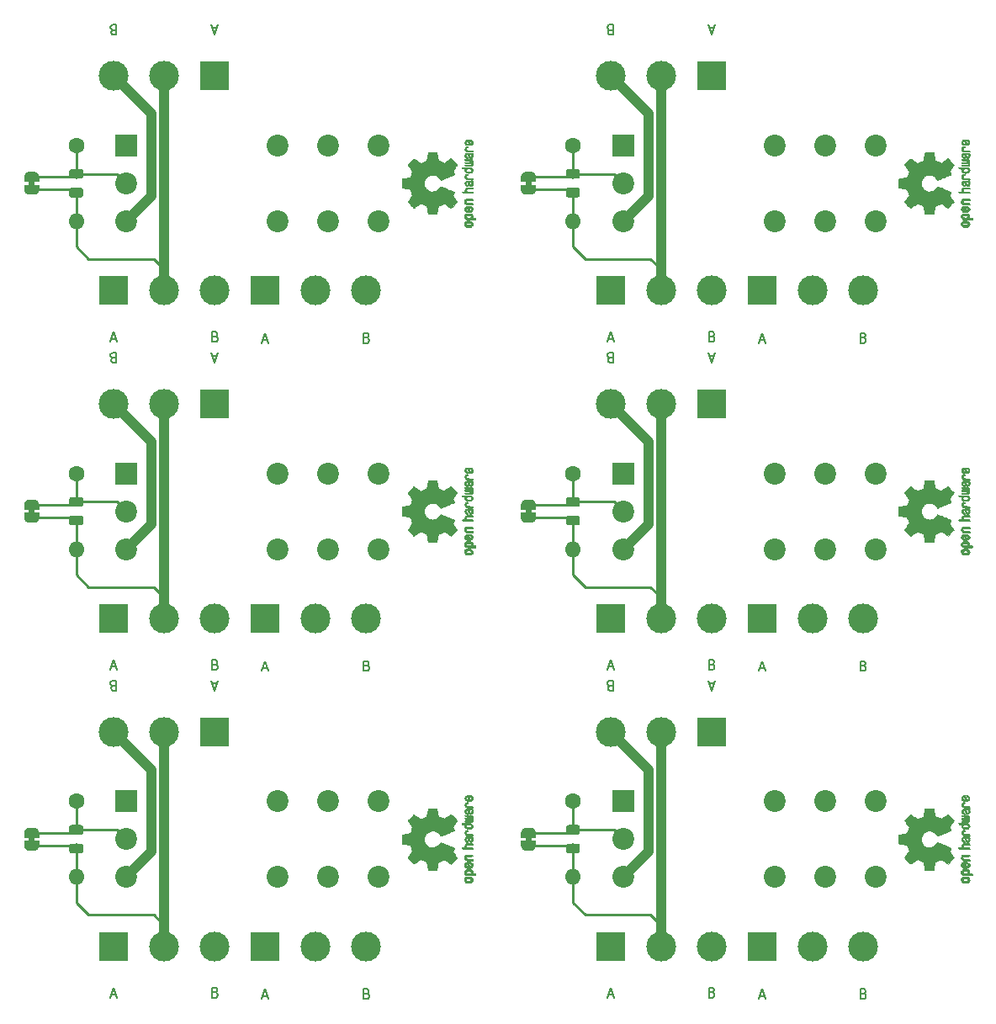
<source format=gtl>
G04 #@! TF.GenerationSoftware,KiCad,Pcbnew,(5.1.4)-1*
G04 #@! TF.CreationDate,2019-09-09T12:01:26+02:00*
G04 #@! TF.ProjectId,SwitchRelay_panel,53776974-6368-4526-956c-61795f70616e,1.0*
G04 #@! TF.SameCoordinates,Original*
G04 #@! TF.FileFunction,Copper,L1,Top*
G04 #@! TF.FilePolarity,Positive*
%FSLAX46Y46*%
G04 Gerber Fmt 4.6, Leading zero omitted, Abs format (unit mm)*
G04 Created by KiCad (PCBNEW (5.1.4)-1) date 2019-09-09 12:01:26*
%MOMM*%
%LPD*%
G04 APERTURE LIST*
%ADD10C,0.150000*%
%ADD11C,0.010000*%
%ADD12C,0.100000*%
%ADD13C,3.000000*%
%ADD14R,3.000000X3.000000*%
%ADD15C,0.975000*%
%ADD16C,2.200000*%
%ADD17R,2.200000X2.200000*%
%ADD18C,0.500000*%
%ADD19O,1.600000X1.600000*%
%ADD20C,1.600000*%
%ADD21C,1.016000*%
%ADD22C,0.250000*%
G04 APERTURE END LIST*
D10*
X119438571Y-109987428D02*
X119295714Y-109939809D01*
X119248095Y-109892190D01*
X119200476Y-109796952D01*
X119200476Y-109654095D01*
X119248095Y-109558857D01*
X119295714Y-109511238D01*
X119390952Y-109463619D01*
X119771904Y-109463619D01*
X119771904Y-110463619D01*
X119438571Y-110463619D01*
X119343333Y-110416000D01*
X119295714Y-110368380D01*
X119248095Y-110273142D01*
X119248095Y-110177904D01*
X119295714Y-110082666D01*
X119343333Y-110035047D01*
X119438571Y-109987428D01*
X119771904Y-109987428D01*
X179908095Y-109749333D02*
X179431904Y-109749333D01*
X180003333Y-109463619D02*
X179670000Y-110463619D01*
X179336666Y-109463619D01*
X179741428Y-140832571D02*
X179884285Y-140880190D01*
X179931904Y-140927809D01*
X179979523Y-141023047D01*
X179979523Y-141165904D01*
X179931904Y-141261142D01*
X179884285Y-141308761D01*
X179789047Y-141356380D01*
X179408095Y-141356380D01*
X179408095Y-140356380D01*
X179741428Y-140356380D01*
X179836666Y-140404000D01*
X179884285Y-140451619D01*
X179931904Y-140546857D01*
X179931904Y-140642095D01*
X179884285Y-140737333D01*
X179836666Y-140784952D01*
X179741428Y-140832571D01*
X179408095Y-140832571D01*
X169438571Y-109987428D02*
X169295714Y-109939809D01*
X169248095Y-109892190D01*
X169200476Y-109796952D01*
X169200476Y-109654095D01*
X169248095Y-109558857D01*
X169295714Y-109511238D01*
X169390952Y-109463619D01*
X169771904Y-109463619D01*
X169771904Y-110463619D01*
X169438571Y-110463619D01*
X169343333Y-110416000D01*
X169295714Y-110368380D01*
X169248095Y-110273142D01*
X169248095Y-110177904D01*
X169295714Y-110082666D01*
X169343333Y-110035047D01*
X169438571Y-109987428D01*
X169771904Y-109987428D01*
X194981428Y-140959571D02*
X195124285Y-141007190D01*
X195171904Y-141054809D01*
X195219523Y-141150047D01*
X195219523Y-141292904D01*
X195171904Y-141388142D01*
X195124285Y-141435761D01*
X195029047Y-141483380D01*
X194648095Y-141483380D01*
X194648095Y-140483380D01*
X194981428Y-140483380D01*
X195076666Y-140531000D01*
X195124285Y-140578619D01*
X195171904Y-140673857D01*
X195171904Y-140769095D01*
X195124285Y-140864333D01*
X195076666Y-140911952D01*
X194981428Y-140959571D01*
X194648095Y-140959571D01*
X144981428Y-140959571D02*
X145124285Y-141007190D01*
X145171904Y-141054809D01*
X145219523Y-141150047D01*
X145219523Y-141292904D01*
X145171904Y-141388142D01*
X145124285Y-141435761D01*
X145029047Y-141483380D01*
X144648095Y-141483380D01*
X144648095Y-140483380D01*
X144981428Y-140483380D01*
X145076666Y-140531000D01*
X145124285Y-140578619D01*
X145171904Y-140673857D01*
X145171904Y-140769095D01*
X145124285Y-140864333D01*
X145076666Y-140911952D01*
X144981428Y-140959571D01*
X144648095Y-140959571D01*
X129908095Y-109749333D02*
X129431904Y-109749333D01*
X130003333Y-109463619D02*
X129670000Y-110463619D01*
X129336666Y-109463619D01*
X169271904Y-141070666D02*
X169748095Y-141070666D01*
X169176666Y-141356380D02*
X169510000Y-140356380D01*
X169843333Y-141356380D01*
X184511904Y-141197666D02*
X184988095Y-141197666D01*
X184416666Y-141483380D02*
X184750000Y-140483380D01*
X185083333Y-141483380D01*
X134511904Y-141197666D02*
X134988095Y-141197666D01*
X134416666Y-141483380D02*
X134750000Y-140483380D01*
X135083333Y-141483380D01*
X129741428Y-140832571D02*
X129884285Y-140880190D01*
X129931904Y-140927809D01*
X129979523Y-141023047D01*
X129979523Y-141165904D01*
X129931904Y-141261142D01*
X129884285Y-141308761D01*
X129789047Y-141356380D01*
X129408095Y-141356380D01*
X129408095Y-140356380D01*
X129741428Y-140356380D01*
X129836666Y-140404000D01*
X129884285Y-140451619D01*
X129931904Y-140546857D01*
X129931904Y-140642095D01*
X129884285Y-140737333D01*
X129836666Y-140784952D01*
X129741428Y-140832571D01*
X129408095Y-140832571D01*
X119271904Y-141070666D02*
X119748095Y-141070666D01*
X119176666Y-141356380D02*
X119510000Y-140356380D01*
X119843333Y-141356380D01*
X144981428Y-107959571D02*
X145124285Y-108007190D01*
X145171904Y-108054809D01*
X145219523Y-108150047D01*
X145219523Y-108292904D01*
X145171904Y-108388142D01*
X145124285Y-108435761D01*
X145029047Y-108483380D01*
X144648095Y-108483380D01*
X144648095Y-107483380D01*
X144981428Y-107483380D01*
X145076666Y-107531000D01*
X145124285Y-107578619D01*
X145171904Y-107673857D01*
X145171904Y-107769095D01*
X145124285Y-107864333D01*
X145076666Y-107911952D01*
X144981428Y-107959571D01*
X144648095Y-107959571D01*
X134511904Y-108197666D02*
X134988095Y-108197666D01*
X134416666Y-108483380D02*
X134750000Y-107483380D01*
X135083333Y-108483380D01*
X129908095Y-76749333D02*
X129431904Y-76749333D01*
X130003333Y-76463619D02*
X129670000Y-77463619D01*
X129336666Y-76463619D01*
X119438571Y-76987428D02*
X119295714Y-76939809D01*
X119248095Y-76892190D01*
X119200476Y-76796952D01*
X119200476Y-76654095D01*
X119248095Y-76558857D01*
X119295714Y-76511238D01*
X119390952Y-76463619D01*
X119771904Y-76463619D01*
X119771904Y-77463619D01*
X119438571Y-77463619D01*
X119343333Y-77416000D01*
X119295714Y-77368380D01*
X119248095Y-77273142D01*
X119248095Y-77177904D01*
X119295714Y-77082666D01*
X119343333Y-77035047D01*
X119438571Y-76987428D01*
X119771904Y-76987428D01*
X169271904Y-108070666D02*
X169748095Y-108070666D01*
X169176666Y-108356380D02*
X169510000Y-107356380D01*
X169843333Y-108356380D01*
X179908095Y-76749333D02*
X179431904Y-76749333D01*
X180003333Y-76463619D02*
X179670000Y-77463619D01*
X179336666Y-76463619D01*
X179741428Y-107832571D02*
X179884285Y-107880190D01*
X179931904Y-107927809D01*
X179979523Y-108023047D01*
X179979523Y-108165904D01*
X179931904Y-108261142D01*
X179884285Y-108308761D01*
X179789047Y-108356380D01*
X179408095Y-108356380D01*
X179408095Y-107356380D01*
X179741428Y-107356380D01*
X179836666Y-107404000D01*
X179884285Y-107451619D01*
X179931904Y-107546857D01*
X179931904Y-107642095D01*
X179884285Y-107737333D01*
X179836666Y-107784952D01*
X179741428Y-107832571D01*
X179408095Y-107832571D01*
X169438571Y-76987428D02*
X169295714Y-76939809D01*
X169248095Y-76892190D01*
X169200476Y-76796952D01*
X169200476Y-76654095D01*
X169248095Y-76558857D01*
X169295714Y-76511238D01*
X169390952Y-76463619D01*
X169771904Y-76463619D01*
X169771904Y-77463619D01*
X169438571Y-77463619D01*
X169343333Y-77416000D01*
X169295714Y-77368380D01*
X169248095Y-77273142D01*
X169248095Y-77177904D01*
X169295714Y-77082666D01*
X169343333Y-77035047D01*
X169438571Y-76987428D01*
X169771904Y-76987428D01*
X194981428Y-107959571D02*
X195124285Y-108007190D01*
X195171904Y-108054809D01*
X195219523Y-108150047D01*
X195219523Y-108292904D01*
X195171904Y-108388142D01*
X195124285Y-108435761D01*
X195029047Y-108483380D01*
X194648095Y-108483380D01*
X194648095Y-107483380D01*
X194981428Y-107483380D01*
X195076666Y-107531000D01*
X195124285Y-107578619D01*
X195171904Y-107673857D01*
X195171904Y-107769095D01*
X195124285Y-107864333D01*
X195076666Y-107911952D01*
X194981428Y-107959571D01*
X194648095Y-107959571D01*
X184511904Y-108197666D02*
X184988095Y-108197666D01*
X184416666Y-108483380D02*
X184750000Y-107483380D01*
X185083333Y-108483380D01*
X129741428Y-107832571D02*
X129884285Y-107880190D01*
X129931904Y-107927809D01*
X129979523Y-108023047D01*
X129979523Y-108165904D01*
X129931904Y-108261142D01*
X129884285Y-108308761D01*
X129789047Y-108356380D01*
X129408095Y-108356380D01*
X129408095Y-107356380D01*
X129741428Y-107356380D01*
X129836666Y-107404000D01*
X129884285Y-107451619D01*
X129931904Y-107546857D01*
X129931904Y-107642095D01*
X129884285Y-107737333D01*
X129836666Y-107784952D01*
X129741428Y-107832571D01*
X129408095Y-107832571D01*
X119271904Y-108070666D02*
X119748095Y-108070666D01*
X119176666Y-108356380D02*
X119510000Y-107356380D01*
X119843333Y-108356380D01*
X169271904Y-75070666D02*
X169748095Y-75070666D01*
X169176666Y-75356380D02*
X169510000Y-74356380D01*
X169843333Y-75356380D01*
X179908095Y-43749333D02*
X179431904Y-43749333D01*
X180003333Y-43463619D02*
X179670000Y-44463619D01*
X179336666Y-43463619D01*
X184511904Y-75197666D02*
X184988095Y-75197666D01*
X184416666Y-75483380D02*
X184750000Y-74483380D01*
X185083333Y-75483380D01*
X179741428Y-74832571D02*
X179884285Y-74880190D01*
X179931904Y-74927809D01*
X179979523Y-75023047D01*
X179979523Y-75165904D01*
X179931904Y-75261142D01*
X179884285Y-75308761D01*
X179789047Y-75356380D01*
X179408095Y-75356380D01*
X179408095Y-74356380D01*
X179741428Y-74356380D01*
X179836666Y-74404000D01*
X179884285Y-74451619D01*
X179931904Y-74546857D01*
X179931904Y-74642095D01*
X179884285Y-74737333D01*
X179836666Y-74784952D01*
X179741428Y-74832571D01*
X179408095Y-74832571D01*
X194981428Y-74959571D02*
X195124285Y-75007190D01*
X195171904Y-75054809D01*
X195219523Y-75150047D01*
X195219523Y-75292904D01*
X195171904Y-75388142D01*
X195124285Y-75435761D01*
X195029047Y-75483380D01*
X194648095Y-75483380D01*
X194648095Y-74483380D01*
X194981428Y-74483380D01*
X195076666Y-74531000D01*
X195124285Y-74578619D01*
X195171904Y-74673857D01*
X195171904Y-74769095D01*
X195124285Y-74864333D01*
X195076666Y-74911952D01*
X194981428Y-74959571D01*
X194648095Y-74959571D01*
X169438571Y-43987428D02*
X169295714Y-43939809D01*
X169248095Y-43892190D01*
X169200476Y-43796952D01*
X169200476Y-43654095D01*
X169248095Y-43558857D01*
X169295714Y-43511238D01*
X169390952Y-43463619D01*
X169771904Y-43463619D01*
X169771904Y-44463619D01*
X169438571Y-44463619D01*
X169343333Y-44416000D01*
X169295714Y-44368380D01*
X169248095Y-44273142D01*
X169248095Y-44177904D01*
X169295714Y-44082666D01*
X169343333Y-44035047D01*
X169438571Y-43987428D01*
X169771904Y-43987428D01*
X119438571Y-43987428D02*
X119295714Y-43939809D01*
X119248095Y-43892190D01*
X119200476Y-43796952D01*
X119200476Y-43654095D01*
X119248095Y-43558857D01*
X119295714Y-43511238D01*
X119390952Y-43463619D01*
X119771904Y-43463619D01*
X119771904Y-44463619D01*
X119438571Y-44463619D01*
X119343333Y-44416000D01*
X119295714Y-44368380D01*
X119248095Y-44273142D01*
X119248095Y-44177904D01*
X119295714Y-44082666D01*
X119343333Y-44035047D01*
X119438571Y-43987428D01*
X119771904Y-43987428D01*
X129908095Y-43749333D02*
X129431904Y-43749333D01*
X130003333Y-43463619D02*
X129670000Y-44463619D01*
X129336666Y-43463619D01*
X144981428Y-74959571D02*
X145124285Y-75007190D01*
X145171904Y-75054809D01*
X145219523Y-75150047D01*
X145219523Y-75292904D01*
X145171904Y-75388142D01*
X145124285Y-75435761D01*
X145029047Y-75483380D01*
X144648095Y-75483380D01*
X144648095Y-74483380D01*
X144981428Y-74483380D01*
X145076666Y-74531000D01*
X145124285Y-74578619D01*
X145171904Y-74673857D01*
X145171904Y-74769095D01*
X145124285Y-74864333D01*
X145076666Y-74911952D01*
X144981428Y-74959571D01*
X144648095Y-74959571D01*
X134511904Y-75197666D02*
X134988095Y-75197666D01*
X134416666Y-75483380D02*
X134750000Y-74483380D01*
X135083333Y-75483380D01*
X129741428Y-74832571D02*
X129884285Y-74880190D01*
X129931904Y-74927809D01*
X129979523Y-75023047D01*
X129979523Y-75165904D01*
X129931904Y-75261142D01*
X129884285Y-75308761D01*
X129789047Y-75356380D01*
X129408095Y-75356380D01*
X129408095Y-74356380D01*
X129741428Y-74356380D01*
X129836666Y-74404000D01*
X129884285Y-74451619D01*
X129931904Y-74546857D01*
X129931904Y-74642095D01*
X129884285Y-74737333D01*
X129836666Y-74784952D01*
X129741428Y-74832571D01*
X129408095Y-74832571D01*
X119271904Y-75070666D02*
X119748095Y-75070666D01*
X119176666Y-75356380D02*
X119510000Y-74356380D01*
X119843333Y-75356380D01*
D11*
G36*
X204794505Y-128641114D02*
G01*
X204831727Y-128566461D01*
X204900261Y-128500569D01*
X204925648Y-128482423D01*
X204958866Y-128462655D01*
X204994945Y-128449828D01*
X205043098Y-128442490D01*
X205112536Y-128439187D01*
X205204206Y-128438462D01*
X205329830Y-128441737D01*
X205424154Y-128453123D01*
X205494523Y-128474959D01*
X205548286Y-128509581D01*
X205592788Y-128559330D01*
X205595423Y-128562986D01*
X205622377Y-128612015D01*
X205635712Y-128671055D01*
X205639000Y-128746141D01*
X205639000Y-128868205D01*
X205757497Y-128868256D01*
X205823492Y-128869392D01*
X205862202Y-128876314D01*
X205885419Y-128894402D01*
X205904933Y-128929038D01*
X205908920Y-128937355D01*
X205927603Y-128976280D01*
X205939403Y-129006417D01*
X205940422Y-129028826D01*
X205926761Y-129044567D01*
X205894522Y-129054698D01*
X205839804Y-129060277D01*
X205758711Y-129062365D01*
X205647344Y-129062019D01*
X205501802Y-129060300D01*
X205458269Y-129059763D01*
X205308205Y-129057828D01*
X205210042Y-129056096D01*
X205210042Y-128868308D01*
X205293364Y-128867252D01*
X205347880Y-128862562D01*
X205383837Y-128851949D01*
X205411482Y-128833128D01*
X205424965Y-128820350D01*
X205464417Y-128768110D01*
X205467628Y-128721858D01*
X205435049Y-128674133D01*
X205433846Y-128672923D01*
X205408668Y-128653506D01*
X205374447Y-128641693D01*
X205321748Y-128635735D01*
X205241131Y-128633880D01*
X205223271Y-128633846D01*
X205112175Y-128638330D01*
X205035161Y-128652926D01*
X204988147Y-128679350D01*
X204967050Y-128719317D01*
X204964923Y-128742416D01*
X204974900Y-128797238D01*
X205007752Y-128834842D01*
X205067857Y-128857477D01*
X205159598Y-128867394D01*
X205210042Y-128868308D01*
X205210042Y-129056096D01*
X205192060Y-129055778D01*
X205104679Y-129053127D01*
X205040905Y-129049394D01*
X204995582Y-129044093D01*
X204963555Y-129036742D01*
X204939668Y-129026857D01*
X204918764Y-129013954D01*
X204910898Y-129008421D01*
X204836595Y-128935031D01*
X204794467Y-128842240D01*
X204782722Y-128734904D01*
X204794505Y-128641114D01*
X204794505Y-128641114D01*
G37*
X204794505Y-128641114D02*
X204831727Y-128566461D01*
X204900261Y-128500569D01*
X204925648Y-128482423D01*
X204958866Y-128462655D01*
X204994945Y-128449828D01*
X205043098Y-128442490D01*
X205112536Y-128439187D01*
X205204206Y-128438462D01*
X205329830Y-128441737D01*
X205424154Y-128453123D01*
X205494523Y-128474959D01*
X205548286Y-128509581D01*
X205592788Y-128559330D01*
X205595423Y-128562986D01*
X205622377Y-128612015D01*
X205635712Y-128671055D01*
X205639000Y-128746141D01*
X205639000Y-128868205D01*
X205757497Y-128868256D01*
X205823492Y-128869392D01*
X205862202Y-128876314D01*
X205885419Y-128894402D01*
X205904933Y-128929038D01*
X205908920Y-128937355D01*
X205927603Y-128976280D01*
X205939403Y-129006417D01*
X205940422Y-129028826D01*
X205926761Y-129044567D01*
X205894522Y-129054698D01*
X205839804Y-129060277D01*
X205758711Y-129062365D01*
X205647344Y-129062019D01*
X205501802Y-129060300D01*
X205458269Y-129059763D01*
X205308205Y-129057828D01*
X205210042Y-129056096D01*
X205210042Y-128868308D01*
X205293364Y-128867252D01*
X205347880Y-128862562D01*
X205383837Y-128851949D01*
X205411482Y-128833128D01*
X205424965Y-128820350D01*
X205464417Y-128768110D01*
X205467628Y-128721858D01*
X205435049Y-128674133D01*
X205433846Y-128672923D01*
X205408668Y-128653506D01*
X205374447Y-128641693D01*
X205321748Y-128635735D01*
X205241131Y-128633880D01*
X205223271Y-128633846D01*
X205112175Y-128638330D01*
X205035161Y-128652926D01*
X204988147Y-128679350D01*
X204967050Y-128719317D01*
X204964923Y-128742416D01*
X204974900Y-128797238D01*
X205007752Y-128834842D01*
X205067857Y-128857477D01*
X205159598Y-128867394D01*
X205210042Y-128868308D01*
X205210042Y-129056096D01*
X205192060Y-129055778D01*
X205104679Y-129053127D01*
X205040905Y-129049394D01*
X204995582Y-129044093D01*
X204963555Y-129036742D01*
X204939668Y-129026857D01*
X204918764Y-129013954D01*
X204910898Y-129008421D01*
X204836595Y-128935031D01*
X204794467Y-128842240D01*
X204782722Y-128734904D01*
X204794505Y-128641114D01*
G36*
X204805089Y-127138336D02*
G01*
X204841358Y-127075633D01*
X204877358Y-127032039D01*
X204915075Y-127000155D01*
X204961199Y-126978190D01*
X205022421Y-126964351D01*
X205105431Y-126956847D01*
X205216919Y-126953883D01*
X205297062Y-126953539D01*
X205592065Y-126953539D01*
X205666515Y-127119615D01*
X205343402Y-127129385D01*
X205222729Y-127133421D01*
X205135141Y-127137656D01*
X205074650Y-127142903D01*
X205035268Y-127149975D01*
X205011007Y-127159689D01*
X204995880Y-127172856D01*
X204992606Y-127177081D01*
X204967034Y-127241091D01*
X204977153Y-127305792D01*
X205004000Y-127344308D01*
X205023024Y-127359975D01*
X205047988Y-127370820D01*
X205085834Y-127377712D01*
X205143502Y-127381521D01*
X205227935Y-127383117D01*
X205315928Y-127383385D01*
X205426323Y-127383437D01*
X205504463Y-127385328D01*
X205557165Y-127391655D01*
X205591242Y-127405017D01*
X205613511Y-127428015D01*
X205630787Y-127463246D01*
X205648738Y-127510303D01*
X205668278Y-127561697D01*
X205321485Y-127555579D01*
X205196468Y-127553116D01*
X205104082Y-127550233D01*
X205037881Y-127546102D01*
X204991420Y-127539893D01*
X204958256Y-127530774D01*
X204931944Y-127517917D01*
X204908729Y-127502416D01*
X204834569Y-127427629D01*
X204791684Y-127336372D01*
X204781412Y-127237117D01*
X204805089Y-127138336D01*
X204805089Y-127138336D01*
G37*
X204805089Y-127138336D02*
X204841358Y-127075633D01*
X204877358Y-127032039D01*
X204915075Y-127000155D01*
X204961199Y-126978190D01*
X205022421Y-126964351D01*
X205105431Y-126956847D01*
X205216919Y-126953883D01*
X205297062Y-126953539D01*
X205592065Y-126953539D01*
X205666515Y-127119615D01*
X205343402Y-127129385D01*
X205222729Y-127133421D01*
X205135141Y-127137656D01*
X205074650Y-127142903D01*
X205035268Y-127149975D01*
X205011007Y-127159689D01*
X204995880Y-127172856D01*
X204992606Y-127177081D01*
X204967034Y-127241091D01*
X204977153Y-127305792D01*
X205004000Y-127344308D01*
X205023024Y-127359975D01*
X205047988Y-127370820D01*
X205085834Y-127377712D01*
X205143502Y-127381521D01*
X205227935Y-127383117D01*
X205315928Y-127383385D01*
X205426323Y-127383437D01*
X205504463Y-127385328D01*
X205557165Y-127391655D01*
X205591242Y-127405017D01*
X205613511Y-127428015D01*
X205630787Y-127463246D01*
X205648738Y-127510303D01*
X205668278Y-127561697D01*
X205321485Y-127555579D01*
X205196468Y-127553116D01*
X205104082Y-127550233D01*
X205037881Y-127546102D01*
X204991420Y-127539893D01*
X204958256Y-127530774D01*
X204931944Y-127517917D01*
X204908729Y-127502416D01*
X204834569Y-127427629D01*
X204791684Y-127336372D01*
X204781412Y-127237117D01*
X204805089Y-127138336D01*
G36*
X204797256Y-129393114D02*
G01*
X204845409Y-129301536D01*
X204922905Y-129233951D01*
X204972727Y-129209943D01*
X205047533Y-129191262D01*
X205142052Y-129181699D01*
X205245210Y-129180792D01*
X205345935Y-129188079D01*
X205433153Y-129203097D01*
X205495791Y-129225385D01*
X205506579Y-129232235D01*
X205587105Y-129313368D01*
X205635336Y-129409734D01*
X205649450Y-129514299D01*
X205627629Y-129620032D01*
X205614547Y-129649457D01*
X205574231Y-129706759D01*
X205520775Y-129757050D01*
X205513995Y-129761803D01*
X205481321Y-129781122D01*
X205446394Y-129793892D01*
X205400414Y-129801436D01*
X205334584Y-129805076D01*
X205240105Y-129806135D01*
X205218923Y-129806154D01*
X205212182Y-129806106D01*
X205212182Y-129610769D01*
X205301349Y-129609632D01*
X205360520Y-129605159D01*
X205398741Y-129595754D01*
X205425053Y-129579824D01*
X205433846Y-129571692D01*
X205467261Y-129524942D01*
X205465737Y-129479553D01*
X205436752Y-129433660D01*
X205405809Y-129406288D01*
X205360643Y-129390077D01*
X205289420Y-129380974D01*
X205281114Y-129380349D01*
X205152037Y-129378796D01*
X205056172Y-129395035D01*
X204994107Y-129428848D01*
X204966432Y-129480016D01*
X204964923Y-129498280D01*
X204972513Y-129546240D01*
X204998808Y-129579047D01*
X205049095Y-129599105D01*
X205128664Y-129608822D01*
X205212182Y-129610769D01*
X205212182Y-129806106D01*
X205118249Y-129805426D01*
X205047906Y-129802371D01*
X204999163Y-129795678D01*
X204963288Y-129784040D01*
X204931548Y-129766147D01*
X204925648Y-129762192D01*
X204846104Y-129695733D01*
X204799929Y-129623315D01*
X204781599Y-129535151D01*
X204780703Y-129505213D01*
X204797256Y-129393114D01*
X204797256Y-129393114D01*
G37*
X204797256Y-129393114D02*
X204845409Y-129301536D01*
X204922905Y-129233951D01*
X204972727Y-129209943D01*
X205047533Y-129191262D01*
X205142052Y-129181699D01*
X205245210Y-129180792D01*
X205345935Y-129188079D01*
X205433153Y-129203097D01*
X205495791Y-129225385D01*
X205506579Y-129232235D01*
X205587105Y-129313368D01*
X205635336Y-129409734D01*
X205649450Y-129514299D01*
X205627629Y-129620032D01*
X205614547Y-129649457D01*
X205574231Y-129706759D01*
X205520775Y-129757050D01*
X205513995Y-129761803D01*
X205481321Y-129781122D01*
X205446394Y-129793892D01*
X205400414Y-129801436D01*
X205334584Y-129805076D01*
X205240105Y-129806135D01*
X205218923Y-129806154D01*
X205212182Y-129806106D01*
X205212182Y-129610769D01*
X205301349Y-129609632D01*
X205360520Y-129605159D01*
X205398741Y-129595754D01*
X205425053Y-129579824D01*
X205433846Y-129571692D01*
X205467261Y-129524942D01*
X205465737Y-129479553D01*
X205436752Y-129433660D01*
X205405809Y-129406288D01*
X205360643Y-129390077D01*
X205289420Y-129380974D01*
X205281114Y-129380349D01*
X205152037Y-129378796D01*
X205056172Y-129395035D01*
X204994107Y-129428848D01*
X204966432Y-129480016D01*
X204964923Y-129498280D01*
X204972513Y-129546240D01*
X204998808Y-129579047D01*
X205049095Y-129599105D01*
X205128664Y-129608822D01*
X205212182Y-129610769D01*
X205212182Y-129806106D01*
X205118249Y-129805426D01*
X205047906Y-129802371D01*
X204999163Y-129795678D01*
X204963288Y-129784040D01*
X204931548Y-129766147D01*
X204925648Y-129762192D01*
X204846104Y-129695733D01*
X204799929Y-129623315D01*
X204781599Y-129535151D01*
X204780703Y-129505213D01*
X204797256Y-129393114D01*
G36*
X204809745Y-127875746D02*
G01*
X204861567Y-127798714D01*
X204936412Y-127739184D01*
X205031654Y-127703622D01*
X205101756Y-127696429D01*
X205131009Y-127697246D01*
X205153407Y-127704086D01*
X205173474Y-127722888D01*
X205195733Y-127759592D01*
X205224709Y-127820138D01*
X205264927Y-127910466D01*
X205265129Y-127910923D01*
X205303210Y-127994067D01*
X205337025Y-128062247D01*
X205362933Y-128108495D01*
X205377295Y-128125842D01*
X205377411Y-128125846D01*
X205408685Y-128110557D01*
X205443157Y-128074804D01*
X205467990Y-128033758D01*
X205472923Y-128012963D01*
X205455862Y-127956230D01*
X205413133Y-127907373D01*
X205366155Y-127883535D01*
X205331522Y-127860603D01*
X205292081Y-127815682D01*
X205258009Y-127762877D01*
X205239480Y-127716290D01*
X205238462Y-127706548D01*
X205255215Y-127695582D01*
X205298039Y-127694921D01*
X205355781Y-127702980D01*
X205417289Y-127718173D01*
X205471409Y-127738914D01*
X205473510Y-127739962D01*
X205560660Y-127802379D01*
X205619939Y-127883274D01*
X205649034Y-127975144D01*
X205645634Y-128070487D01*
X205607428Y-128161802D01*
X205604741Y-128165862D01*
X205539642Y-128237694D01*
X205454705Y-128284927D01*
X205343021Y-128311066D01*
X205311643Y-128314574D01*
X205163536Y-128320787D01*
X205094468Y-128313339D01*
X205094468Y-128125846D01*
X205137552Y-128123410D01*
X205150126Y-128110086D01*
X205140719Y-128076868D01*
X205118483Y-128024506D01*
X205090610Y-127965976D01*
X205089872Y-127964521D01*
X205063777Y-127914911D01*
X205046363Y-127895000D01*
X205028107Y-127899910D01*
X205004120Y-127920584D01*
X204969406Y-127973181D01*
X204966856Y-128029823D01*
X204992119Y-128080631D01*
X205040847Y-128115724D01*
X205094468Y-128125846D01*
X205094468Y-128313339D01*
X205045036Y-128308008D01*
X204951055Y-128275222D01*
X204885215Y-128229579D01*
X204818681Y-128147198D01*
X204785676Y-128056454D01*
X204783573Y-127963815D01*
X204809745Y-127875746D01*
X204809745Y-127875746D01*
G37*
X204809745Y-127875746D02*
X204861567Y-127798714D01*
X204936412Y-127739184D01*
X205031654Y-127703622D01*
X205101756Y-127696429D01*
X205131009Y-127697246D01*
X205153407Y-127704086D01*
X205173474Y-127722888D01*
X205195733Y-127759592D01*
X205224709Y-127820138D01*
X205264927Y-127910466D01*
X205265129Y-127910923D01*
X205303210Y-127994067D01*
X205337025Y-128062247D01*
X205362933Y-128108495D01*
X205377295Y-128125842D01*
X205377411Y-128125846D01*
X205408685Y-128110557D01*
X205443157Y-128074804D01*
X205467990Y-128033758D01*
X205472923Y-128012963D01*
X205455862Y-127956230D01*
X205413133Y-127907373D01*
X205366155Y-127883535D01*
X205331522Y-127860603D01*
X205292081Y-127815682D01*
X205258009Y-127762877D01*
X205239480Y-127716290D01*
X205238462Y-127706548D01*
X205255215Y-127695582D01*
X205298039Y-127694921D01*
X205355781Y-127702980D01*
X205417289Y-127718173D01*
X205471409Y-127738914D01*
X205473510Y-127739962D01*
X205560660Y-127802379D01*
X205619939Y-127883274D01*
X205649034Y-127975144D01*
X205645634Y-128070487D01*
X205607428Y-128161802D01*
X205604741Y-128165862D01*
X205539642Y-128237694D01*
X205454705Y-128284927D01*
X205343021Y-128311066D01*
X205311643Y-128314574D01*
X205163536Y-128320787D01*
X205094468Y-128313339D01*
X205094468Y-128125846D01*
X205137552Y-128123410D01*
X205150126Y-128110086D01*
X205140719Y-128076868D01*
X205118483Y-128024506D01*
X205090610Y-127965976D01*
X205089872Y-127964521D01*
X205063777Y-127914911D01*
X205046363Y-127895000D01*
X205028107Y-127899910D01*
X205004120Y-127920584D01*
X204969406Y-127973181D01*
X204966856Y-128029823D01*
X204992119Y-128080631D01*
X205040847Y-128115724D01*
X205094468Y-128125846D01*
X205094468Y-128313339D01*
X205045036Y-128308008D01*
X204951055Y-128275222D01*
X204885215Y-128229579D01*
X204818681Y-128147198D01*
X204785676Y-128056454D01*
X204783573Y-127963815D01*
X204809745Y-127875746D01*
G36*
X204702120Y-126250154D02*
G01*
X204781980Y-126244428D01*
X204829039Y-126237851D01*
X204849566Y-126228738D01*
X204849829Y-126215402D01*
X204847378Y-126211077D01*
X204829636Y-126153556D01*
X204830672Y-126078732D01*
X204848910Y-126002661D01*
X204872505Y-125955082D01*
X204910198Y-125906298D01*
X204952855Y-125870636D01*
X205007057Y-125846155D01*
X205079384Y-125830913D01*
X205176419Y-125822970D01*
X205304742Y-125820384D01*
X205329358Y-125820338D01*
X205605870Y-125820308D01*
X205627320Y-125881839D01*
X205641912Y-125925541D01*
X205648706Y-125949518D01*
X205648769Y-125950223D01*
X205630345Y-125952585D01*
X205579526Y-125954594D01*
X205502993Y-125956099D01*
X205407430Y-125956947D01*
X205349329Y-125957077D01*
X205234771Y-125957349D01*
X205152667Y-125958748D01*
X205096393Y-125962151D01*
X205059326Y-125968433D01*
X205034844Y-125978471D01*
X205016325Y-125993139D01*
X205007406Y-126002298D01*
X204971466Y-126065211D01*
X204968775Y-126133864D01*
X204999170Y-126196152D01*
X205010144Y-126207671D01*
X205030779Y-126224567D01*
X205055256Y-126236286D01*
X205090647Y-126243767D01*
X205144026Y-126247946D01*
X205222466Y-126249763D01*
X205330617Y-126250154D01*
X205605870Y-126250154D01*
X205627320Y-126311685D01*
X205641912Y-126355387D01*
X205648706Y-126379364D01*
X205648769Y-126380070D01*
X205630069Y-126381874D01*
X205577322Y-126383500D01*
X205495557Y-126384883D01*
X205389805Y-126385958D01*
X205265094Y-126386660D01*
X205126455Y-126386923D01*
X204591806Y-126386923D01*
X204538236Y-126259923D01*
X204702120Y-126250154D01*
X204702120Y-126250154D01*
G37*
X204702120Y-126250154D02*
X204781980Y-126244428D01*
X204829039Y-126237851D01*
X204849566Y-126228738D01*
X204849829Y-126215402D01*
X204847378Y-126211077D01*
X204829636Y-126153556D01*
X204830672Y-126078732D01*
X204848910Y-126002661D01*
X204872505Y-125955082D01*
X204910198Y-125906298D01*
X204952855Y-125870636D01*
X205007057Y-125846155D01*
X205079384Y-125830913D01*
X205176419Y-125822970D01*
X205304742Y-125820384D01*
X205329358Y-125820338D01*
X205605870Y-125820308D01*
X205627320Y-125881839D01*
X205641912Y-125925541D01*
X205648706Y-125949518D01*
X205648769Y-125950223D01*
X205630345Y-125952585D01*
X205579526Y-125954594D01*
X205502993Y-125956099D01*
X205407430Y-125956947D01*
X205349329Y-125957077D01*
X205234771Y-125957349D01*
X205152667Y-125958748D01*
X205096393Y-125962151D01*
X205059326Y-125968433D01*
X205034844Y-125978471D01*
X205016325Y-125993139D01*
X205007406Y-126002298D01*
X204971466Y-126065211D01*
X204968775Y-126133864D01*
X204999170Y-126196152D01*
X205010144Y-126207671D01*
X205030779Y-126224567D01*
X205055256Y-126236286D01*
X205090647Y-126243767D01*
X205144026Y-126247946D01*
X205222466Y-126249763D01*
X205330617Y-126250154D01*
X205605870Y-126250154D01*
X205627320Y-126311685D01*
X205641912Y-126355387D01*
X205648706Y-126379364D01*
X205648769Y-126380070D01*
X205630069Y-126381874D01*
X205577322Y-126383500D01*
X205495557Y-126384883D01*
X205389805Y-126385958D01*
X205265094Y-126386660D01*
X205126455Y-126386923D01*
X204591806Y-126386923D01*
X204538236Y-126259923D01*
X204702120Y-126250154D01*
G36*
X204836303Y-125356499D02*
G01*
X204864733Y-125279940D01*
X204865279Y-125279064D01*
X204900127Y-125231715D01*
X204940852Y-125196759D01*
X204993925Y-125172175D01*
X205065814Y-125155938D01*
X205162992Y-125146025D01*
X205291928Y-125140414D01*
X205310298Y-125139923D01*
X205587287Y-125132859D01*
X205618028Y-125192305D01*
X205638802Y-125235319D01*
X205648646Y-125261290D01*
X205648769Y-125262491D01*
X205630606Y-125266986D01*
X205581612Y-125270556D01*
X205510031Y-125272752D01*
X205452068Y-125273231D01*
X205358170Y-125273242D01*
X205299203Y-125277534D01*
X205271079Y-125292497D01*
X205269706Y-125324518D01*
X205290998Y-125379986D01*
X205330136Y-125463731D01*
X205362643Y-125525311D01*
X205390845Y-125556983D01*
X205421582Y-125566294D01*
X205423104Y-125566308D01*
X205476054Y-125550943D01*
X205504660Y-125505453D01*
X205508803Y-125435834D01*
X205508084Y-125385687D01*
X205522527Y-125359246D01*
X205557218Y-125342757D01*
X205601416Y-125333267D01*
X205626493Y-125346943D01*
X205630082Y-125352093D01*
X205644496Y-125400575D01*
X205646537Y-125468469D01*
X205636983Y-125538388D01*
X205619522Y-125587932D01*
X205561364Y-125656430D01*
X205480408Y-125695366D01*
X205417160Y-125703077D01*
X205360111Y-125697193D01*
X205313542Y-125675899D01*
X205272181Y-125633735D01*
X205230755Y-125565241D01*
X205183993Y-125464956D01*
X205181350Y-125458846D01*
X205139617Y-125368510D01*
X205105391Y-125312765D01*
X205074635Y-125288871D01*
X205043311Y-125294087D01*
X205007383Y-125325672D01*
X204999116Y-125335117D01*
X204967058Y-125398383D01*
X204968407Y-125463936D01*
X204999838Y-125521028D01*
X205058024Y-125558907D01*
X205069446Y-125562426D01*
X205124837Y-125596700D01*
X205151518Y-125640191D01*
X205177960Y-125703077D01*
X205109548Y-125703077D01*
X205010110Y-125683948D01*
X204918902Y-125627169D01*
X204888389Y-125597622D01*
X204849228Y-125530458D01*
X204831500Y-125445044D01*
X204836303Y-125356499D01*
X204836303Y-125356499D01*
G37*
X204836303Y-125356499D02*
X204864733Y-125279940D01*
X204865279Y-125279064D01*
X204900127Y-125231715D01*
X204940852Y-125196759D01*
X204993925Y-125172175D01*
X205065814Y-125155938D01*
X205162992Y-125146025D01*
X205291928Y-125140414D01*
X205310298Y-125139923D01*
X205587287Y-125132859D01*
X205618028Y-125192305D01*
X205638802Y-125235319D01*
X205648646Y-125261290D01*
X205648769Y-125262491D01*
X205630606Y-125266986D01*
X205581612Y-125270556D01*
X205510031Y-125272752D01*
X205452068Y-125273231D01*
X205358170Y-125273242D01*
X205299203Y-125277534D01*
X205271079Y-125292497D01*
X205269706Y-125324518D01*
X205290998Y-125379986D01*
X205330136Y-125463731D01*
X205362643Y-125525311D01*
X205390845Y-125556983D01*
X205421582Y-125566294D01*
X205423104Y-125566308D01*
X205476054Y-125550943D01*
X205504660Y-125505453D01*
X205508803Y-125435834D01*
X205508084Y-125385687D01*
X205522527Y-125359246D01*
X205557218Y-125342757D01*
X205601416Y-125333267D01*
X205626493Y-125346943D01*
X205630082Y-125352093D01*
X205644496Y-125400575D01*
X205646537Y-125468469D01*
X205636983Y-125538388D01*
X205619522Y-125587932D01*
X205561364Y-125656430D01*
X205480408Y-125695366D01*
X205417160Y-125703077D01*
X205360111Y-125697193D01*
X205313542Y-125675899D01*
X205272181Y-125633735D01*
X205230755Y-125565241D01*
X205183993Y-125464956D01*
X205181350Y-125458846D01*
X205139617Y-125368510D01*
X205105391Y-125312765D01*
X205074635Y-125288871D01*
X205043311Y-125294087D01*
X205007383Y-125325672D01*
X204999116Y-125335117D01*
X204967058Y-125398383D01*
X204968407Y-125463936D01*
X204999838Y-125521028D01*
X205058024Y-125558907D01*
X205069446Y-125562426D01*
X205124837Y-125596700D01*
X205151518Y-125640191D01*
X205177960Y-125703077D01*
X205109548Y-125703077D01*
X205010110Y-125683948D01*
X204918902Y-125627169D01*
X204888389Y-125597622D01*
X204849228Y-125530458D01*
X204831500Y-125445044D01*
X204836303Y-125356499D01*
G36*
X204834670Y-124696638D02*
G01*
X204867421Y-124607883D01*
X204925350Y-124535978D01*
X204966128Y-124507856D01*
X205040954Y-124477198D01*
X205095058Y-124477835D01*
X205131446Y-124510013D01*
X205137633Y-124521919D01*
X205156925Y-124573325D01*
X205151982Y-124599578D01*
X205119587Y-124608470D01*
X205101692Y-124608923D01*
X205035859Y-124625203D01*
X204989807Y-124667635D01*
X204967564Y-124726612D01*
X204973161Y-124792525D01*
X205002229Y-124846105D01*
X205018810Y-124864202D01*
X205038925Y-124877029D01*
X205069332Y-124885694D01*
X205116788Y-124891304D01*
X205188050Y-124894965D01*
X205289875Y-124897785D01*
X205322115Y-124898516D01*
X205432410Y-124901180D01*
X205510036Y-124904208D01*
X205561396Y-124908750D01*
X205592890Y-124915954D01*
X205610920Y-124926967D01*
X205621888Y-124942940D01*
X205626733Y-124953166D01*
X205643301Y-124996594D01*
X205648769Y-125022158D01*
X205630507Y-125030605D01*
X205575296Y-125035761D01*
X205482499Y-125037654D01*
X205351478Y-125036311D01*
X205331269Y-125035893D01*
X205211733Y-125032942D01*
X205124449Y-125029452D01*
X205062591Y-125024486D01*
X205019336Y-125017107D01*
X204987860Y-125006376D01*
X204961339Y-124991355D01*
X204949975Y-124983498D01*
X204899692Y-124938447D01*
X204860581Y-124888060D01*
X204857167Y-124881892D01*
X204830212Y-124791542D01*
X204834670Y-124696638D01*
X204834670Y-124696638D01*
G37*
X204834670Y-124696638D02*
X204867421Y-124607883D01*
X204925350Y-124535978D01*
X204966128Y-124507856D01*
X205040954Y-124477198D01*
X205095058Y-124477835D01*
X205131446Y-124510013D01*
X205137633Y-124521919D01*
X205156925Y-124573325D01*
X205151982Y-124599578D01*
X205119587Y-124608470D01*
X205101692Y-124608923D01*
X205035859Y-124625203D01*
X204989807Y-124667635D01*
X204967564Y-124726612D01*
X204973161Y-124792525D01*
X205002229Y-124846105D01*
X205018810Y-124864202D01*
X205038925Y-124877029D01*
X205069332Y-124885694D01*
X205116788Y-124891304D01*
X205188050Y-124894965D01*
X205289875Y-124897785D01*
X205322115Y-124898516D01*
X205432410Y-124901180D01*
X205510036Y-124904208D01*
X205561396Y-124908750D01*
X205592890Y-124915954D01*
X205610920Y-124926967D01*
X205621888Y-124942940D01*
X205626733Y-124953166D01*
X205643301Y-124996594D01*
X205648769Y-125022158D01*
X205630507Y-125030605D01*
X205575296Y-125035761D01*
X205482499Y-125037654D01*
X205351478Y-125036311D01*
X205331269Y-125035893D01*
X205211733Y-125032942D01*
X205124449Y-125029452D01*
X205062591Y-125024486D01*
X205019336Y-125017107D01*
X204987860Y-125006376D01*
X204961339Y-124991355D01*
X204949975Y-124983498D01*
X204899692Y-124938447D01*
X204860581Y-124888060D01*
X204857167Y-124881892D01*
X204830212Y-124791542D01*
X204834670Y-124696638D01*
G36*
X204990289Y-123807919D02*
G01*
X205136320Y-123808167D01*
X205248655Y-123809128D01*
X205332678Y-123811206D01*
X205393769Y-123814807D01*
X205437309Y-123820335D01*
X205468679Y-123828196D01*
X205493262Y-123838793D01*
X205507294Y-123846818D01*
X205583388Y-123913272D01*
X205631084Y-123997530D01*
X205648199Y-124090751D01*
X205632546Y-124184100D01*
X205604418Y-124239688D01*
X205555760Y-124298043D01*
X205496333Y-124337814D01*
X205418507Y-124361810D01*
X205314652Y-124372839D01*
X205238462Y-124374401D01*
X205232986Y-124374191D01*
X205232986Y-124237692D01*
X205320355Y-124236859D01*
X205378192Y-124233039D01*
X205416029Y-124224254D01*
X205443398Y-124208526D01*
X205464042Y-124189734D01*
X205503890Y-124126625D01*
X205507295Y-124058863D01*
X205474025Y-123994821D01*
X205469517Y-123989836D01*
X205446067Y-123968561D01*
X205418166Y-123955221D01*
X205376641Y-123947999D01*
X205312316Y-123945077D01*
X205241200Y-123944615D01*
X205151858Y-123945617D01*
X205092258Y-123949762D01*
X205053089Y-123958764D01*
X205025040Y-123974333D01*
X205010144Y-123987098D01*
X204972575Y-124046400D01*
X204968057Y-124114699D01*
X204996753Y-124179890D01*
X205007406Y-124192472D01*
X205031063Y-124213889D01*
X205059251Y-124227256D01*
X205101245Y-124234434D01*
X205166319Y-124237281D01*
X205232986Y-124237692D01*
X205232986Y-124374191D01*
X205115765Y-124369678D01*
X205023577Y-124353638D01*
X204954269Y-124323472D01*
X204900211Y-124276371D01*
X204872505Y-124239688D01*
X204842572Y-124173010D01*
X204828678Y-124095728D01*
X204832397Y-124023890D01*
X204847400Y-123983692D01*
X204851670Y-123967918D01*
X204835750Y-123957450D01*
X204793089Y-123950144D01*
X204728106Y-123944615D01*
X204655732Y-123938563D01*
X204612187Y-123930156D01*
X204587287Y-123914859D01*
X204570845Y-123888136D01*
X204563564Y-123871346D01*
X204536963Y-123807846D01*
X204990289Y-123807919D01*
X204990289Y-123807919D01*
G37*
X204990289Y-123807919D02*
X205136320Y-123808167D01*
X205248655Y-123809128D01*
X205332678Y-123811206D01*
X205393769Y-123814807D01*
X205437309Y-123820335D01*
X205468679Y-123828196D01*
X205493262Y-123838793D01*
X205507294Y-123846818D01*
X205583388Y-123913272D01*
X205631084Y-123997530D01*
X205648199Y-124090751D01*
X205632546Y-124184100D01*
X205604418Y-124239688D01*
X205555760Y-124298043D01*
X205496333Y-124337814D01*
X205418507Y-124361810D01*
X205314652Y-124372839D01*
X205238462Y-124374401D01*
X205232986Y-124374191D01*
X205232986Y-124237692D01*
X205320355Y-124236859D01*
X205378192Y-124233039D01*
X205416029Y-124224254D01*
X205443398Y-124208526D01*
X205464042Y-124189734D01*
X205503890Y-124126625D01*
X205507295Y-124058863D01*
X205474025Y-123994821D01*
X205469517Y-123989836D01*
X205446067Y-123968561D01*
X205418166Y-123955221D01*
X205376641Y-123947999D01*
X205312316Y-123945077D01*
X205241200Y-123944615D01*
X205151858Y-123945617D01*
X205092258Y-123949762D01*
X205053089Y-123958764D01*
X205025040Y-123974333D01*
X205010144Y-123987098D01*
X204972575Y-124046400D01*
X204968057Y-124114699D01*
X204996753Y-124179890D01*
X205007406Y-124192472D01*
X205031063Y-124213889D01*
X205059251Y-124227256D01*
X205101245Y-124234434D01*
X205166319Y-124237281D01*
X205232986Y-124237692D01*
X205232986Y-124374191D01*
X205115765Y-124369678D01*
X205023577Y-124353638D01*
X204954269Y-124323472D01*
X204900211Y-124276371D01*
X204872505Y-124239688D01*
X204842572Y-124173010D01*
X204828678Y-124095728D01*
X204832397Y-124023890D01*
X204847400Y-123983692D01*
X204851670Y-123967918D01*
X204835750Y-123957450D01*
X204793089Y-123950144D01*
X204728106Y-123944615D01*
X204655732Y-123938563D01*
X204612187Y-123930156D01*
X204587287Y-123914859D01*
X204570845Y-123888136D01*
X204563564Y-123871346D01*
X204536963Y-123807846D01*
X204990289Y-123807919D01*
G36*
X204846662Y-123014071D02*
G01*
X204898068Y-123011089D01*
X204976192Y-123008753D01*
X205074857Y-123007251D01*
X205178343Y-123006769D01*
X205528533Y-123006769D01*
X205590363Y-123068599D01*
X205628462Y-123111207D01*
X205643895Y-123148610D01*
X205642918Y-123199730D01*
X205640433Y-123220022D01*
X205633200Y-123283446D01*
X205629055Y-123335905D01*
X205628672Y-123348692D01*
X205631176Y-123391801D01*
X205637462Y-123453456D01*
X205640433Y-123477362D01*
X205645028Y-123536078D01*
X205635046Y-123575536D01*
X205604228Y-123614662D01*
X205590363Y-123628785D01*
X205528533Y-123690615D01*
X204873503Y-123690615D01*
X204850829Y-123640850D01*
X204834034Y-123597998D01*
X204828154Y-123572927D01*
X204846736Y-123566499D01*
X204898655Y-123560491D01*
X204978172Y-123555303D01*
X205079546Y-123551336D01*
X205165192Y-123549423D01*
X205502231Y-123544077D01*
X205508825Y-123497440D01*
X205504214Y-123455024D01*
X205489287Y-123434240D01*
X205461377Y-123428430D01*
X205401925Y-123423470D01*
X205318466Y-123419754D01*
X205218532Y-123417676D01*
X205167104Y-123417376D01*
X204871054Y-123417077D01*
X204849604Y-123355546D01*
X204835020Y-123311996D01*
X204828219Y-123288306D01*
X204828154Y-123287623D01*
X204846642Y-123285246D01*
X204897906Y-123282634D01*
X204975649Y-123280005D01*
X205073574Y-123277579D01*
X205165192Y-123275885D01*
X205502231Y-123270539D01*
X205502231Y-123153308D01*
X205194746Y-123147928D01*
X204887261Y-123142549D01*
X204857707Y-123085399D01*
X204837413Y-123043203D01*
X204828204Y-123018230D01*
X204828154Y-123017509D01*
X204846662Y-123014071D01*
X204846662Y-123014071D01*
G37*
X204846662Y-123014071D02*
X204898068Y-123011089D01*
X204976192Y-123008753D01*
X205074857Y-123007251D01*
X205178343Y-123006769D01*
X205528533Y-123006769D01*
X205590363Y-123068599D01*
X205628462Y-123111207D01*
X205643895Y-123148610D01*
X205642918Y-123199730D01*
X205640433Y-123220022D01*
X205633200Y-123283446D01*
X205629055Y-123335905D01*
X205628672Y-123348692D01*
X205631176Y-123391801D01*
X205637462Y-123453456D01*
X205640433Y-123477362D01*
X205645028Y-123536078D01*
X205635046Y-123575536D01*
X205604228Y-123614662D01*
X205590363Y-123628785D01*
X205528533Y-123690615D01*
X204873503Y-123690615D01*
X204850829Y-123640850D01*
X204834034Y-123597998D01*
X204828154Y-123572927D01*
X204846736Y-123566499D01*
X204898655Y-123560491D01*
X204978172Y-123555303D01*
X205079546Y-123551336D01*
X205165192Y-123549423D01*
X205502231Y-123544077D01*
X205508825Y-123497440D01*
X205504214Y-123455024D01*
X205489287Y-123434240D01*
X205461377Y-123428430D01*
X205401925Y-123423470D01*
X205318466Y-123419754D01*
X205218532Y-123417676D01*
X205167104Y-123417376D01*
X204871054Y-123417077D01*
X204849604Y-123355546D01*
X204835020Y-123311996D01*
X204828219Y-123288306D01*
X204828154Y-123287623D01*
X204846642Y-123285246D01*
X204897906Y-123282634D01*
X204975649Y-123280005D01*
X205073574Y-123277579D01*
X205165192Y-123275885D01*
X205502231Y-123270539D01*
X205502231Y-123153308D01*
X205194746Y-123147928D01*
X204887261Y-123142549D01*
X204857707Y-123085399D01*
X204837413Y-123043203D01*
X204828204Y-123018230D01*
X204828154Y-123017509D01*
X204846662Y-123014071D01*
G36*
X204843528Y-122522667D02*
G01*
X204869117Y-122466410D01*
X204900124Y-122422253D01*
X204934795Y-122389899D01*
X204979520Y-122367562D01*
X205040692Y-122353454D01*
X205124701Y-122345789D01*
X205237940Y-122342780D01*
X205312509Y-122342462D01*
X205603420Y-122342462D01*
X205626095Y-122392227D01*
X205642667Y-122431424D01*
X205648769Y-122450843D01*
X205630610Y-122454558D01*
X205581648Y-122457505D01*
X205510153Y-122459309D01*
X205453385Y-122459692D01*
X205371371Y-122461339D01*
X205306309Y-122465778D01*
X205266467Y-122472260D01*
X205258000Y-122477410D01*
X205266646Y-122512023D01*
X205288823Y-122566360D01*
X205318886Y-122629278D01*
X205351192Y-122689632D01*
X205380098Y-122736279D01*
X205399961Y-122758074D01*
X205400175Y-122758161D01*
X205436935Y-122756286D01*
X205472026Y-122739475D01*
X205500528Y-122709961D01*
X205510061Y-122666884D01*
X205508950Y-122630068D01*
X205508133Y-122577926D01*
X205520349Y-122550556D01*
X205552624Y-122534118D01*
X205558710Y-122532045D01*
X205604739Y-122524919D01*
X205632687Y-122543976D01*
X205646007Y-122593647D01*
X205648470Y-122647303D01*
X205630210Y-122743858D01*
X205604131Y-122793841D01*
X205542868Y-122855571D01*
X205467670Y-122888310D01*
X205388211Y-122891247D01*
X205314167Y-122863576D01*
X205267769Y-122821953D01*
X205241793Y-122780396D01*
X205208907Y-122715078D01*
X205175557Y-122638962D01*
X205170461Y-122626274D01*
X205133565Y-122542667D01*
X205101046Y-122494470D01*
X205068718Y-122478970D01*
X205032394Y-122493450D01*
X205004000Y-122518308D01*
X204969039Y-122577061D01*
X204966417Y-122641707D01*
X204993358Y-122700992D01*
X205047088Y-122743661D01*
X205060950Y-122749261D01*
X205111936Y-122781867D01*
X205149787Y-122829470D01*
X205180850Y-122889539D01*
X205092768Y-122889539D01*
X205038951Y-122886003D01*
X204996534Y-122870844D01*
X204951279Y-122837232D01*
X204916420Y-122804965D01*
X204867062Y-122754791D01*
X204840547Y-122715807D01*
X204829911Y-122673936D01*
X204828154Y-122626540D01*
X204843528Y-122522667D01*
X204843528Y-122522667D01*
G37*
X204843528Y-122522667D02*
X204869117Y-122466410D01*
X204900124Y-122422253D01*
X204934795Y-122389899D01*
X204979520Y-122367562D01*
X205040692Y-122353454D01*
X205124701Y-122345789D01*
X205237940Y-122342780D01*
X205312509Y-122342462D01*
X205603420Y-122342462D01*
X205626095Y-122392227D01*
X205642667Y-122431424D01*
X205648769Y-122450843D01*
X205630610Y-122454558D01*
X205581648Y-122457505D01*
X205510153Y-122459309D01*
X205453385Y-122459692D01*
X205371371Y-122461339D01*
X205306309Y-122465778D01*
X205266467Y-122472260D01*
X205258000Y-122477410D01*
X205266646Y-122512023D01*
X205288823Y-122566360D01*
X205318886Y-122629278D01*
X205351192Y-122689632D01*
X205380098Y-122736279D01*
X205399961Y-122758074D01*
X205400175Y-122758161D01*
X205436935Y-122756286D01*
X205472026Y-122739475D01*
X205500528Y-122709961D01*
X205510061Y-122666884D01*
X205508950Y-122630068D01*
X205508133Y-122577926D01*
X205520349Y-122550556D01*
X205552624Y-122534118D01*
X205558710Y-122532045D01*
X205604739Y-122524919D01*
X205632687Y-122543976D01*
X205646007Y-122593647D01*
X205648470Y-122647303D01*
X205630210Y-122743858D01*
X205604131Y-122793841D01*
X205542868Y-122855571D01*
X205467670Y-122888310D01*
X205388211Y-122891247D01*
X205314167Y-122863576D01*
X205267769Y-122821953D01*
X205241793Y-122780396D01*
X205208907Y-122715078D01*
X205175557Y-122638962D01*
X205170461Y-122626274D01*
X205133565Y-122542667D01*
X205101046Y-122494470D01*
X205068718Y-122478970D01*
X205032394Y-122493450D01*
X205004000Y-122518308D01*
X204969039Y-122577061D01*
X204966417Y-122641707D01*
X204993358Y-122700992D01*
X205047088Y-122743661D01*
X205060950Y-122749261D01*
X205111936Y-122781867D01*
X205149787Y-122829470D01*
X205180850Y-122889539D01*
X205092768Y-122889539D01*
X205038951Y-122886003D01*
X204996534Y-122870844D01*
X204951279Y-122837232D01*
X204916420Y-122804965D01*
X204867062Y-122754791D01*
X204840547Y-122715807D01*
X204829911Y-122673936D01*
X204828154Y-122626540D01*
X204843528Y-122522667D01*
G36*
X204846782Y-121839193D02*
G01*
X204856988Y-121815839D01*
X204901134Y-121760098D01*
X204964967Y-121712431D01*
X205033087Y-121682952D01*
X205066670Y-121678154D01*
X205113556Y-121694240D01*
X205138365Y-121729525D01*
X205153387Y-121767356D01*
X205156155Y-121784679D01*
X205136066Y-121793114D01*
X205092351Y-121809770D01*
X205072598Y-121817077D01*
X205004271Y-121858052D01*
X204970191Y-121917378D01*
X204971239Y-121993448D01*
X204972581Y-121999082D01*
X204991836Y-122039695D01*
X205029375Y-122069552D01*
X205089809Y-122089945D01*
X205177751Y-122102164D01*
X205297813Y-122107500D01*
X205361698Y-122108000D01*
X205462403Y-122108248D01*
X205531054Y-122109874D01*
X205574673Y-122114199D01*
X205600282Y-122122546D01*
X205614903Y-122136235D01*
X205625558Y-122156589D01*
X205626095Y-122157766D01*
X205642667Y-122196962D01*
X205648769Y-122216381D01*
X205630319Y-122219365D01*
X205579323Y-122221919D01*
X205502308Y-122223860D01*
X205405805Y-122225003D01*
X205335184Y-122225231D01*
X205198525Y-122224068D01*
X205094851Y-122219521D01*
X205018108Y-122210001D01*
X204962246Y-122193919D01*
X204921212Y-122169687D01*
X204888954Y-122135714D01*
X204866440Y-122102167D01*
X204836476Y-122021501D01*
X204829718Y-121927619D01*
X204846782Y-121839193D01*
X204846782Y-121839193D01*
G37*
X204846782Y-121839193D02*
X204856988Y-121815839D01*
X204901134Y-121760098D01*
X204964967Y-121712431D01*
X205033087Y-121682952D01*
X205066670Y-121678154D01*
X205113556Y-121694240D01*
X205138365Y-121729525D01*
X205153387Y-121767356D01*
X205156155Y-121784679D01*
X205136066Y-121793114D01*
X205092351Y-121809770D01*
X205072598Y-121817077D01*
X205004271Y-121858052D01*
X204970191Y-121917378D01*
X204971239Y-121993448D01*
X204972581Y-121999082D01*
X204991836Y-122039695D01*
X205029375Y-122069552D01*
X205089809Y-122089945D01*
X205177751Y-122102164D01*
X205297813Y-122107500D01*
X205361698Y-122108000D01*
X205462403Y-122108248D01*
X205531054Y-122109874D01*
X205574673Y-122114199D01*
X205600282Y-122122546D01*
X205614903Y-122136235D01*
X205625558Y-122156589D01*
X205626095Y-122157766D01*
X205642667Y-122196962D01*
X205648769Y-122216381D01*
X205630319Y-122219365D01*
X205579323Y-122221919D01*
X205502308Y-122223860D01*
X205405805Y-122225003D01*
X205335184Y-122225231D01*
X205198525Y-122224068D01*
X205094851Y-122219521D01*
X205018108Y-122210001D01*
X204962246Y-122193919D01*
X204921212Y-122169687D01*
X204888954Y-122135714D01*
X204866440Y-122102167D01*
X204836476Y-122021501D01*
X204829718Y-121927619D01*
X204846782Y-121839193D01*
G36*
X204857838Y-121164776D02*
G01*
X204908361Y-121087472D01*
X204953590Y-121050186D01*
X205035663Y-121020647D01*
X205100607Y-121018301D01*
X205187445Y-121023615D01*
X205275103Y-121223885D01*
X205319887Y-121321261D01*
X205355913Y-121384887D01*
X205387117Y-121417971D01*
X205417436Y-121423720D01*
X205450805Y-121405342D01*
X205472923Y-121385077D01*
X205508393Y-121326111D01*
X205510879Y-121261976D01*
X205483235Y-121203074D01*
X205428320Y-121159803D01*
X205408928Y-121152064D01*
X205348364Y-121114994D01*
X205322552Y-121072346D01*
X205300471Y-121013846D01*
X205384184Y-121013846D01*
X205441150Y-121019018D01*
X205489189Y-121039277D01*
X205544346Y-121081738D01*
X205551514Y-121088049D01*
X205600585Y-121135280D01*
X205626920Y-121175879D01*
X205639035Y-121226672D01*
X205643003Y-121268780D01*
X205643991Y-121344098D01*
X205631466Y-121397714D01*
X205612869Y-121431162D01*
X205571975Y-121483732D01*
X205527748Y-121520121D01*
X205472126Y-121543150D01*
X205397047Y-121555641D01*
X205294449Y-121560413D01*
X205242376Y-121560794D01*
X205179948Y-121559499D01*
X205179948Y-121441529D01*
X205213438Y-121440161D01*
X205218923Y-121436751D01*
X205211472Y-121414247D01*
X205191753Y-121365818D01*
X205163718Y-121301092D01*
X205157692Y-121287557D01*
X205116096Y-121205756D01*
X205079538Y-121160688D01*
X205045296Y-121150783D01*
X205010648Y-121174474D01*
X204995339Y-121194040D01*
X204964721Y-121264640D01*
X204969780Y-121330720D01*
X205007151Y-121386041D01*
X205073473Y-121424364D01*
X205126116Y-121436651D01*
X205179948Y-121441529D01*
X205179948Y-121559499D01*
X205120720Y-121558270D01*
X205030710Y-121548968D01*
X204965167Y-121530540D01*
X204916912Y-121500640D01*
X204878767Y-121456920D01*
X204866440Y-121437859D01*
X204834336Y-121351274D01*
X204832316Y-121256478D01*
X204857838Y-121164776D01*
X204857838Y-121164776D01*
G37*
X204857838Y-121164776D02*
X204908361Y-121087472D01*
X204953590Y-121050186D01*
X205035663Y-121020647D01*
X205100607Y-121018301D01*
X205187445Y-121023615D01*
X205275103Y-121223885D01*
X205319887Y-121321261D01*
X205355913Y-121384887D01*
X205387117Y-121417971D01*
X205417436Y-121423720D01*
X205450805Y-121405342D01*
X205472923Y-121385077D01*
X205508393Y-121326111D01*
X205510879Y-121261976D01*
X205483235Y-121203074D01*
X205428320Y-121159803D01*
X205408928Y-121152064D01*
X205348364Y-121114994D01*
X205322552Y-121072346D01*
X205300471Y-121013846D01*
X205384184Y-121013846D01*
X205441150Y-121019018D01*
X205489189Y-121039277D01*
X205544346Y-121081738D01*
X205551514Y-121088049D01*
X205600585Y-121135280D01*
X205626920Y-121175879D01*
X205639035Y-121226672D01*
X205643003Y-121268780D01*
X205643991Y-121344098D01*
X205631466Y-121397714D01*
X205612869Y-121431162D01*
X205571975Y-121483732D01*
X205527748Y-121520121D01*
X205472126Y-121543150D01*
X205397047Y-121555641D01*
X205294449Y-121560413D01*
X205242376Y-121560794D01*
X205179948Y-121559499D01*
X205179948Y-121441529D01*
X205213438Y-121440161D01*
X205218923Y-121436751D01*
X205211472Y-121414247D01*
X205191753Y-121365818D01*
X205163718Y-121301092D01*
X205157692Y-121287557D01*
X205116096Y-121205756D01*
X205079538Y-121160688D01*
X205045296Y-121150783D01*
X205010648Y-121174474D01*
X204995339Y-121194040D01*
X204964721Y-121264640D01*
X204969780Y-121330720D01*
X205007151Y-121386041D01*
X205073473Y-121424364D01*
X205126116Y-121436651D01*
X205179948Y-121441529D01*
X205179948Y-121559499D01*
X205120720Y-121558270D01*
X205030710Y-121548968D01*
X204965167Y-121530540D01*
X204916912Y-121500640D01*
X204878767Y-121456920D01*
X204866440Y-121437859D01*
X204834336Y-121351274D01*
X204832316Y-121256478D01*
X204857838Y-121164776D01*
G36*
X198497776Y-125270122D02*
G01*
X198498355Y-125164388D01*
X198499922Y-125087868D01*
X198502972Y-125035628D01*
X198507996Y-125002737D01*
X198515489Y-124984263D01*
X198525944Y-124975273D01*
X198539853Y-124970837D01*
X198541654Y-124970406D01*
X198574145Y-124963667D01*
X198638252Y-124951192D01*
X198727151Y-124934281D01*
X198834019Y-124914229D01*
X198952033Y-124892336D01*
X198956178Y-124891571D01*
X199071831Y-124869641D01*
X199174014Y-124849123D01*
X199256598Y-124831341D01*
X199313456Y-124817619D01*
X199338458Y-124809282D01*
X199338901Y-124808884D01*
X199351110Y-124784323D01*
X199371456Y-124733685D01*
X199395545Y-124667905D01*
X199395674Y-124667539D01*
X199426818Y-124584683D01*
X199466491Y-124487000D01*
X199506381Y-124394923D01*
X199508353Y-124390566D01*
X199576420Y-124240593D01*
X199349639Y-123908502D01*
X199280504Y-123806626D01*
X199218697Y-123714343D01*
X199167733Y-123636997D01*
X199131127Y-123579936D01*
X199112394Y-123548505D01*
X199111004Y-123545521D01*
X199117190Y-123522679D01*
X199147035Y-123480018D01*
X199201947Y-123415872D01*
X199283334Y-123328579D01*
X199369922Y-123239465D01*
X199455247Y-123153559D01*
X199533108Y-123076673D01*
X199598697Y-123013436D01*
X199647205Y-122968477D01*
X199673825Y-122946424D01*
X199675195Y-122945604D01*
X199693463Y-122943166D01*
X199723295Y-122952350D01*
X199768721Y-122975426D01*
X199833770Y-123014663D01*
X199922470Y-123072330D01*
X200036657Y-123149205D01*
X200137162Y-123217430D01*
X200227303Y-123278418D01*
X200301849Y-123328644D01*
X200355565Y-123364584D01*
X200383218Y-123382713D01*
X200385095Y-123383854D01*
X200411590Y-123381641D01*
X200463086Y-123364862D01*
X200529851Y-123336858D01*
X200551172Y-123326878D01*
X200646159Y-123283328D01*
X200753937Y-123236866D01*
X200847192Y-123199123D01*
X200916406Y-123171927D01*
X200969006Y-123150325D01*
X200996497Y-123137842D01*
X200998616Y-123136291D01*
X201002124Y-123113332D01*
X201011738Y-123059214D01*
X201026089Y-122981132D01*
X201043807Y-122886281D01*
X201063525Y-122781857D01*
X201083874Y-122675056D01*
X201103486Y-122573074D01*
X201120991Y-122483106D01*
X201135022Y-122412347D01*
X201144209Y-122367994D01*
X201146807Y-122357115D01*
X201153218Y-122345878D01*
X201167697Y-122337395D01*
X201195133Y-122331286D01*
X201240411Y-122327168D01*
X201308420Y-122324659D01*
X201404047Y-122323379D01*
X201532180Y-122322946D01*
X201584701Y-122322923D01*
X202011845Y-122322923D01*
X202032091Y-122425500D01*
X202043070Y-122482569D01*
X202059095Y-122567731D01*
X202078233Y-122670628D01*
X202098551Y-122780904D01*
X202104132Y-122811385D01*
X202123917Y-122913145D01*
X202143373Y-123001795D01*
X202160697Y-123069892D01*
X202174088Y-123109996D01*
X202178079Y-123116677D01*
X202206342Y-123133081D01*
X202261109Y-123156601D01*
X202331588Y-123182684D01*
X202346769Y-123187858D01*
X202440896Y-123222044D01*
X202547101Y-123264477D01*
X202642473Y-123306003D01*
X202642916Y-123306208D01*
X202792525Y-123375360D01*
X203461617Y-122920488D01*
X203754116Y-123212500D01*
X203841170Y-123300820D01*
X203917909Y-123381375D01*
X203980237Y-123449640D01*
X204024056Y-123501092D01*
X204045270Y-123531206D01*
X204046616Y-123535526D01*
X204036016Y-123560889D01*
X204006547Y-123612642D01*
X203961705Y-123685132D01*
X203904984Y-123772706D01*
X203841462Y-123867388D01*
X203776668Y-123963484D01*
X203720287Y-124049163D01*
X203675788Y-124118984D01*
X203646639Y-124167506D01*
X203636308Y-124189218D01*
X203645050Y-124215707D01*
X203668087Y-124265938D01*
X203700631Y-124329549D01*
X203704249Y-124336292D01*
X203747210Y-124421954D01*
X203768279Y-124480694D01*
X203768503Y-124517228D01*
X203748928Y-124536269D01*
X203748654Y-124536380D01*
X203725472Y-124545898D01*
X203670441Y-124568597D01*
X203587822Y-124602718D01*
X203481872Y-124646500D01*
X203356852Y-124698184D01*
X203217020Y-124756008D01*
X203081637Y-124812009D01*
X202932234Y-124873553D01*
X202793832Y-124930061D01*
X202670673Y-124979839D01*
X202567002Y-125021194D01*
X202487059Y-125052432D01*
X202435088Y-125071859D01*
X202415692Y-125077846D01*
X202393443Y-125062832D01*
X202357982Y-125023561D01*
X202318887Y-124971193D01*
X202195245Y-124822059D01*
X202053522Y-124705489D01*
X201896704Y-124622882D01*
X201727775Y-124575634D01*
X201549722Y-124565143D01*
X201467539Y-124572769D01*
X201297031Y-124614318D01*
X201146459Y-124685877D01*
X201017309Y-124783005D01*
X200911064Y-124901266D01*
X200829210Y-125036220D01*
X200773232Y-125183429D01*
X200744615Y-125338456D01*
X200744844Y-125496861D01*
X200775405Y-125654206D01*
X200837782Y-125806054D01*
X200933460Y-125947965D01*
X200987572Y-126007197D01*
X201126520Y-126120797D01*
X201278361Y-126199894D01*
X201438667Y-126245014D01*
X201603012Y-126256684D01*
X201766971Y-126235431D01*
X201926118Y-126181780D01*
X202076025Y-126096260D01*
X202212267Y-125979395D01*
X202318887Y-125848807D01*
X202359642Y-125794412D01*
X202394718Y-125755986D01*
X202415726Y-125742154D01*
X202438635Y-125749397D01*
X202493365Y-125769995D01*
X202575672Y-125802254D01*
X202681315Y-125844479D01*
X202806050Y-125894977D01*
X202945636Y-125952052D01*
X203081670Y-126008146D01*
X203231201Y-126070033D01*
X203369767Y-126127356D01*
X203493107Y-126178356D01*
X203596964Y-126221273D01*
X203677080Y-126254347D01*
X203729195Y-126275819D01*
X203748654Y-126283775D01*
X203768423Y-126302571D01*
X203768365Y-126338926D01*
X203747441Y-126397521D01*
X203704613Y-126483032D01*
X203704249Y-126483708D01*
X203671012Y-126548093D01*
X203646802Y-126600139D01*
X203636404Y-126629488D01*
X203636308Y-126630783D01*
X203646855Y-126652876D01*
X203676184Y-126701652D01*
X203720827Y-126771669D01*
X203777314Y-126857486D01*
X203841462Y-126952612D01*
X203906411Y-127049460D01*
X203962896Y-127136747D01*
X204007421Y-127208819D01*
X204036490Y-127260023D01*
X204046616Y-127284474D01*
X204033307Y-127306990D01*
X203996112Y-127352258D01*
X203939128Y-127415756D01*
X203866449Y-127492961D01*
X203782171Y-127579349D01*
X203754016Y-127607601D01*
X203461416Y-127899713D01*
X203135104Y-127677369D01*
X203034897Y-127609798D01*
X202944963Y-127550493D01*
X202870510Y-127502783D01*
X202816751Y-127469993D01*
X202788894Y-127455452D01*
X202786912Y-127455026D01*
X202760655Y-127462692D01*
X202707837Y-127483311D01*
X202637310Y-127513315D01*
X202590093Y-127534375D01*
X202499694Y-127573752D01*
X202408366Y-127610835D01*
X202331200Y-127639585D01*
X202307692Y-127647395D01*
X202244916Y-127669583D01*
X202196411Y-127691273D01*
X202178079Y-127703187D01*
X202166859Y-127729477D01*
X202150954Y-127786858D01*
X202132167Y-127867882D01*
X202112299Y-127965105D01*
X202104132Y-128008615D01*
X202083829Y-128119104D01*
X202064170Y-128225084D01*
X202047088Y-128316199D01*
X202034518Y-128382092D01*
X202032091Y-128394500D01*
X202011845Y-128497077D01*
X201584701Y-128497077D01*
X201444246Y-128496847D01*
X201337979Y-128495901D01*
X201261013Y-128493859D01*
X201208460Y-128490338D01*
X201175433Y-128484957D01*
X201157045Y-128477334D01*
X201148408Y-128467088D01*
X201146807Y-128462885D01*
X201141127Y-128437530D01*
X201129795Y-128381516D01*
X201114179Y-128302036D01*
X201095647Y-128206288D01*
X201075569Y-128101467D01*
X201055312Y-127994768D01*
X201036246Y-127893387D01*
X201019739Y-127804521D01*
X201007159Y-127735363D01*
X200999875Y-127693111D01*
X200998616Y-127683710D01*
X200981763Y-127675193D01*
X200936870Y-127656340D01*
X200872430Y-127630676D01*
X200847192Y-127620877D01*
X200749686Y-127581352D01*
X200641959Y-127534808D01*
X200551172Y-127493123D01*
X200481753Y-127462450D01*
X200424710Y-127442044D01*
X200389777Y-127435232D01*
X200385095Y-127436318D01*
X200362991Y-127450715D01*
X200313831Y-127483588D01*
X200242848Y-127531410D01*
X200155278Y-127590652D01*
X200056357Y-127657785D01*
X200036830Y-127671059D01*
X199921140Y-127748954D01*
X199833044Y-127806213D01*
X199768486Y-127845119D01*
X199723411Y-127867956D01*
X199693763Y-127877006D01*
X199675485Y-127874552D01*
X199675369Y-127874489D01*
X199651361Y-127855173D01*
X199604947Y-127812449D01*
X199540937Y-127750949D01*
X199464145Y-127675302D01*
X199379382Y-127590139D01*
X199369922Y-127580535D01*
X199265989Y-127473210D01*
X199189675Y-127390385D01*
X199139571Y-127330395D01*
X199114270Y-127291577D01*
X199111004Y-127274480D01*
X199125250Y-127249527D01*
X199158156Y-127197745D01*
X199206208Y-127124480D01*
X199265890Y-127035080D01*
X199333688Y-126934889D01*
X199349639Y-126911499D01*
X199576420Y-126579407D01*
X199508353Y-126429435D01*
X199468685Y-126338230D01*
X199428791Y-126240331D01*
X199396983Y-126156169D01*
X199395674Y-126152462D01*
X199371576Y-126086631D01*
X199351200Y-126035884D01*
X199338936Y-126011158D01*
X199338901Y-126011116D01*
X199316734Y-126003271D01*
X199262217Y-125989934D01*
X199181480Y-125972430D01*
X199080650Y-125952083D01*
X198965856Y-125930218D01*
X198956178Y-125928429D01*
X198837904Y-125906496D01*
X198730542Y-125886360D01*
X198640917Y-125869320D01*
X198575851Y-125856672D01*
X198542168Y-125849716D01*
X198541654Y-125849594D01*
X198527325Y-125845361D01*
X198516507Y-125837129D01*
X198508706Y-125819967D01*
X198503429Y-125788942D01*
X198500182Y-125739122D01*
X198498472Y-125665576D01*
X198497807Y-125563371D01*
X198497693Y-125427575D01*
X198497692Y-125410000D01*
X198497776Y-125270122D01*
X198497776Y-125270122D01*
G37*
X198497776Y-125270122D02*
X198498355Y-125164388D01*
X198499922Y-125087868D01*
X198502972Y-125035628D01*
X198507996Y-125002737D01*
X198515489Y-124984263D01*
X198525944Y-124975273D01*
X198539853Y-124970837D01*
X198541654Y-124970406D01*
X198574145Y-124963667D01*
X198638252Y-124951192D01*
X198727151Y-124934281D01*
X198834019Y-124914229D01*
X198952033Y-124892336D01*
X198956178Y-124891571D01*
X199071831Y-124869641D01*
X199174014Y-124849123D01*
X199256598Y-124831341D01*
X199313456Y-124817619D01*
X199338458Y-124809282D01*
X199338901Y-124808884D01*
X199351110Y-124784323D01*
X199371456Y-124733685D01*
X199395545Y-124667905D01*
X199395674Y-124667539D01*
X199426818Y-124584683D01*
X199466491Y-124487000D01*
X199506381Y-124394923D01*
X199508353Y-124390566D01*
X199576420Y-124240593D01*
X199349639Y-123908502D01*
X199280504Y-123806626D01*
X199218697Y-123714343D01*
X199167733Y-123636997D01*
X199131127Y-123579936D01*
X199112394Y-123548505D01*
X199111004Y-123545521D01*
X199117190Y-123522679D01*
X199147035Y-123480018D01*
X199201947Y-123415872D01*
X199283334Y-123328579D01*
X199369922Y-123239465D01*
X199455247Y-123153559D01*
X199533108Y-123076673D01*
X199598697Y-123013436D01*
X199647205Y-122968477D01*
X199673825Y-122946424D01*
X199675195Y-122945604D01*
X199693463Y-122943166D01*
X199723295Y-122952350D01*
X199768721Y-122975426D01*
X199833770Y-123014663D01*
X199922470Y-123072330D01*
X200036657Y-123149205D01*
X200137162Y-123217430D01*
X200227303Y-123278418D01*
X200301849Y-123328644D01*
X200355565Y-123364584D01*
X200383218Y-123382713D01*
X200385095Y-123383854D01*
X200411590Y-123381641D01*
X200463086Y-123364862D01*
X200529851Y-123336858D01*
X200551172Y-123326878D01*
X200646159Y-123283328D01*
X200753937Y-123236866D01*
X200847192Y-123199123D01*
X200916406Y-123171927D01*
X200969006Y-123150325D01*
X200996497Y-123137842D01*
X200998616Y-123136291D01*
X201002124Y-123113332D01*
X201011738Y-123059214D01*
X201026089Y-122981132D01*
X201043807Y-122886281D01*
X201063525Y-122781857D01*
X201083874Y-122675056D01*
X201103486Y-122573074D01*
X201120991Y-122483106D01*
X201135022Y-122412347D01*
X201144209Y-122367994D01*
X201146807Y-122357115D01*
X201153218Y-122345878D01*
X201167697Y-122337395D01*
X201195133Y-122331286D01*
X201240411Y-122327168D01*
X201308420Y-122324659D01*
X201404047Y-122323379D01*
X201532180Y-122322946D01*
X201584701Y-122322923D01*
X202011845Y-122322923D01*
X202032091Y-122425500D01*
X202043070Y-122482569D01*
X202059095Y-122567731D01*
X202078233Y-122670628D01*
X202098551Y-122780904D01*
X202104132Y-122811385D01*
X202123917Y-122913145D01*
X202143373Y-123001795D01*
X202160697Y-123069892D01*
X202174088Y-123109996D01*
X202178079Y-123116677D01*
X202206342Y-123133081D01*
X202261109Y-123156601D01*
X202331588Y-123182684D01*
X202346769Y-123187858D01*
X202440896Y-123222044D01*
X202547101Y-123264477D01*
X202642473Y-123306003D01*
X202642916Y-123306208D01*
X202792525Y-123375360D01*
X203461617Y-122920488D01*
X203754116Y-123212500D01*
X203841170Y-123300820D01*
X203917909Y-123381375D01*
X203980237Y-123449640D01*
X204024056Y-123501092D01*
X204045270Y-123531206D01*
X204046616Y-123535526D01*
X204036016Y-123560889D01*
X204006547Y-123612642D01*
X203961705Y-123685132D01*
X203904984Y-123772706D01*
X203841462Y-123867388D01*
X203776668Y-123963484D01*
X203720287Y-124049163D01*
X203675788Y-124118984D01*
X203646639Y-124167506D01*
X203636308Y-124189218D01*
X203645050Y-124215707D01*
X203668087Y-124265938D01*
X203700631Y-124329549D01*
X203704249Y-124336292D01*
X203747210Y-124421954D01*
X203768279Y-124480694D01*
X203768503Y-124517228D01*
X203748928Y-124536269D01*
X203748654Y-124536380D01*
X203725472Y-124545898D01*
X203670441Y-124568597D01*
X203587822Y-124602718D01*
X203481872Y-124646500D01*
X203356852Y-124698184D01*
X203217020Y-124756008D01*
X203081637Y-124812009D01*
X202932234Y-124873553D01*
X202793832Y-124930061D01*
X202670673Y-124979839D01*
X202567002Y-125021194D01*
X202487059Y-125052432D01*
X202435088Y-125071859D01*
X202415692Y-125077846D01*
X202393443Y-125062832D01*
X202357982Y-125023561D01*
X202318887Y-124971193D01*
X202195245Y-124822059D01*
X202053522Y-124705489D01*
X201896704Y-124622882D01*
X201727775Y-124575634D01*
X201549722Y-124565143D01*
X201467539Y-124572769D01*
X201297031Y-124614318D01*
X201146459Y-124685877D01*
X201017309Y-124783005D01*
X200911064Y-124901266D01*
X200829210Y-125036220D01*
X200773232Y-125183429D01*
X200744615Y-125338456D01*
X200744844Y-125496861D01*
X200775405Y-125654206D01*
X200837782Y-125806054D01*
X200933460Y-125947965D01*
X200987572Y-126007197D01*
X201126520Y-126120797D01*
X201278361Y-126199894D01*
X201438667Y-126245014D01*
X201603012Y-126256684D01*
X201766971Y-126235431D01*
X201926118Y-126181780D01*
X202076025Y-126096260D01*
X202212267Y-125979395D01*
X202318887Y-125848807D01*
X202359642Y-125794412D01*
X202394718Y-125755986D01*
X202415726Y-125742154D01*
X202438635Y-125749397D01*
X202493365Y-125769995D01*
X202575672Y-125802254D01*
X202681315Y-125844479D01*
X202806050Y-125894977D01*
X202945636Y-125952052D01*
X203081670Y-126008146D01*
X203231201Y-126070033D01*
X203369767Y-126127356D01*
X203493107Y-126178356D01*
X203596964Y-126221273D01*
X203677080Y-126254347D01*
X203729195Y-126275819D01*
X203748654Y-126283775D01*
X203768423Y-126302571D01*
X203768365Y-126338926D01*
X203747441Y-126397521D01*
X203704613Y-126483032D01*
X203704249Y-126483708D01*
X203671012Y-126548093D01*
X203646802Y-126600139D01*
X203636404Y-126629488D01*
X203636308Y-126630783D01*
X203646855Y-126652876D01*
X203676184Y-126701652D01*
X203720827Y-126771669D01*
X203777314Y-126857486D01*
X203841462Y-126952612D01*
X203906411Y-127049460D01*
X203962896Y-127136747D01*
X204007421Y-127208819D01*
X204036490Y-127260023D01*
X204046616Y-127284474D01*
X204033307Y-127306990D01*
X203996112Y-127352258D01*
X203939128Y-127415756D01*
X203866449Y-127492961D01*
X203782171Y-127579349D01*
X203754016Y-127607601D01*
X203461416Y-127899713D01*
X203135104Y-127677369D01*
X203034897Y-127609798D01*
X202944963Y-127550493D01*
X202870510Y-127502783D01*
X202816751Y-127469993D01*
X202788894Y-127455452D01*
X202786912Y-127455026D01*
X202760655Y-127462692D01*
X202707837Y-127483311D01*
X202637310Y-127513315D01*
X202590093Y-127534375D01*
X202499694Y-127573752D01*
X202408366Y-127610835D01*
X202331200Y-127639585D01*
X202307692Y-127647395D01*
X202244916Y-127669583D01*
X202196411Y-127691273D01*
X202178079Y-127703187D01*
X202166859Y-127729477D01*
X202150954Y-127786858D01*
X202132167Y-127867882D01*
X202112299Y-127965105D01*
X202104132Y-128008615D01*
X202083829Y-128119104D01*
X202064170Y-128225084D01*
X202047088Y-128316199D01*
X202034518Y-128382092D01*
X202032091Y-128394500D01*
X202011845Y-128497077D01*
X201584701Y-128497077D01*
X201444246Y-128496847D01*
X201337979Y-128495901D01*
X201261013Y-128493859D01*
X201208460Y-128490338D01*
X201175433Y-128484957D01*
X201157045Y-128477334D01*
X201148408Y-128467088D01*
X201146807Y-128462885D01*
X201141127Y-128437530D01*
X201129795Y-128381516D01*
X201114179Y-128302036D01*
X201095647Y-128206288D01*
X201075569Y-128101467D01*
X201055312Y-127994768D01*
X201036246Y-127893387D01*
X201019739Y-127804521D01*
X201007159Y-127735363D01*
X200999875Y-127693111D01*
X200998616Y-127683710D01*
X200981763Y-127675193D01*
X200936870Y-127656340D01*
X200872430Y-127630676D01*
X200847192Y-127620877D01*
X200749686Y-127581352D01*
X200641959Y-127534808D01*
X200551172Y-127493123D01*
X200481753Y-127462450D01*
X200424710Y-127442044D01*
X200389777Y-127435232D01*
X200385095Y-127436318D01*
X200362991Y-127450715D01*
X200313831Y-127483588D01*
X200242848Y-127531410D01*
X200155278Y-127590652D01*
X200056357Y-127657785D01*
X200036830Y-127671059D01*
X199921140Y-127748954D01*
X199833044Y-127806213D01*
X199768486Y-127845119D01*
X199723411Y-127867956D01*
X199693763Y-127877006D01*
X199675485Y-127874552D01*
X199675369Y-127874489D01*
X199651361Y-127855173D01*
X199604947Y-127812449D01*
X199540937Y-127750949D01*
X199464145Y-127675302D01*
X199379382Y-127590139D01*
X199369922Y-127580535D01*
X199265989Y-127473210D01*
X199189675Y-127390385D01*
X199139571Y-127330395D01*
X199114270Y-127291577D01*
X199111004Y-127274480D01*
X199125250Y-127249527D01*
X199158156Y-127197745D01*
X199206208Y-127124480D01*
X199265890Y-127035080D01*
X199333688Y-126934889D01*
X199349639Y-126911499D01*
X199576420Y-126579407D01*
X199508353Y-126429435D01*
X199468685Y-126338230D01*
X199428791Y-126240331D01*
X199396983Y-126156169D01*
X199395674Y-126152462D01*
X199371576Y-126086631D01*
X199351200Y-126035884D01*
X199338936Y-126011158D01*
X199338901Y-126011116D01*
X199316734Y-126003271D01*
X199262217Y-125989934D01*
X199181480Y-125972430D01*
X199080650Y-125952083D01*
X198965856Y-125930218D01*
X198956178Y-125928429D01*
X198837904Y-125906496D01*
X198730542Y-125886360D01*
X198640917Y-125869320D01*
X198575851Y-125856672D01*
X198542168Y-125849716D01*
X198541654Y-125849594D01*
X198527325Y-125845361D01*
X198516507Y-125837129D01*
X198508706Y-125819967D01*
X198503429Y-125788942D01*
X198500182Y-125739122D01*
X198498472Y-125665576D01*
X198497807Y-125563371D01*
X198497693Y-125427575D01*
X198497692Y-125410000D01*
X198497776Y-125270122D01*
D12*
G36*
X110955000Y-125160000D02*
G01*
X110955000Y-125660000D01*
X111555000Y-125660000D01*
X111555000Y-125160000D01*
X110955000Y-125160000D01*
G37*
D11*
G36*
X148497776Y-125270122D02*
G01*
X148498355Y-125164388D01*
X148499922Y-125087868D01*
X148502972Y-125035628D01*
X148507996Y-125002737D01*
X148515489Y-124984263D01*
X148525944Y-124975273D01*
X148539853Y-124970837D01*
X148541654Y-124970406D01*
X148574145Y-124963667D01*
X148638252Y-124951192D01*
X148727151Y-124934281D01*
X148834019Y-124914229D01*
X148952033Y-124892336D01*
X148956178Y-124891571D01*
X149071831Y-124869641D01*
X149174014Y-124849123D01*
X149256598Y-124831341D01*
X149313456Y-124817619D01*
X149338458Y-124809282D01*
X149338901Y-124808884D01*
X149351110Y-124784323D01*
X149371456Y-124733685D01*
X149395545Y-124667905D01*
X149395674Y-124667539D01*
X149426818Y-124584683D01*
X149466491Y-124487000D01*
X149506381Y-124394923D01*
X149508353Y-124390566D01*
X149576420Y-124240593D01*
X149349639Y-123908502D01*
X149280504Y-123806626D01*
X149218697Y-123714343D01*
X149167733Y-123636997D01*
X149131127Y-123579936D01*
X149112394Y-123548505D01*
X149111004Y-123545521D01*
X149117190Y-123522679D01*
X149147035Y-123480018D01*
X149201947Y-123415872D01*
X149283334Y-123328579D01*
X149369922Y-123239465D01*
X149455247Y-123153559D01*
X149533108Y-123076673D01*
X149598697Y-123013436D01*
X149647205Y-122968477D01*
X149673825Y-122946424D01*
X149675195Y-122945604D01*
X149693463Y-122943166D01*
X149723295Y-122952350D01*
X149768721Y-122975426D01*
X149833770Y-123014663D01*
X149922470Y-123072330D01*
X150036657Y-123149205D01*
X150137162Y-123217430D01*
X150227303Y-123278418D01*
X150301849Y-123328644D01*
X150355565Y-123364584D01*
X150383218Y-123382713D01*
X150385095Y-123383854D01*
X150411590Y-123381641D01*
X150463086Y-123364862D01*
X150529851Y-123336858D01*
X150551172Y-123326878D01*
X150646159Y-123283328D01*
X150753937Y-123236866D01*
X150847192Y-123199123D01*
X150916406Y-123171927D01*
X150969006Y-123150325D01*
X150996497Y-123137842D01*
X150998616Y-123136291D01*
X151002124Y-123113332D01*
X151011738Y-123059214D01*
X151026089Y-122981132D01*
X151043807Y-122886281D01*
X151063525Y-122781857D01*
X151083874Y-122675056D01*
X151103486Y-122573074D01*
X151120991Y-122483106D01*
X151135022Y-122412347D01*
X151144209Y-122367994D01*
X151146807Y-122357115D01*
X151153218Y-122345878D01*
X151167697Y-122337395D01*
X151195133Y-122331286D01*
X151240411Y-122327168D01*
X151308420Y-122324659D01*
X151404047Y-122323379D01*
X151532180Y-122322946D01*
X151584701Y-122322923D01*
X152011845Y-122322923D01*
X152032091Y-122425500D01*
X152043070Y-122482569D01*
X152059095Y-122567731D01*
X152078233Y-122670628D01*
X152098551Y-122780904D01*
X152104132Y-122811385D01*
X152123917Y-122913145D01*
X152143373Y-123001795D01*
X152160697Y-123069892D01*
X152174088Y-123109996D01*
X152178079Y-123116677D01*
X152206342Y-123133081D01*
X152261109Y-123156601D01*
X152331588Y-123182684D01*
X152346769Y-123187858D01*
X152440896Y-123222044D01*
X152547101Y-123264477D01*
X152642473Y-123306003D01*
X152642916Y-123306208D01*
X152792525Y-123375360D01*
X153461617Y-122920488D01*
X153754116Y-123212500D01*
X153841170Y-123300820D01*
X153917909Y-123381375D01*
X153980237Y-123449640D01*
X154024056Y-123501092D01*
X154045270Y-123531206D01*
X154046616Y-123535526D01*
X154036016Y-123560889D01*
X154006547Y-123612642D01*
X153961705Y-123685132D01*
X153904984Y-123772706D01*
X153841462Y-123867388D01*
X153776668Y-123963484D01*
X153720287Y-124049163D01*
X153675788Y-124118984D01*
X153646639Y-124167506D01*
X153636308Y-124189218D01*
X153645050Y-124215707D01*
X153668087Y-124265938D01*
X153700631Y-124329549D01*
X153704249Y-124336292D01*
X153747210Y-124421954D01*
X153768279Y-124480694D01*
X153768503Y-124517228D01*
X153748928Y-124536269D01*
X153748654Y-124536380D01*
X153725472Y-124545898D01*
X153670441Y-124568597D01*
X153587822Y-124602718D01*
X153481872Y-124646500D01*
X153356852Y-124698184D01*
X153217020Y-124756008D01*
X153081637Y-124812009D01*
X152932234Y-124873553D01*
X152793832Y-124930061D01*
X152670673Y-124979839D01*
X152567002Y-125021194D01*
X152487059Y-125052432D01*
X152435088Y-125071859D01*
X152415692Y-125077846D01*
X152393443Y-125062832D01*
X152357982Y-125023561D01*
X152318887Y-124971193D01*
X152195245Y-124822059D01*
X152053522Y-124705489D01*
X151896704Y-124622882D01*
X151727775Y-124575634D01*
X151549722Y-124565143D01*
X151467539Y-124572769D01*
X151297031Y-124614318D01*
X151146459Y-124685877D01*
X151017309Y-124783005D01*
X150911064Y-124901266D01*
X150829210Y-125036220D01*
X150773232Y-125183429D01*
X150744615Y-125338456D01*
X150744844Y-125496861D01*
X150775405Y-125654206D01*
X150837782Y-125806054D01*
X150933460Y-125947965D01*
X150987572Y-126007197D01*
X151126520Y-126120797D01*
X151278361Y-126199894D01*
X151438667Y-126245014D01*
X151603012Y-126256684D01*
X151766971Y-126235431D01*
X151926118Y-126181780D01*
X152076025Y-126096260D01*
X152212267Y-125979395D01*
X152318887Y-125848807D01*
X152359642Y-125794412D01*
X152394718Y-125755986D01*
X152415726Y-125742154D01*
X152438635Y-125749397D01*
X152493365Y-125769995D01*
X152575672Y-125802254D01*
X152681315Y-125844479D01*
X152806050Y-125894977D01*
X152945636Y-125952052D01*
X153081670Y-126008146D01*
X153231201Y-126070033D01*
X153369767Y-126127356D01*
X153493107Y-126178356D01*
X153596964Y-126221273D01*
X153677080Y-126254347D01*
X153729195Y-126275819D01*
X153748654Y-126283775D01*
X153768423Y-126302571D01*
X153768365Y-126338926D01*
X153747441Y-126397521D01*
X153704613Y-126483032D01*
X153704249Y-126483708D01*
X153671012Y-126548093D01*
X153646802Y-126600139D01*
X153636404Y-126629488D01*
X153636308Y-126630783D01*
X153646855Y-126652876D01*
X153676184Y-126701652D01*
X153720827Y-126771669D01*
X153777314Y-126857486D01*
X153841462Y-126952612D01*
X153906411Y-127049460D01*
X153962896Y-127136747D01*
X154007421Y-127208819D01*
X154036490Y-127260023D01*
X154046616Y-127284474D01*
X154033307Y-127306990D01*
X153996112Y-127352258D01*
X153939128Y-127415756D01*
X153866449Y-127492961D01*
X153782171Y-127579349D01*
X153754016Y-127607601D01*
X153461416Y-127899713D01*
X153135104Y-127677369D01*
X153034897Y-127609798D01*
X152944963Y-127550493D01*
X152870510Y-127502783D01*
X152816751Y-127469993D01*
X152788894Y-127455452D01*
X152786912Y-127455026D01*
X152760655Y-127462692D01*
X152707837Y-127483311D01*
X152637310Y-127513315D01*
X152590093Y-127534375D01*
X152499694Y-127573752D01*
X152408366Y-127610835D01*
X152331200Y-127639585D01*
X152307692Y-127647395D01*
X152244916Y-127669583D01*
X152196411Y-127691273D01*
X152178079Y-127703187D01*
X152166859Y-127729477D01*
X152150954Y-127786858D01*
X152132167Y-127867882D01*
X152112299Y-127965105D01*
X152104132Y-128008615D01*
X152083829Y-128119104D01*
X152064170Y-128225084D01*
X152047088Y-128316199D01*
X152034518Y-128382092D01*
X152032091Y-128394500D01*
X152011845Y-128497077D01*
X151584701Y-128497077D01*
X151444246Y-128496847D01*
X151337979Y-128495901D01*
X151261013Y-128493859D01*
X151208460Y-128490338D01*
X151175433Y-128484957D01*
X151157045Y-128477334D01*
X151148408Y-128467088D01*
X151146807Y-128462885D01*
X151141127Y-128437530D01*
X151129795Y-128381516D01*
X151114179Y-128302036D01*
X151095647Y-128206288D01*
X151075569Y-128101467D01*
X151055312Y-127994768D01*
X151036246Y-127893387D01*
X151019739Y-127804521D01*
X151007159Y-127735363D01*
X150999875Y-127693111D01*
X150998616Y-127683710D01*
X150981763Y-127675193D01*
X150936870Y-127656340D01*
X150872430Y-127630676D01*
X150847192Y-127620877D01*
X150749686Y-127581352D01*
X150641959Y-127534808D01*
X150551172Y-127493123D01*
X150481753Y-127462450D01*
X150424710Y-127442044D01*
X150389777Y-127435232D01*
X150385095Y-127436318D01*
X150362991Y-127450715D01*
X150313831Y-127483588D01*
X150242848Y-127531410D01*
X150155278Y-127590652D01*
X150056357Y-127657785D01*
X150036830Y-127671059D01*
X149921140Y-127748954D01*
X149833044Y-127806213D01*
X149768486Y-127845119D01*
X149723411Y-127867956D01*
X149693763Y-127877006D01*
X149675485Y-127874552D01*
X149675369Y-127874489D01*
X149651361Y-127855173D01*
X149604947Y-127812449D01*
X149540937Y-127750949D01*
X149464145Y-127675302D01*
X149379382Y-127590139D01*
X149369922Y-127580535D01*
X149265989Y-127473210D01*
X149189675Y-127390385D01*
X149139571Y-127330395D01*
X149114270Y-127291577D01*
X149111004Y-127274480D01*
X149125250Y-127249527D01*
X149158156Y-127197745D01*
X149206208Y-127124480D01*
X149265890Y-127035080D01*
X149333688Y-126934889D01*
X149349639Y-126911499D01*
X149576420Y-126579407D01*
X149508353Y-126429435D01*
X149468685Y-126338230D01*
X149428791Y-126240331D01*
X149396983Y-126156169D01*
X149395674Y-126152462D01*
X149371576Y-126086631D01*
X149351200Y-126035884D01*
X149338936Y-126011158D01*
X149338901Y-126011116D01*
X149316734Y-126003271D01*
X149262217Y-125989934D01*
X149181480Y-125972430D01*
X149080650Y-125952083D01*
X148965856Y-125930218D01*
X148956178Y-125928429D01*
X148837904Y-125906496D01*
X148730542Y-125886360D01*
X148640917Y-125869320D01*
X148575851Y-125856672D01*
X148542168Y-125849716D01*
X148541654Y-125849594D01*
X148527325Y-125845361D01*
X148516507Y-125837129D01*
X148508706Y-125819967D01*
X148503429Y-125788942D01*
X148500182Y-125739122D01*
X148498472Y-125665576D01*
X148497807Y-125563371D01*
X148497693Y-125427575D01*
X148497692Y-125410000D01*
X148497776Y-125270122D01*
X148497776Y-125270122D01*
G37*
X148497776Y-125270122D02*
X148498355Y-125164388D01*
X148499922Y-125087868D01*
X148502972Y-125035628D01*
X148507996Y-125002737D01*
X148515489Y-124984263D01*
X148525944Y-124975273D01*
X148539853Y-124970837D01*
X148541654Y-124970406D01*
X148574145Y-124963667D01*
X148638252Y-124951192D01*
X148727151Y-124934281D01*
X148834019Y-124914229D01*
X148952033Y-124892336D01*
X148956178Y-124891571D01*
X149071831Y-124869641D01*
X149174014Y-124849123D01*
X149256598Y-124831341D01*
X149313456Y-124817619D01*
X149338458Y-124809282D01*
X149338901Y-124808884D01*
X149351110Y-124784323D01*
X149371456Y-124733685D01*
X149395545Y-124667905D01*
X149395674Y-124667539D01*
X149426818Y-124584683D01*
X149466491Y-124487000D01*
X149506381Y-124394923D01*
X149508353Y-124390566D01*
X149576420Y-124240593D01*
X149349639Y-123908502D01*
X149280504Y-123806626D01*
X149218697Y-123714343D01*
X149167733Y-123636997D01*
X149131127Y-123579936D01*
X149112394Y-123548505D01*
X149111004Y-123545521D01*
X149117190Y-123522679D01*
X149147035Y-123480018D01*
X149201947Y-123415872D01*
X149283334Y-123328579D01*
X149369922Y-123239465D01*
X149455247Y-123153559D01*
X149533108Y-123076673D01*
X149598697Y-123013436D01*
X149647205Y-122968477D01*
X149673825Y-122946424D01*
X149675195Y-122945604D01*
X149693463Y-122943166D01*
X149723295Y-122952350D01*
X149768721Y-122975426D01*
X149833770Y-123014663D01*
X149922470Y-123072330D01*
X150036657Y-123149205D01*
X150137162Y-123217430D01*
X150227303Y-123278418D01*
X150301849Y-123328644D01*
X150355565Y-123364584D01*
X150383218Y-123382713D01*
X150385095Y-123383854D01*
X150411590Y-123381641D01*
X150463086Y-123364862D01*
X150529851Y-123336858D01*
X150551172Y-123326878D01*
X150646159Y-123283328D01*
X150753937Y-123236866D01*
X150847192Y-123199123D01*
X150916406Y-123171927D01*
X150969006Y-123150325D01*
X150996497Y-123137842D01*
X150998616Y-123136291D01*
X151002124Y-123113332D01*
X151011738Y-123059214D01*
X151026089Y-122981132D01*
X151043807Y-122886281D01*
X151063525Y-122781857D01*
X151083874Y-122675056D01*
X151103486Y-122573074D01*
X151120991Y-122483106D01*
X151135022Y-122412347D01*
X151144209Y-122367994D01*
X151146807Y-122357115D01*
X151153218Y-122345878D01*
X151167697Y-122337395D01*
X151195133Y-122331286D01*
X151240411Y-122327168D01*
X151308420Y-122324659D01*
X151404047Y-122323379D01*
X151532180Y-122322946D01*
X151584701Y-122322923D01*
X152011845Y-122322923D01*
X152032091Y-122425500D01*
X152043070Y-122482569D01*
X152059095Y-122567731D01*
X152078233Y-122670628D01*
X152098551Y-122780904D01*
X152104132Y-122811385D01*
X152123917Y-122913145D01*
X152143373Y-123001795D01*
X152160697Y-123069892D01*
X152174088Y-123109996D01*
X152178079Y-123116677D01*
X152206342Y-123133081D01*
X152261109Y-123156601D01*
X152331588Y-123182684D01*
X152346769Y-123187858D01*
X152440896Y-123222044D01*
X152547101Y-123264477D01*
X152642473Y-123306003D01*
X152642916Y-123306208D01*
X152792525Y-123375360D01*
X153461617Y-122920488D01*
X153754116Y-123212500D01*
X153841170Y-123300820D01*
X153917909Y-123381375D01*
X153980237Y-123449640D01*
X154024056Y-123501092D01*
X154045270Y-123531206D01*
X154046616Y-123535526D01*
X154036016Y-123560889D01*
X154006547Y-123612642D01*
X153961705Y-123685132D01*
X153904984Y-123772706D01*
X153841462Y-123867388D01*
X153776668Y-123963484D01*
X153720287Y-124049163D01*
X153675788Y-124118984D01*
X153646639Y-124167506D01*
X153636308Y-124189218D01*
X153645050Y-124215707D01*
X153668087Y-124265938D01*
X153700631Y-124329549D01*
X153704249Y-124336292D01*
X153747210Y-124421954D01*
X153768279Y-124480694D01*
X153768503Y-124517228D01*
X153748928Y-124536269D01*
X153748654Y-124536380D01*
X153725472Y-124545898D01*
X153670441Y-124568597D01*
X153587822Y-124602718D01*
X153481872Y-124646500D01*
X153356852Y-124698184D01*
X153217020Y-124756008D01*
X153081637Y-124812009D01*
X152932234Y-124873553D01*
X152793832Y-124930061D01*
X152670673Y-124979839D01*
X152567002Y-125021194D01*
X152487059Y-125052432D01*
X152435088Y-125071859D01*
X152415692Y-125077846D01*
X152393443Y-125062832D01*
X152357982Y-125023561D01*
X152318887Y-124971193D01*
X152195245Y-124822059D01*
X152053522Y-124705489D01*
X151896704Y-124622882D01*
X151727775Y-124575634D01*
X151549722Y-124565143D01*
X151467539Y-124572769D01*
X151297031Y-124614318D01*
X151146459Y-124685877D01*
X151017309Y-124783005D01*
X150911064Y-124901266D01*
X150829210Y-125036220D01*
X150773232Y-125183429D01*
X150744615Y-125338456D01*
X150744844Y-125496861D01*
X150775405Y-125654206D01*
X150837782Y-125806054D01*
X150933460Y-125947965D01*
X150987572Y-126007197D01*
X151126520Y-126120797D01*
X151278361Y-126199894D01*
X151438667Y-126245014D01*
X151603012Y-126256684D01*
X151766971Y-126235431D01*
X151926118Y-126181780D01*
X152076025Y-126096260D01*
X152212267Y-125979395D01*
X152318887Y-125848807D01*
X152359642Y-125794412D01*
X152394718Y-125755986D01*
X152415726Y-125742154D01*
X152438635Y-125749397D01*
X152493365Y-125769995D01*
X152575672Y-125802254D01*
X152681315Y-125844479D01*
X152806050Y-125894977D01*
X152945636Y-125952052D01*
X153081670Y-126008146D01*
X153231201Y-126070033D01*
X153369767Y-126127356D01*
X153493107Y-126178356D01*
X153596964Y-126221273D01*
X153677080Y-126254347D01*
X153729195Y-126275819D01*
X153748654Y-126283775D01*
X153768423Y-126302571D01*
X153768365Y-126338926D01*
X153747441Y-126397521D01*
X153704613Y-126483032D01*
X153704249Y-126483708D01*
X153671012Y-126548093D01*
X153646802Y-126600139D01*
X153636404Y-126629488D01*
X153636308Y-126630783D01*
X153646855Y-126652876D01*
X153676184Y-126701652D01*
X153720827Y-126771669D01*
X153777314Y-126857486D01*
X153841462Y-126952612D01*
X153906411Y-127049460D01*
X153962896Y-127136747D01*
X154007421Y-127208819D01*
X154036490Y-127260023D01*
X154046616Y-127284474D01*
X154033307Y-127306990D01*
X153996112Y-127352258D01*
X153939128Y-127415756D01*
X153866449Y-127492961D01*
X153782171Y-127579349D01*
X153754016Y-127607601D01*
X153461416Y-127899713D01*
X153135104Y-127677369D01*
X153034897Y-127609798D01*
X152944963Y-127550493D01*
X152870510Y-127502783D01*
X152816751Y-127469993D01*
X152788894Y-127455452D01*
X152786912Y-127455026D01*
X152760655Y-127462692D01*
X152707837Y-127483311D01*
X152637310Y-127513315D01*
X152590093Y-127534375D01*
X152499694Y-127573752D01*
X152408366Y-127610835D01*
X152331200Y-127639585D01*
X152307692Y-127647395D01*
X152244916Y-127669583D01*
X152196411Y-127691273D01*
X152178079Y-127703187D01*
X152166859Y-127729477D01*
X152150954Y-127786858D01*
X152132167Y-127867882D01*
X152112299Y-127965105D01*
X152104132Y-128008615D01*
X152083829Y-128119104D01*
X152064170Y-128225084D01*
X152047088Y-128316199D01*
X152034518Y-128382092D01*
X152032091Y-128394500D01*
X152011845Y-128497077D01*
X151584701Y-128497077D01*
X151444246Y-128496847D01*
X151337979Y-128495901D01*
X151261013Y-128493859D01*
X151208460Y-128490338D01*
X151175433Y-128484957D01*
X151157045Y-128477334D01*
X151148408Y-128467088D01*
X151146807Y-128462885D01*
X151141127Y-128437530D01*
X151129795Y-128381516D01*
X151114179Y-128302036D01*
X151095647Y-128206288D01*
X151075569Y-128101467D01*
X151055312Y-127994768D01*
X151036246Y-127893387D01*
X151019739Y-127804521D01*
X151007159Y-127735363D01*
X150999875Y-127693111D01*
X150998616Y-127683710D01*
X150981763Y-127675193D01*
X150936870Y-127656340D01*
X150872430Y-127630676D01*
X150847192Y-127620877D01*
X150749686Y-127581352D01*
X150641959Y-127534808D01*
X150551172Y-127493123D01*
X150481753Y-127462450D01*
X150424710Y-127442044D01*
X150389777Y-127435232D01*
X150385095Y-127436318D01*
X150362991Y-127450715D01*
X150313831Y-127483588D01*
X150242848Y-127531410D01*
X150155278Y-127590652D01*
X150056357Y-127657785D01*
X150036830Y-127671059D01*
X149921140Y-127748954D01*
X149833044Y-127806213D01*
X149768486Y-127845119D01*
X149723411Y-127867956D01*
X149693763Y-127877006D01*
X149675485Y-127874552D01*
X149675369Y-127874489D01*
X149651361Y-127855173D01*
X149604947Y-127812449D01*
X149540937Y-127750949D01*
X149464145Y-127675302D01*
X149379382Y-127590139D01*
X149369922Y-127580535D01*
X149265989Y-127473210D01*
X149189675Y-127390385D01*
X149139571Y-127330395D01*
X149114270Y-127291577D01*
X149111004Y-127274480D01*
X149125250Y-127249527D01*
X149158156Y-127197745D01*
X149206208Y-127124480D01*
X149265890Y-127035080D01*
X149333688Y-126934889D01*
X149349639Y-126911499D01*
X149576420Y-126579407D01*
X149508353Y-126429435D01*
X149468685Y-126338230D01*
X149428791Y-126240331D01*
X149396983Y-126156169D01*
X149395674Y-126152462D01*
X149371576Y-126086631D01*
X149351200Y-126035884D01*
X149338936Y-126011158D01*
X149338901Y-126011116D01*
X149316734Y-126003271D01*
X149262217Y-125989934D01*
X149181480Y-125972430D01*
X149080650Y-125952083D01*
X148965856Y-125930218D01*
X148956178Y-125928429D01*
X148837904Y-125906496D01*
X148730542Y-125886360D01*
X148640917Y-125869320D01*
X148575851Y-125856672D01*
X148542168Y-125849716D01*
X148541654Y-125849594D01*
X148527325Y-125845361D01*
X148516507Y-125837129D01*
X148508706Y-125819967D01*
X148503429Y-125788942D01*
X148500182Y-125739122D01*
X148498472Y-125665576D01*
X148497807Y-125563371D01*
X148497693Y-125427575D01*
X148497692Y-125410000D01*
X148497776Y-125270122D01*
G36*
X154857838Y-121164776D02*
G01*
X154908361Y-121087472D01*
X154953590Y-121050186D01*
X155035663Y-121020647D01*
X155100607Y-121018301D01*
X155187445Y-121023615D01*
X155275103Y-121223885D01*
X155319887Y-121321261D01*
X155355913Y-121384887D01*
X155387117Y-121417971D01*
X155417436Y-121423720D01*
X155450805Y-121405342D01*
X155472923Y-121385077D01*
X155508393Y-121326111D01*
X155510879Y-121261976D01*
X155483235Y-121203074D01*
X155428320Y-121159803D01*
X155408928Y-121152064D01*
X155348364Y-121114994D01*
X155322552Y-121072346D01*
X155300471Y-121013846D01*
X155384184Y-121013846D01*
X155441150Y-121019018D01*
X155489189Y-121039277D01*
X155544346Y-121081738D01*
X155551514Y-121088049D01*
X155600585Y-121135280D01*
X155626920Y-121175879D01*
X155639035Y-121226672D01*
X155643003Y-121268780D01*
X155643991Y-121344098D01*
X155631466Y-121397714D01*
X155612869Y-121431162D01*
X155571975Y-121483732D01*
X155527748Y-121520121D01*
X155472126Y-121543150D01*
X155397047Y-121555641D01*
X155294449Y-121560413D01*
X155242376Y-121560794D01*
X155179948Y-121559499D01*
X155179948Y-121441529D01*
X155213438Y-121440161D01*
X155218923Y-121436751D01*
X155211472Y-121414247D01*
X155191753Y-121365818D01*
X155163718Y-121301092D01*
X155157692Y-121287557D01*
X155116096Y-121205756D01*
X155079538Y-121160688D01*
X155045296Y-121150783D01*
X155010648Y-121174474D01*
X154995339Y-121194040D01*
X154964721Y-121264640D01*
X154969780Y-121330720D01*
X155007151Y-121386041D01*
X155073473Y-121424364D01*
X155126116Y-121436651D01*
X155179948Y-121441529D01*
X155179948Y-121559499D01*
X155120720Y-121558270D01*
X155030710Y-121548968D01*
X154965167Y-121530540D01*
X154916912Y-121500640D01*
X154878767Y-121456920D01*
X154866440Y-121437859D01*
X154834336Y-121351274D01*
X154832316Y-121256478D01*
X154857838Y-121164776D01*
X154857838Y-121164776D01*
G37*
X154857838Y-121164776D02*
X154908361Y-121087472D01*
X154953590Y-121050186D01*
X155035663Y-121020647D01*
X155100607Y-121018301D01*
X155187445Y-121023615D01*
X155275103Y-121223885D01*
X155319887Y-121321261D01*
X155355913Y-121384887D01*
X155387117Y-121417971D01*
X155417436Y-121423720D01*
X155450805Y-121405342D01*
X155472923Y-121385077D01*
X155508393Y-121326111D01*
X155510879Y-121261976D01*
X155483235Y-121203074D01*
X155428320Y-121159803D01*
X155408928Y-121152064D01*
X155348364Y-121114994D01*
X155322552Y-121072346D01*
X155300471Y-121013846D01*
X155384184Y-121013846D01*
X155441150Y-121019018D01*
X155489189Y-121039277D01*
X155544346Y-121081738D01*
X155551514Y-121088049D01*
X155600585Y-121135280D01*
X155626920Y-121175879D01*
X155639035Y-121226672D01*
X155643003Y-121268780D01*
X155643991Y-121344098D01*
X155631466Y-121397714D01*
X155612869Y-121431162D01*
X155571975Y-121483732D01*
X155527748Y-121520121D01*
X155472126Y-121543150D01*
X155397047Y-121555641D01*
X155294449Y-121560413D01*
X155242376Y-121560794D01*
X155179948Y-121559499D01*
X155179948Y-121441529D01*
X155213438Y-121440161D01*
X155218923Y-121436751D01*
X155211472Y-121414247D01*
X155191753Y-121365818D01*
X155163718Y-121301092D01*
X155157692Y-121287557D01*
X155116096Y-121205756D01*
X155079538Y-121160688D01*
X155045296Y-121150783D01*
X155010648Y-121174474D01*
X154995339Y-121194040D01*
X154964721Y-121264640D01*
X154969780Y-121330720D01*
X155007151Y-121386041D01*
X155073473Y-121424364D01*
X155126116Y-121436651D01*
X155179948Y-121441529D01*
X155179948Y-121559499D01*
X155120720Y-121558270D01*
X155030710Y-121548968D01*
X154965167Y-121530540D01*
X154916912Y-121500640D01*
X154878767Y-121456920D01*
X154866440Y-121437859D01*
X154834336Y-121351274D01*
X154832316Y-121256478D01*
X154857838Y-121164776D01*
G36*
X154846782Y-121839193D02*
G01*
X154856988Y-121815839D01*
X154901134Y-121760098D01*
X154964967Y-121712431D01*
X155033087Y-121682952D01*
X155066670Y-121678154D01*
X155113556Y-121694240D01*
X155138365Y-121729525D01*
X155153387Y-121767356D01*
X155156155Y-121784679D01*
X155136066Y-121793114D01*
X155092351Y-121809770D01*
X155072598Y-121817077D01*
X155004271Y-121858052D01*
X154970191Y-121917378D01*
X154971239Y-121993448D01*
X154972581Y-121999082D01*
X154991836Y-122039695D01*
X155029375Y-122069552D01*
X155089809Y-122089945D01*
X155177751Y-122102164D01*
X155297813Y-122107500D01*
X155361698Y-122108000D01*
X155462403Y-122108248D01*
X155531054Y-122109874D01*
X155574673Y-122114199D01*
X155600282Y-122122546D01*
X155614903Y-122136235D01*
X155625558Y-122156589D01*
X155626095Y-122157766D01*
X155642667Y-122196962D01*
X155648769Y-122216381D01*
X155630319Y-122219365D01*
X155579323Y-122221919D01*
X155502308Y-122223860D01*
X155405805Y-122225003D01*
X155335184Y-122225231D01*
X155198525Y-122224068D01*
X155094851Y-122219521D01*
X155018108Y-122210001D01*
X154962246Y-122193919D01*
X154921212Y-122169687D01*
X154888954Y-122135714D01*
X154866440Y-122102167D01*
X154836476Y-122021501D01*
X154829718Y-121927619D01*
X154846782Y-121839193D01*
X154846782Y-121839193D01*
G37*
X154846782Y-121839193D02*
X154856988Y-121815839D01*
X154901134Y-121760098D01*
X154964967Y-121712431D01*
X155033087Y-121682952D01*
X155066670Y-121678154D01*
X155113556Y-121694240D01*
X155138365Y-121729525D01*
X155153387Y-121767356D01*
X155156155Y-121784679D01*
X155136066Y-121793114D01*
X155092351Y-121809770D01*
X155072598Y-121817077D01*
X155004271Y-121858052D01*
X154970191Y-121917378D01*
X154971239Y-121993448D01*
X154972581Y-121999082D01*
X154991836Y-122039695D01*
X155029375Y-122069552D01*
X155089809Y-122089945D01*
X155177751Y-122102164D01*
X155297813Y-122107500D01*
X155361698Y-122108000D01*
X155462403Y-122108248D01*
X155531054Y-122109874D01*
X155574673Y-122114199D01*
X155600282Y-122122546D01*
X155614903Y-122136235D01*
X155625558Y-122156589D01*
X155626095Y-122157766D01*
X155642667Y-122196962D01*
X155648769Y-122216381D01*
X155630319Y-122219365D01*
X155579323Y-122221919D01*
X155502308Y-122223860D01*
X155405805Y-122225003D01*
X155335184Y-122225231D01*
X155198525Y-122224068D01*
X155094851Y-122219521D01*
X155018108Y-122210001D01*
X154962246Y-122193919D01*
X154921212Y-122169687D01*
X154888954Y-122135714D01*
X154866440Y-122102167D01*
X154836476Y-122021501D01*
X154829718Y-121927619D01*
X154846782Y-121839193D01*
G36*
X154843528Y-122522667D02*
G01*
X154869117Y-122466410D01*
X154900124Y-122422253D01*
X154934795Y-122389899D01*
X154979520Y-122367562D01*
X155040692Y-122353454D01*
X155124701Y-122345789D01*
X155237940Y-122342780D01*
X155312509Y-122342462D01*
X155603420Y-122342462D01*
X155626095Y-122392227D01*
X155642667Y-122431424D01*
X155648769Y-122450843D01*
X155630610Y-122454558D01*
X155581648Y-122457505D01*
X155510153Y-122459309D01*
X155453385Y-122459692D01*
X155371371Y-122461339D01*
X155306309Y-122465778D01*
X155266467Y-122472260D01*
X155258000Y-122477410D01*
X155266646Y-122512023D01*
X155288823Y-122566360D01*
X155318886Y-122629278D01*
X155351192Y-122689632D01*
X155380098Y-122736279D01*
X155399961Y-122758074D01*
X155400175Y-122758161D01*
X155436935Y-122756286D01*
X155472026Y-122739475D01*
X155500528Y-122709961D01*
X155510061Y-122666884D01*
X155508950Y-122630068D01*
X155508133Y-122577926D01*
X155520349Y-122550556D01*
X155552624Y-122534118D01*
X155558710Y-122532045D01*
X155604739Y-122524919D01*
X155632687Y-122543976D01*
X155646007Y-122593647D01*
X155648470Y-122647303D01*
X155630210Y-122743858D01*
X155604131Y-122793841D01*
X155542868Y-122855571D01*
X155467670Y-122888310D01*
X155388211Y-122891247D01*
X155314167Y-122863576D01*
X155267769Y-122821953D01*
X155241793Y-122780396D01*
X155208907Y-122715078D01*
X155175557Y-122638962D01*
X155170461Y-122626274D01*
X155133565Y-122542667D01*
X155101046Y-122494470D01*
X155068718Y-122478970D01*
X155032394Y-122493450D01*
X155004000Y-122518308D01*
X154969039Y-122577061D01*
X154966417Y-122641707D01*
X154993358Y-122700992D01*
X155047088Y-122743661D01*
X155060950Y-122749261D01*
X155111936Y-122781867D01*
X155149787Y-122829470D01*
X155180850Y-122889539D01*
X155092768Y-122889539D01*
X155038951Y-122886003D01*
X154996534Y-122870844D01*
X154951279Y-122837232D01*
X154916420Y-122804965D01*
X154867062Y-122754791D01*
X154840547Y-122715807D01*
X154829911Y-122673936D01*
X154828154Y-122626540D01*
X154843528Y-122522667D01*
X154843528Y-122522667D01*
G37*
X154843528Y-122522667D02*
X154869117Y-122466410D01*
X154900124Y-122422253D01*
X154934795Y-122389899D01*
X154979520Y-122367562D01*
X155040692Y-122353454D01*
X155124701Y-122345789D01*
X155237940Y-122342780D01*
X155312509Y-122342462D01*
X155603420Y-122342462D01*
X155626095Y-122392227D01*
X155642667Y-122431424D01*
X155648769Y-122450843D01*
X155630610Y-122454558D01*
X155581648Y-122457505D01*
X155510153Y-122459309D01*
X155453385Y-122459692D01*
X155371371Y-122461339D01*
X155306309Y-122465778D01*
X155266467Y-122472260D01*
X155258000Y-122477410D01*
X155266646Y-122512023D01*
X155288823Y-122566360D01*
X155318886Y-122629278D01*
X155351192Y-122689632D01*
X155380098Y-122736279D01*
X155399961Y-122758074D01*
X155400175Y-122758161D01*
X155436935Y-122756286D01*
X155472026Y-122739475D01*
X155500528Y-122709961D01*
X155510061Y-122666884D01*
X155508950Y-122630068D01*
X155508133Y-122577926D01*
X155520349Y-122550556D01*
X155552624Y-122534118D01*
X155558710Y-122532045D01*
X155604739Y-122524919D01*
X155632687Y-122543976D01*
X155646007Y-122593647D01*
X155648470Y-122647303D01*
X155630210Y-122743858D01*
X155604131Y-122793841D01*
X155542868Y-122855571D01*
X155467670Y-122888310D01*
X155388211Y-122891247D01*
X155314167Y-122863576D01*
X155267769Y-122821953D01*
X155241793Y-122780396D01*
X155208907Y-122715078D01*
X155175557Y-122638962D01*
X155170461Y-122626274D01*
X155133565Y-122542667D01*
X155101046Y-122494470D01*
X155068718Y-122478970D01*
X155032394Y-122493450D01*
X155004000Y-122518308D01*
X154969039Y-122577061D01*
X154966417Y-122641707D01*
X154993358Y-122700992D01*
X155047088Y-122743661D01*
X155060950Y-122749261D01*
X155111936Y-122781867D01*
X155149787Y-122829470D01*
X155180850Y-122889539D01*
X155092768Y-122889539D01*
X155038951Y-122886003D01*
X154996534Y-122870844D01*
X154951279Y-122837232D01*
X154916420Y-122804965D01*
X154867062Y-122754791D01*
X154840547Y-122715807D01*
X154829911Y-122673936D01*
X154828154Y-122626540D01*
X154843528Y-122522667D01*
G36*
X154846662Y-123014071D02*
G01*
X154898068Y-123011089D01*
X154976192Y-123008753D01*
X155074857Y-123007251D01*
X155178343Y-123006769D01*
X155528533Y-123006769D01*
X155590363Y-123068599D01*
X155628462Y-123111207D01*
X155643895Y-123148610D01*
X155642918Y-123199730D01*
X155640433Y-123220022D01*
X155633200Y-123283446D01*
X155629055Y-123335905D01*
X155628672Y-123348692D01*
X155631176Y-123391801D01*
X155637462Y-123453456D01*
X155640433Y-123477362D01*
X155645028Y-123536078D01*
X155635046Y-123575536D01*
X155604228Y-123614662D01*
X155590363Y-123628785D01*
X155528533Y-123690615D01*
X154873503Y-123690615D01*
X154850829Y-123640850D01*
X154834034Y-123597998D01*
X154828154Y-123572927D01*
X154846736Y-123566499D01*
X154898655Y-123560491D01*
X154978172Y-123555303D01*
X155079546Y-123551336D01*
X155165192Y-123549423D01*
X155502231Y-123544077D01*
X155508825Y-123497440D01*
X155504214Y-123455024D01*
X155489287Y-123434240D01*
X155461377Y-123428430D01*
X155401925Y-123423470D01*
X155318466Y-123419754D01*
X155218532Y-123417676D01*
X155167104Y-123417376D01*
X154871054Y-123417077D01*
X154849604Y-123355546D01*
X154835020Y-123311996D01*
X154828219Y-123288306D01*
X154828154Y-123287623D01*
X154846642Y-123285246D01*
X154897906Y-123282634D01*
X154975649Y-123280005D01*
X155073574Y-123277579D01*
X155165192Y-123275885D01*
X155502231Y-123270539D01*
X155502231Y-123153308D01*
X155194746Y-123147928D01*
X154887261Y-123142549D01*
X154857707Y-123085399D01*
X154837413Y-123043203D01*
X154828204Y-123018230D01*
X154828154Y-123017509D01*
X154846662Y-123014071D01*
X154846662Y-123014071D01*
G37*
X154846662Y-123014071D02*
X154898068Y-123011089D01*
X154976192Y-123008753D01*
X155074857Y-123007251D01*
X155178343Y-123006769D01*
X155528533Y-123006769D01*
X155590363Y-123068599D01*
X155628462Y-123111207D01*
X155643895Y-123148610D01*
X155642918Y-123199730D01*
X155640433Y-123220022D01*
X155633200Y-123283446D01*
X155629055Y-123335905D01*
X155628672Y-123348692D01*
X155631176Y-123391801D01*
X155637462Y-123453456D01*
X155640433Y-123477362D01*
X155645028Y-123536078D01*
X155635046Y-123575536D01*
X155604228Y-123614662D01*
X155590363Y-123628785D01*
X155528533Y-123690615D01*
X154873503Y-123690615D01*
X154850829Y-123640850D01*
X154834034Y-123597998D01*
X154828154Y-123572927D01*
X154846736Y-123566499D01*
X154898655Y-123560491D01*
X154978172Y-123555303D01*
X155079546Y-123551336D01*
X155165192Y-123549423D01*
X155502231Y-123544077D01*
X155508825Y-123497440D01*
X155504214Y-123455024D01*
X155489287Y-123434240D01*
X155461377Y-123428430D01*
X155401925Y-123423470D01*
X155318466Y-123419754D01*
X155218532Y-123417676D01*
X155167104Y-123417376D01*
X154871054Y-123417077D01*
X154849604Y-123355546D01*
X154835020Y-123311996D01*
X154828219Y-123288306D01*
X154828154Y-123287623D01*
X154846642Y-123285246D01*
X154897906Y-123282634D01*
X154975649Y-123280005D01*
X155073574Y-123277579D01*
X155165192Y-123275885D01*
X155502231Y-123270539D01*
X155502231Y-123153308D01*
X155194746Y-123147928D01*
X154887261Y-123142549D01*
X154857707Y-123085399D01*
X154837413Y-123043203D01*
X154828204Y-123018230D01*
X154828154Y-123017509D01*
X154846662Y-123014071D01*
G36*
X154990289Y-123807919D02*
G01*
X155136320Y-123808167D01*
X155248655Y-123809128D01*
X155332678Y-123811206D01*
X155393769Y-123814807D01*
X155437309Y-123820335D01*
X155468679Y-123828196D01*
X155493262Y-123838793D01*
X155507294Y-123846818D01*
X155583388Y-123913272D01*
X155631084Y-123997530D01*
X155648199Y-124090751D01*
X155632546Y-124184100D01*
X155604418Y-124239688D01*
X155555760Y-124298043D01*
X155496333Y-124337814D01*
X155418507Y-124361810D01*
X155314652Y-124372839D01*
X155238462Y-124374401D01*
X155232986Y-124374191D01*
X155232986Y-124237692D01*
X155320355Y-124236859D01*
X155378192Y-124233039D01*
X155416029Y-124224254D01*
X155443398Y-124208526D01*
X155464042Y-124189734D01*
X155503890Y-124126625D01*
X155507295Y-124058863D01*
X155474025Y-123994821D01*
X155469517Y-123989836D01*
X155446067Y-123968561D01*
X155418166Y-123955221D01*
X155376641Y-123947999D01*
X155312316Y-123945077D01*
X155241200Y-123944615D01*
X155151858Y-123945617D01*
X155092258Y-123949762D01*
X155053089Y-123958764D01*
X155025040Y-123974333D01*
X155010144Y-123987098D01*
X154972575Y-124046400D01*
X154968057Y-124114699D01*
X154996753Y-124179890D01*
X155007406Y-124192472D01*
X155031063Y-124213889D01*
X155059251Y-124227256D01*
X155101245Y-124234434D01*
X155166319Y-124237281D01*
X155232986Y-124237692D01*
X155232986Y-124374191D01*
X155115765Y-124369678D01*
X155023577Y-124353638D01*
X154954269Y-124323472D01*
X154900211Y-124276371D01*
X154872505Y-124239688D01*
X154842572Y-124173010D01*
X154828678Y-124095728D01*
X154832397Y-124023890D01*
X154847400Y-123983692D01*
X154851670Y-123967918D01*
X154835750Y-123957450D01*
X154793089Y-123950144D01*
X154728106Y-123944615D01*
X154655732Y-123938563D01*
X154612187Y-123930156D01*
X154587287Y-123914859D01*
X154570845Y-123888136D01*
X154563564Y-123871346D01*
X154536963Y-123807846D01*
X154990289Y-123807919D01*
X154990289Y-123807919D01*
G37*
X154990289Y-123807919D02*
X155136320Y-123808167D01*
X155248655Y-123809128D01*
X155332678Y-123811206D01*
X155393769Y-123814807D01*
X155437309Y-123820335D01*
X155468679Y-123828196D01*
X155493262Y-123838793D01*
X155507294Y-123846818D01*
X155583388Y-123913272D01*
X155631084Y-123997530D01*
X155648199Y-124090751D01*
X155632546Y-124184100D01*
X155604418Y-124239688D01*
X155555760Y-124298043D01*
X155496333Y-124337814D01*
X155418507Y-124361810D01*
X155314652Y-124372839D01*
X155238462Y-124374401D01*
X155232986Y-124374191D01*
X155232986Y-124237692D01*
X155320355Y-124236859D01*
X155378192Y-124233039D01*
X155416029Y-124224254D01*
X155443398Y-124208526D01*
X155464042Y-124189734D01*
X155503890Y-124126625D01*
X155507295Y-124058863D01*
X155474025Y-123994821D01*
X155469517Y-123989836D01*
X155446067Y-123968561D01*
X155418166Y-123955221D01*
X155376641Y-123947999D01*
X155312316Y-123945077D01*
X155241200Y-123944615D01*
X155151858Y-123945617D01*
X155092258Y-123949762D01*
X155053089Y-123958764D01*
X155025040Y-123974333D01*
X155010144Y-123987098D01*
X154972575Y-124046400D01*
X154968057Y-124114699D01*
X154996753Y-124179890D01*
X155007406Y-124192472D01*
X155031063Y-124213889D01*
X155059251Y-124227256D01*
X155101245Y-124234434D01*
X155166319Y-124237281D01*
X155232986Y-124237692D01*
X155232986Y-124374191D01*
X155115765Y-124369678D01*
X155023577Y-124353638D01*
X154954269Y-124323472D01*
X154900211Y-124276371D01*
X154872505Y-124239688D01*
X154842572Y-124173010D01*
X154828678Y-124095728D01*
X154832397Y-124023890D01*
X154847400Y-123983692D01*
X154851670Y-123967918D01*
X154835750Y-123957450D01*
X154793089Y-123950144D01*
X154728106Y-123944615D01*
X154655732Y-123938563D01*
X154612187Y-123930156D01*
X154587287Y-123914859D01*
X154570845Y-123888136D01*
X154563564Y-123871346D01*
X154536963Y-123807846D01*
X154990289Y-123807919D01*
G36*
X154834670Y-124696638D02*
G01*
X154867421Y-124607883D01*
X154925350Y-124535978D01*
X154966128Y-124507856D01*
X155040954Y-124477198D01*
X155095058Y-124477835D01*
X155131446Y-124510013D01*
X155137633Y-124521919D01*
X155156925Y-124573325D01*
X155151982Y-124599578D01*
X155119587Y-124608470D01*
X155101692Y-124608923D01*
X155035859Y-124625203D01*
X154989807Y-124667635D01*
X154967564Y-124726612D01*
X154973161Y-124792525D01*
X155002229Y-124846105D01*
X155018810Y-124864202D01*
X155038925Y-124877029D01*
X155069332Y-124885694D01*
X155116788Y-124891304D01*
X155188050Y-124894965D01*
X155289875Y-124897785D01*
X155322115Y-124898516D01*
X155432410Y-124901180D01*
X155510036Y-124904208D01*
X155561396Y-124908750D01*
X155592890Y-124915954D01*
X155610920Y-124926967D01*
X155621888Y-124942940D01*
X155626733Y-124953166D01*
X155643301Y-124996594D01*
X155648769Y-125022158D01*
X155630507Y-125030605D01*
X155575296Y-125035761D01*
X155482499Y-125037654D01*
X155351478Y-125036311D01*
X155331269Y-125035893D01*
X155211733Y-125032942D01*
X155124449Y-125029452D01*
X155062591Y-125024486D01*
X155019336Y-125017107D01*
X154987860Y-125006376D01*
X154961339Y-124991355D01*
X154949975Y-124983498D01*
X154899692Y-124938447D01*
X154860581Y-124888060D01*
X154857167Y-124881892D01*
X154830212Y-124791542D01*
X154834670Y-124696638D01*
X154834670Y-124696638D01*
G37*
X154834670Y-124696638D02*
X154867421Y-124607883D01*
X154925350Y-124535978D01*
X154966128Y-124507856D01*
X155040954Y-124477198D01*
X155095058Y-124477835D01*
X155131446Y-124510013D01*
X155137633Y-124521919D01*
X155156925Y-124573325D01*
X155151982Y-124599578D01*
X155119587Y-124608470D01*
X155101692Y-124608923D01*
X155035859Y-124625203D01*
X154989807Y-124667635D01*
X154967564Y-124726612D01*
X154973161Y-124792525D01*
X155002229Y-124846105D01*
X155018810Y-124864202D01*
X155038925Y-124877029D01*
X155069332Y-124885694D01*
X155116788Y-124891304D01*
X155188050Y-124894965D01*
X155289875Y-124897785D01*
X155322115Y-124898516D01*
X155432410Y-124901180D01*
X155510036Y-124904208D01*
X155561396Y-124908750D01*
X155592890Y-124915954D01*
X155610920Y-124926967D01*
X155621888Y-124942940D01*
X155626733Y-124953166D01*
X155643301Y-124996594D01*
X155648769Y-125022158D01*
X155630507Y-125030605D01*
X155575296Y-125035761D01*
X155482499Y-125037654D01*
X155351478Y-125036311D01*
X155331269Y-125035893D01*
X155211733Y-125032942D01*
X155124449Y-125029452D01*
X155062591Y-125024486D01*
X155019336Y-125017107D01*
X154987860Y-125006376D01*
X154961339Y-124991355D01*
X154949975Y-124983498D01*
X154899692Y-124938447D01*
X154860581Y-124888060D01*
X154857167Y-124881892D01*
X154830212Y-124791542D01*
X154834670Y-124696638D01*
G36*
X154836303Y-125356499D02*
G01*
X154864733Y-125279940D01*
X154865279Y-125279064D01*
X154900127Y-125231715D01*
X154940852Y-125196759D01*
X154993925Y-125172175D01*
X155065814Y-125155938D01*
X155162992Y-125146025D01*
X155291928Y-125140414D01*
X155310298Y-125139923D01*
X155587287Y-125132859D01*
X155618028Y-125192305D01*
X155638802Y-125235319D01*
X155648646Y-125261290D01*
X155648769Y-125262491D01*
X155630606Y-125266986D01*
X155581612Y-125270556D01*
X155510031Y-125272752D01*
X155452068Y-125273231D01*
X155358170Y-125273242D01*
X155299203Y-125277534D01*
X155271079Y-125292497D01*
X155269706Y-125324518D01*
X155290998Y-125379986D01*
X155330136Y-125463731D01*
X155362643Y-125525311D01*
X155390845Y-125556983D01*
X155421582Y-125566294D01*
X155423104Y-125566308D01*
X155476054Y-125550943D01*
X155504660Y-125505453D01*
X155508803Y-125435834D01*
X155508084Y-125385687D01*
X155522527Y-125359246D01*
X155557218Y-125342757D01*
X155601416Y-125333267D01*
X155626493Y-125346943D01*
X155630082Y-125352093D01*
X155644496Y-125400575D01*
X155646537Y-125468469D01*
X155636983Y-125538388D01*
X155619522Y-125587932D01*
X155561364Y-125656430D01*
X155480408Y-125695366D01*
X155417160Y-125703077D01*
X155360111Y-125697193D01*
X155313542Y-125675899D01*
X155272181Y-125633735D01*
X155230755Y-125565241D01*
X155183993Y-125464956D01*
X155181350Y-125458846D01*
X155139617Y-125368510D01*
X155105391Y-125312765D01*
X155074635Y-125288871D01*
X155043311Y-125294087D01*
X155007383Y-125325672D01*
X154999116Y-125335117D01*
X154967058Y-125398383D01*
X154968407Y-125463936D01*
X154999838Y-125521028D01*
X155058024Y-125558907D01*
X155069446Y-125562426D01*
X155124837Y-125596700D01*
X155151518Y-125640191D01*
X155177960Y-125703077D01*
X155109548Y-125703077D01*
X155010110Y-125683948D01*
X154918902Y-125627169D01*
X154888389Y-125597622D01*
X154849228Y-125530458D01*
X154831500Y-125445044D01*
X154836303Y-125356499D01*
X154836303Y-125356499D01*
G37*
X154836303Y-125356499D02*
X154864733Y-125279940D01*
X154865279Y-125279064D01*
X154900127Y-125231715D01*
X154940852Y-125196759D01*
X154993925Y-125172175D01*
X155065814Y-125155938D01*
X155162992Y-125146025D01*
X155291928Y-125140414D01*
X155310298Y-125139923D01*
X155587287Y-125132859D01*
X155618028Y-125192305D01*
X155638802Y-125235319D01*
X155648646Y-125261290D01*
X155648769Y-125262491D01*
X155630606Y-125266986D01*
X155581612Y-125270556D01*
X155510031Y-125272752D01*
X155452068Y-125273231D01*
X155358170Y-125273242D01*
X155299203Y-125277534D01*
X155271079Y-125292497D01*
X155269706Y-125324518D01*
X155290998Y-125379986D01*
X155330136Y-125463731D01*
X155362643Y-125525311D01*
X155390845Y-125556983D01*
X155421582Y-125566294D01*
X155423104Y-125566308D01*
X155476054Y-125550943D01*
X155504660Y-125505453D01*
X155508803Y-125435834D01*
X155508084Y-125385687D01*
X155522527Y-125359246D01*
X155557218Y-125342757D01*
X155601416Y-125333267D01*
X155626493Y-125346943D01*
X155630082Y-125352093D01*
X155644496Y-125400575D01*
X155646537Y-125468469D01*
X155636983Y-125538388D01*
X155619522Y-125587932D01*
X155561364Y-125656430D01*
X155480408Y-125695366D01*
X155417160Y-125703077D01*
X155360111Y-125697193D01*
X155313542Y-125675899D01*
X155272181Y-125633735D01*
X155230755Y-125565241D01*
X155183993Y-125464956D01*
X155181350Y-125458846D01*
X155139617Y-125368510D01*
X155105391Y-125312765D01*
X155074635Y-125288871D01*
X155043311Y-125294087D01*
X155007383Y-125325672D01*
X154999116Y-125335117D01*
X154967058Y-125398383D01*
X154968407Y-125463936D01*
X154999838Y-125521028D01*
X155058024Y-125558907D01*
X155069446Y-125562426D01*
X155124837Y-125596700D01*
X155151518Y-125640191D01*
X155177960Y-125703077D01*
X155109548Y-125703077D01*
X155010110Y-125683948D01*
X154918902Y-125627169D01*
X154888389Y-125597622D01*
X154849228Y-125530458D01*
X154831500Y-125445044D01*
X154836303Y-125356499D01*
G36*
X154702120Y-126250154D02*
G01*
X154781980Y-126244428D01*
X154829039Y-126237851D01*
X154849566Y-126228738D01*
X154849829Y-126215402D01*
X154847378Y-126211077D01*
X154829636Y-126153556D01*
X154830672Y-126078732D01*
X154848910Y-126002661D01*
X154872505Y-125955082D01*
X154910198Y-125906298D01*
X154952855Y-125870636D01*
X155007057Y-125846155D01*
X155079384Y-125830913D01*
X155176419Y-125822970D01*
X155304742Y-125820384D01*
X155329358Y-125820338D01*
X155605870Y-125820308D01*
X155627320Y-125881839D01*
X155641912Y-125925541D01*
X155648706Y-125949518D01*
X155648769Y-125950223D01*
X155630345Y-125952585D01*
X155579526Y-125954594D01*
X155502993Y-125956099D01*
X155407430Y-125956947D01*
X155349329Y-125957077D01*
X155234771Y-125957349D01*
X155152667Y-125958748D01*
X155096393Y-125962151D01*
X155059326Y-125968433D01*
X155034844Y-125978471D01*
X155016325Y-125993139D01*
X155007406Y-126002298D01*
X154971466Y-126065211D01*
X154968775Y-126133864D01*
X154999170Y-126196152D01*
X155010144Y-126207671D01*
X155030779Y-126224567D01*
X155055256Y-126236286D01*
X155090647Y-126243767D01*
X155144026Y-126247946D01*
X155222466Y-126249763D01*
X155330617Y-126250154D01*
X155605870Y-126250154D01*
X155627320Y-126311685D01*
X155641912Y-126355387D01*
X155648706Y-126379364D01*
X155648769Y-126380070D01*
X155630069Y-126381874D01*
X155577322Y-126383500D01*
X155495557Y-126384883D01*
X155389805Y-126385958D01*
X155265094Y-126386660D01*
X155126455Y-126386923D01*
X154591806Y-126386923D01*
X154538236Y-126259923D01*
X154702120Y-126250154D01*
X154702120Y-126250154D01*
G37*
X154702120Y-126250154D02*
X154781980Y-126244428D01*
X154829039Y-126237851D01*
X154849566Y-126228738D01*
X154849829Y-126215402D01*
X154847378Y-126211077D01*
X154829636Y-126153556D01*
X154830672Y-126078732D01*
X154848910Y-126002661D01*
X154872505Y-125955082D01*
X154910198Y-125906298D01*
X154952855Y-125870636D01*
X155007057Y-125846155D01*
X155079384Y-125830913D01*
X155176419Y-125822970D01*
X155304742Y-125820384D01*
X155329358Y-125820338D01*
X155605870Y-125820308D01*
X155627320Y-125881839D01*
X155641912Y-125925541D01*
X155648706Y-125949518D01*
X155648769Y-125950223D01*
X155630345Y-125952585D01*
X155579526Y-125954594D01*
X155502993Y-125956099D01*
X155407430Y-125956947D01*
X155349329Y-125957077D01*
X155234771Y-125957349D01*
X155152667Y-125958748D01*
X155096393Y-125962151D01*
X155059326Y-125968433D01*
X155034844Y-125978471D01*
X155016325Y-125993139D01*
X155007406Y-126002298D01*
X154971466Y-126065211D01*
X154968775Y-126133864D01*
X154999170Y-126196152D01*
X155010144Y-126207671D01*
X155030779Y-126224567D01*
X155055256Y-126236286D01*
X155090647Y-126243767D01*
X155144026Y-126247946D01*
X155222466Y-126249763D01*
X155330617Y-126250154D01*
X155605870Y-126250154D01*
X155627320Y-126311685D01*
X155641912Y-126355387D01*
X155648706Y-126379364D01*
X155648769Y-126380070D01*
X155630069Y-126381874D01*
X155577322Y-126383500D01*
X155495557Y-126384883D01*
X155389805Y-126385958D01*
X155265094Y-126386660D01*
X155126455Y-126386923D01*
X154591806Y-126386923D01*
X154538236Y-126259923D01*
X154702120Y-126250154D01*
G36*
X154809745Y-127875746D02*
G01*
X154861567Y-127798714D01*
X154936412Y-127739184D01*
X155031654Y-127703622D01*
X155101756Y-127696429D01*
X155131009Y-127697246D01*
X155153407Y-127704086D01*
X155173474Y-127722888D01*
X155195733Y-127759592D01*
X155224709Y-127820138D01*
X155264927Y-127910466D01*
X155265129Y-127910923D01*
X155303210Y-127994067D01*
X155337025Y-128062247D01*
X155362933Y-128108495D01*
X155377295Y-128125842D01*
X155377411Y-128125846D01*
X155408685Y-128110557D01*
X155443157Y-128074804D01*
X155467990Y-128033758D01*
X155472923Y-128012963D01*
X155455862Y-127956230D01*
X155413133Y-127907373D01*
X155366155Y-127883535D01*
X155331522Y-127860603D01*
X155292081Y-127815682D01*
X155258009Y-127762877D01*
X155239480Y-127716290D01*
X155238462Y-127706548D01*
X155255215Y-127695582D01*
X155298039Y-127694921D01*
X155355781Y-127702980D01*
X155417289Y-127718173D01*
X155471409Y-127738914D01*
X155473510Y-127739962D01*
X155560660Y-127802379D01*
X155619939Y-127883274D01*
X155649034Y-127975144D01*
X155645634Y-128070487D01*
X155607428Y-128161802D01*
X155604741Y-128165862D01*
X155539642Y-128237694D01*
X155454705Y-128284927D01*
X155343021Y-128311066D01*
X155311643Y-128314574D01*
X155163536Y-128320787D01*
X155094468Y-128313339D01*
X155094468Y-128125846D01*
X155137552Y-128123410D01*
X155150126Y-128110086D01*
X155140719Y-128076868D01*
X155118483Y-128024506D01*
X155090610Y-127965976D01*
X155089872Y-127964521D01*
X155063777Y-127914911D01*
X155046363Y-127895000D01*
X155028107Y-127899910D01*
X155004120Y-127920584D01*
X154969406Y-127973181D01*
X154966856Y-128029823D01*
X154992119Y-128080631D01*
X155040847Y-128115724D01*
X155094468Y-128125846D01*
X155094468Y-128313339D01*
X155045036Y-128308008D01*
X154951055Y-128275222D01*
X154885215Y-128229579D01*
X154818681Y-128147198D01*
X154785676Y-128056454D01*
X154783573Y-127963815D01*
X154809745Y-127875746D01*
X154809745Y-127875746D01*
G37*
X154809745Y-127875746D02*
X154861567Y-127798714D01*
X154936412Y-127739184D01*
X155031654Y-127703622D01*
X155101756Y-127696429D01*
X155131009Y-127697246D01*
X155153407Y-127704086D01*
X155173474Y-127722888D01*
X155195733Y-127759592D01*
X155224709Y-127820138D01*
X155264927Y-127910466D01*
X155265129Y-127910923D01*
X155303210Y-127994067D01*
X155337025Y-128062247D01*
X155362933Y-128108495D01*
X155377295Y-128125842D01*
X155377411Y-128125846D01*
X155408685Y-128110557D01*
X155443157Y-128074804D01*
X155467990Y-128033758D01*
X155472923Y-128012963D01*
X155455862Y-127956230D01*
X155413133Y-127907373D01*
X155366155Y-127883535D01*
X155331522Y-127860603D01*
X155292081Y-127815682D01*
X155258009Y-127762877D01*
X155239480Y-127716290D01*
X155238462Y-127706548D01*
X155255215Y-127695582D01*
X155298039Y-127694921D01*
X155355781Y-127702980D01*
X155417289Y-127718173D01*
X155471409Y-127738914D01*
X155473510Y-127739962D01*
X155560660Y-127802379D01*
X155619939Y-127883274D01*
X155649034Y-127975144D01*
X155645634Y-128070487D01*
X155607428Y-128161802D01*
X155604741Y-128165862D01*
X155539642Y-128237694D01*
X155454705Y-128284927D01*
X155343021Y-128311066D01*
X155311643Y-128314574D01*
X155163536Y-128320787D01*
X155094468Y-128313339D01*
X155094468Y-128125846D01*
X155137552Y-128123410D01*
X155150126Y-128110086D01*
X155140719Y-128076868D01*
X155118483Y-128024506D01*
X155090610Y-127965976D01*
X155089872Y-127964521D01*
X155063777Y-127914911D01*
X155046363Y-127895000D01*
X155028107Y-127899910D01*
X155004120Y-127920584D01*
X154969406Y-127973181D01*
X154966856Y-128029823D01*
X154992119Y-128080631D01*
X155040847Y-128115724D01*
X155094468Y-128125846D01*
X155094468Y-128313339D01*
X155045036Y-128308008D01*
X154951055Y-128275222D01*
X154885215Y-128229579D01*
X154818681Y-128147198D01*
X154785676Y-128056454D01*
X154783573Y-127963815D01*
X154809745Y-127875746D01*
G36*
X154797256Y-129393114D02*
G01*
X154845409Y-129301536D01*
X154922905Y-129233951D01*
X154972727Y-129209943D01*
X155047533Y-129191262D01*
X155142052Y-129181699D01*
X155245210Y-129180792D01*
X155345935Y-129188079D01*
X155433153Y-129203097D01*
X155495791Y-129225385D01*
X155506579Y-129232235D01*
X155587105Y-129313368D01*
X155635336Y-129409734D01*
X155649450Y-129514299D01*
X155627629Y-129620032D01*
X155614547Y-129649457D01*
X155574231Y-129706759D01*
X155520775Y-129757050D01*
X155513995Y-129761803D01*
X155481321Y-129781122D01*
X155446394Y-129793892D01*
X155400414Y-129801436D01*
X155334584Y-129805076D01*
X155240105Y-129806135D01*
X155218923Y-129806154D01*
X155212182Y-129806106D01*
X155212182Y-129610769D01*
X155301349Y-129609632D01*
X155360520Y-129605159D01*
X155398741Y-129595754D01*
X155425053Y-129579824D01*
X155433846Y-129571692D01*
X155467261Y-129524942D01*
X155465737Y-129479553D01*
X155436752Y-129433660D01*
X155405809Y-129406288D01*
X155360643Y-129390077D01*
X155289420Y-129380974D01*
X155281114Y-129380349D01*
X155152037Y-129378796D01*
X155056172Y-129395035D01*
X154994107Y-129428848D01*
X154966432Y-129480016D01*
X154964923Y-129498280D01*
X154972513Y-129546240D01*
X154998808Y-129579047D01*
X155049095Y-129599105D01*
X155128664Y-129608822D01*
X155212182Y-129610769D01*
X155212182Y-129806106D01*
X155118249Y-129805426D01*
X155047906Y-129802371D01*
X154999163Y-129795678D01*
X154963288Y-129784040D01*
X154931548Y-129766147D01*
X154925648Y-129762192D01*
X154846104Y-129695733D01*
X154799929Y-129623315D01*
X154781599Y-129535151D01*
X154780703Y-129505213D01*
X154797256Y-129393114D01*
X154797256Y-129393114D01*
G37*
X154797256Y-129393114D02*
X154845409Y-129301536D01*
X154922905Y-129233951D01*
X154972727Y-129209943D01*
X155047533Y-129191262D01*
X155142052Y-129181699D01*
X155245210Y-129180792D01*
X155345935Y-129188079D01*
X155433153Y-129203097D01*
X155495791Y-129225385D01*
X155506579Y-129232235D01*
X155587105Y-129313368D01*
X155635336Y-129409734D01*
X155649450Y-129514299D01*
X155627629Y-129620032D01*
X155614547Y-129649457D01*
X155574231Y-129706759D01*
X155520775Y-129757050D01*
X155513995Y-129761803D01*
X155481321Y-129781122D01*
X155446394Y-129793892D01*
X155400414Y-129801436D01*
X155334584Y-129805076D01*
X155240105Y-129806135D01*
X155218923Y-129806154D01*
X155212182Y-129806106D01*
X155212182Y-129610769D01*
X155301349Y-129609632D01*
X155360520Y-129605159D01*
X155398741Y-129595754D01*
X155425053Y-129579824D01*
X155433846Y-129571692D01*
X155467261Y-129524942D01*
X155465737Y-129479553D01*
X155436752Y-129433660D01*
X155405809Y-129406288D01*
X155360643Y-129390077D01*
X155289420Y-129380974D01*
X155281114Y-129380349D01*
X155152037Y-129378796D01*
X155056172Y-129395035D01*
X154994107Y-129428848D01*
X154966432Y-129480016D01*
X154964923Y-129498280D01*
X154972513Y-129546240D01*
X154998808Y-129579047D01*
X155049095Y-129599105D01*
X155128664Y-129608822D01*
X155212182Y-129610769D01*
X155212182Y-129806106D01*
X155118249Y-129805426D01*
X155047906Y-129802371D01*
X154999163Y-129795678D01*
X154963288Y-129784040D01*
X154931548Y-129766147D01*
X154925648Y-129762192D01*
X154846104Y-129695733D01*
X154799929Y-129623315D01*
X154781599Y-129535151D01*
X154780703Y-129505213D01*
X154797256Y-129393114D01*
G36*
X154805089Y-127138336D02*
G01*
X154841358Y-127075633D01*
X154877358Y-127032039D01*
X154915075Y-127000155D01*
X154961199Y-126978190D01*
X155022421Y-126964351D01*
X155105431Y-126956847D01*
X155216919Y-126953883D01*
X155297062Y-126953539D01*
X155592065Y-126953539D01*
X155666515Y-127119615D01*
X155343402Y-127129385D01*
X155222729Y-127133421D01*
X155135141Y-127137656D01*
X155074650Y-127142903D01*
X155035268Y-127149975D01*
X155011007Y-127159689D01*
X154995880Y-127172856D01*
X154992606Y-127177081D01*
X154967034Y-127241091D01*
X154977153Y-127305792D01*
X155004000Y-127344308D01*
X155023024Y-127359975D01*
X155047988Y-127370820D01*
X155085834Y-127377712D01*
X155143502Y-127381521D01*
X155227935Y-127383117D01*
X155315928Y-127383385D01*
X155426323Y-127383437D01*
X155504463Y-127385328D01*
X155557165Y-127391655D01*
X155591242Y-127405017D01*
X155613511Y-127428015D01*
X155630787Y-127463246D01*
X155648738Y-127510303D01*
X155668278Y-127561697D01*
X155321485Y-127555579D01*
X155196468Y-127553116D01*
X155104082Y-127550233D01*
X155037881Y-127546102D01*
X154991420Y-127539893D01*
X154958256Y-127530774D01*
X154931944Y-127517917D01*
X154908729Y-127502416D01*
X154834569Y-127427629D01*
X154791684Y-127336372D01*
X154781412Y-127237117D01*
X154805089Y-127138336D01*
X154805089Y-127138336D01*
G37*
X154805089Y-127138336D02*
X154841358Y-127075633D01*
X154877358Y-127032039D01*
X154915075Y-127000155D01*
X154961199Y-126978190D01*
X155022421Y-126964351D01*
X155105431Y-126956847D01*
X155216919Y-126953883D01*
X155297062Y-126953539D01*
X155592065Y-126953539D01*
X155666515Y-127119615D01*
X155343402Y-127129385D01*
X155222729Y-127133421D01*
X155135141Y-127137656D01*
X155074650Y-127142903D01*
X155035268Y-127149975D01*
X155011007Y-127159689D01*
X154995880Y-127172856D01*
X154992606Y-127177081D01*
X154967034Y-127241091D01*
X154977153Y-127305792D01*
X155004000Y-127344308D01*
X155023024Y-127359975D01*
X155047988Y-127370820D01*
X155085834Y-127377712D01*
X155143502Y-127381521D01*
X155227935Y-127383117D01*
X155315928Y-127383385D01*
X155426323Y-127383437D01*
X155504463Y-127385328D01*
X155557165Y-127391655D01*
X155591242Y-127405017D01*
X155613511Y-127428015D01*
X155630787Y-127463246D01*
X155648738Y-127510303D01*
X155668278Y-127561697D01*
X155321485Y-127555579D01*
X155196468Y-127553116D01*
X155104082Y-127550233D01*
X155037881Y-127546102D01*
X154991420Y-127539893D01*
X154958256Y-127530774D01*
X154931944Y-127517917D01*
X154908729Y-127502416D01*
X154834569Y-127427629D01*
X154791684Y-127336372D01*
X154781412Y-127237117D01*
X154805089Y-127138336D01*
G36*
X154794505Y-128641114D02*
G01*
X154831727Y-128566461D01*
X154900261Y-128500569D01*
X154925648Y-128482423D01*
X154958866Y-128462655D01*
X154994945Y-128449828D01*
X155043098Y-128442490D01*
X155112536Y-128439187D01*
X155204206Y-128438462D01*
X155329830Y-128441737D01*
X155424154Y-128453123D01*
X155494523Y-128474959D01*
X155548286Y-128509581D01*
X155592788Y-128559330D01*
X155595423Y-128562986D01*
X155622377Y-128612015D01*
X155635712Y-128671055D01*
X155639000Y-128746141D01*
X155639000Y-128868205D01*
X155757497Y-128868256D01*
X155823492Y-128869392D01*
X155862202Y-128876314D01*
X155885419Y-128894402D01*
X155904933Y-128929038D01*
X155908920Y-128937355D01*
X155927603Y-128976280D01*
X155939403Y-129006417D01*
X155940422Y-129028826D01*
X155926761Y-129044567D01*
X155894522Y-129054698D01*
X155839804Y-129060277D01*
X155758711Y-129062365D01*
X155647344Y-129062019D01*
X155501802Y-129060300D01*
X155458269Y-129059763D01*
X155308205Y-129057828D01*
X155210042Y-129056096D01*
X155210042Y-128868308D01*
X155293364Y-128867252D01*
X155347880Y-128862562D01*
X155383837Y-128851949D01*
X155411482Y-128833128D01*
X155424965Y-128820350D01*
X155464417Y-128768110D01*
X155467628Y-128721858D01*
X155435049Y-128674133D01*
X155433846Y-128672923D01*
X155408668Y-128653506D01*
X155374447Y-128641693D01*
X155321748Y-128635735D01*
X155241131Y-128633880D01*
X155223271Y-128633846D01*
X155112175Y-128638330D01*
X155035161Y-128652926D01*
X154988147Y-128679350D01*
X154967050Y-128719317D01*
X154964923Y-128742416D01*
X154974900Y-128797238D01*
X155007752Y-128834842D01*
X155067857Y-128857477D01*
X155159598Y-128867394D01*
X155210042Y-128868308D01*
X155210042Y-129056096D01*
X155192060Y-129055778D01*
X155104679Y-129053127D01*
X155040905Y-129049394D01*
X154995582Y-129044093D01*
X154963555Y-129036742D01*
X154939668Y-129026857D01*
X154918764Y-129013954D01*
X154910898Y-129008421D01*
X154836595Y-128935031D01*
X154794467Y-128842240D01*
X154782722Y-128734904D01*
X154794505Y-128641114D01*
X154794505Y-128641114D01*
G37*
X154794505Y-128641114D02*
X154831727Y-128566461D01*
X154900261Y-128500569D01*
X154925648Y-128482423D01*
X154958866Y-128462655D01*
X154994945Y-128449828D01*
X155043098Y-128442490D01*
X155112536Y-128439187D01*
X155204206Y-128438462D01*
X155329830Y-128441737D01*
X155424154Y-128453123D01*
X155494523Y-128474959D01*
X155548286Y-128509581D01*
X155592788Y-128559330D01*
X155595423Y-128562986D01*
X155622377Y-128612015D01*
X155635712Y-128671055D01*
X155639000Y-128746141D01*
X155639000Y-128868205D01*
X155757497Y-128868256D01*
X155823492Y-128869392D01*
X155862202Y-128876314D01*
X155885419Y-128894402D01*
X155904933Y-128929038D01*
X155908920Y-128937355D01*
X155927603Y-128976280D01*
X155939403Y-129006417D01*
X155940422Y-129028826D01*
X155926761Y-129044567D01*
X155894522Y-129054698D01*
X155839804Y-129060277D01*
X155758711Y-129062365D01*
X155647344Y-129062019D01*
X155501802Y-129060300D01*
X155458269Y-129059763D01*
X155308205Y-129057828D01*
X155210042Y-129056096D01*
X155210042Y-128868308D01*
X155293364Y-128867252D01*
X155347880Y-128862562D01*
X155383837Y-128851949D01*
X155411482Y-128833128D01*
X155424965Y-128820350D01*
X155464417Y-128768110D01*
X155467628Y-128721858D01*
X155435049Y-128674133D01*
X155433846Y-128672923D01*
X155408668Y-128653506D01*
X155374447Y-128641693D01*
X155321748Y-128635735D01*
X155241131Y-128633880D01*
X155223271Y-128633846D01*
X155112175Y-128638330D01*
X155035161Y-128652926D01*
X154988147Y-128679350D01*
X154967050Y-128719317D01*
X154964923Y-128742416D01*
X154974900Y-128797238D01*
X155007752Y-128834842D01*
X155067857Y-128857477D01*
X155159598Y-128867394D01*
X155210042Y-128868308D01*
X155210042Y-129056096D01*
X155192060Y-129055778D01*
X155104679Y-129053127D01*
X155040905Y-129049394D01*
X154995582Y-129044093D01*
X154963555Y-129036742D01*
X154939668Y-129026857D01*
X154918764Y-129013954D01*
X154910898Y-129008421D01*
X154836595Y-128935031D01*
X154794467Y-128842240D01*
X154782722Y-128734904D01*
X154794505Y-128641114D01*
D12*
G36*
X160955000Y-125160000D02*
G01*
X160955000Y-125660000D01*
X161555000Y-125660000D01*
X161555000Y-125160000D01*
X160955000Y-125160000D01*
G37*
D11*
G36*
X154794505Y-95641114D02*
G01*
X154831727Y-95566461D01*
X154900261Y-95500569D01*
X154925648Y-95482423D01*
X154958866Y-95462655D01*
X154994945Y-95449828D01*
X155043098Y-95442490D01*
X155112536Y-95439187D01*
X155204206Y-95438462D01*
X155329830Y-95441737D01*
X155424154Y-95453123D01*
X155494523Y-95474959D01*
X155548286Y-95509581D01*
X155592788Y-95559330D01*
X155595423Y-95562986D01*
X155622377Y-95612015D01*
X155635712Y-95671055D01*
X155639000Y-95746141D01*
X155639000Y-95868205D01*
X155757497Y-95868256D01*
X155823492Y-95869392D01*
X155862202Y-95876314D01*
X155885419Y-95894402D01*
X155904933Y-95929038D01*
X155908920Y-95937355D01*
X155927603Y-95976280D01*
X155939403Y-96006417D01*
X155940422Y-96028826D01*
X155926761Y-96044567D01*
X155894522Y-96054698D01*
X155839804Y-96060277D01*
X155758711Y-96062365D01*
X155647344Y-96062019D01*
X155501802Y-96060300D01*
X155458269Y-96059763D01*
X155308205Y-96057828D01*
X155210042Y-96056096D01*
X155210042Y-95868308D01*
X155293364Y-95867252D01*
X155347880Y-95862562D01*
X155383837Y-95851949D01*
X155411482Y-95833128D01*
X155424965Y-95820350D01*
X155464417Y-95768110D01*
X155467628Y-95721858D01*
X155435049Y-95674133D01*
X155433846Y-95672923D01*
X155408668Y-95653506D01*
X155374447Y-95641693D01*
X155321748Y-95635735D01*
X155241131Y-95633880D01*
X155223271Y-95633846D01*
X155112175Y-95638330D01*
X155035161Y-95652926D01*
X154988147Y-95679350D01*
X154967050Y-95719317D01*
X154964923Y-95742416D01*
X154974900Y-95797238D01*
X155007752Y-95834842D01*
X155067857Y-95857477D01*
X155159598Y-95867394D01*
X155210042Y-95868308D01*
X155210042Y-96056096D01*
X155192060Y-96055778D01*
X155104679Y-96053127D01*
X155040905Y-96049394D01*
X154995582Y-96044093D01*
X154963555Y-96036742D01*
X154939668Y-96026857D01*
X154918764Y-96013954D01*
X154910898Y-96008421D01*
X154836595Y-95935031D01*
X154794467Y-95842240D01*
X154782722Y-95734904D01*
X154794505Y-95641114D01*
X154794505Y-95641114D01*
G37*
X154794505Y-95641114D02*
X154831727Y-95566461D01*
X154900261Y-95500569D01*
X154925648Y-95482423D01*
X154958866Y-95462655D01*
X154994945Y-95449828D01*
X155043098Y-95442490D01*
X155112536Y-95439187D01*
X155204206Y-95438462D01*
X155329830Y-95441737D01*
X155424154Y-95453123D01*
X155494523Y-95474959D01*
X155548286Y-95509581D01*
X155592788Y-95559330D01*
X155595423Y-95562986D01*
X155622377Y-95612015D01*
X155635712Y-95671055D01*
X155639000Y-95746141D01*
X155639000Y-95868205D01*
X155757497Y-95868256D01*
X155823492Y-95869392D01*
X155862202Y-95876314D01*
X155885419Y-95894402D01*
X155904933Y-95929038D01*
X155908920Y-95937355D01*
X155927603Y-95976280D01*
X155939403Y-96006417D01*
X155940422Y-96028826D01*
X155926761Y-96044567D01*
X155894522Y-96054698D01*
X155839804Y-96060277D01*
X155758711Y-96062365D01*
X155647344Y-96062019D01*
X155501802Y-96060300D01*
X155458269Y-96059763D01*
X155308205Y-96057828D01*
X155210042Y-96056096D01*
X155210042Y-95868308D01*
X155293364Y-95867252D01*
X155347880Y-95862562D01*
X155383837Y-95851949D01*
X155411482Y-95833128D01*
X155424965Y-95820350D01*
X155464417Y-95768110D01*
X155467628Y-95721858D01*
X155435049Y-95674133D01*
X155433846Y-95672923D01*
X155408668Y-95653506D01*
X155374447Y-95641693D01*
X155321748Y-95635735D01*
X155241131Y-95633880D01*
X155223271Y-95633846D01*
X155112175Y-95638330D01*
X155035161Y-95652926D01*
X154988147Y-95679350D01*
X154967050Y-95719317D01*
X154964923Y-95742416D01*
X154974900Y-95797238D01*
X155007752Y-95834842D01*
X155067857Y-95857477D01*
X155159598Y-95867394D01*
X155210042Y-95868308D01*
X155210042Y-96056096D01*
X155192060Y-96055778D01*
X155104679Y-96053127D01*
X155040905Y-96049394D01*
X154995582Y-96044093D01*
X154963555Y-96036742D01*
X154939668Y-96026857D01*
X154918764Y-96013954D01*
X154910898Y-96008421D01*
X154836595Y-95935031D01*
X154794467Y-95842240D01*
X154782722Y-95734904D01*
X154794505Y-95641114D01*
G36*
X154805089Y-94138336D02*
G01*
X154841358Y-94075633D01*
X154877358Y-94032039D01*
X154915075Y-94000155D01*
X154961199Y-93978190D01*
X155022421Y-93964351D01*
X155105431Y-93956847D01*
X155216919Y-93953883D01*
X155297062Y-93953539D01*
X155592065Y-93953539D01*
X155666515Y-94119615D01*
X155343402Y-94129385D01*
X155222729Y-94133421D01*
X155135141Y-94137656D01*
X155074650Y-94142903D01*
X155035268Y-94149975D01*
X155011007Y-94159689D01*
X154995880Y-94172856D01*
X154992606Y-94177081D01*
X154967034Y-94241091D01*
X154977153Y-94305792D01*
X155004000Y-94344308D01*
X155023024Y-94359975D01*
X155047988Y-94370820D01*
X155085834Y-94377712D01*
X155143502Y-94381521D01*
X155227935Y-94383117D01*
X155315928Y-94383385D01*
X155426323Y-94383437D01*
X155504463Y-94385328D01*
X155557165Y-94391655D01*
X155591242Y-94405017D01*
X155613511Y-94428015D01*
X155630787Y-94463246D01*
X155648738Y-94510303D01*
X155668278Y-94561697D01*
X155321485Y-94555579D01*
X155196468Y-94553116D01*
X155104082Y-94550233D01*
X155037881Y-94546102D01*
X154991420Y-94539893D01*
X154958256Y-94530774D01*
X154931944Y-94517917D01*
X154908729Y-94502416D01*
X154834569Y-94427629D01*
X154791684Y-94336372D01*
X154781412Y-94237117D01*
X154805089Y-94138336D01*
X154805089Y-94138336D01*
G37*
X154805089Y-94138336D02*
X154841358Y-94075633D01*
X154877358Y-94032039D01*
X154915075Y-94000155D01*
X154961199Y-93978190D01*
X155022421Y-93964351D01*
X155105431Y-93956847D01*
X155216919Y-93953883D01*
X155297062Y-93953539D01*
X155592065Y-93953539D01*
X155666515Y-94119615D01*
X155343402Y-94129385D01*
X155222729Y-94133421D01*
X155135141Y-94137656D01*
X155074650Y-94142903D01*
X155035268Y-94149975D01*
X155011007Y-94159689D01*
X154995880Y-94172856D01*
X154992606Y-94177081D01*
X154967034Y-94241091D01*
X154977153Y-94305792D01*
X155004000Y-94344308D01*
X155023024Y-94359975D01*
X155047988Y-94370820D01*
X155085834Y-94377712D01*
X155143502Y-94381521D01*
X155227935Y-94383117D01*
X155315928Y-94383385D01*
X155426323Y-94383437D01*
X155504463Y-94385328D01*
X155557165Y-94391655D01*
X155591242Y-94405017D01*
X155613511Y-94428015D01*
X155630787Y-94463246D01*
X155648738Y-94510303D01*
X155668278Y-94561697D01*
X155321485Y-94555579D01*
X155196468Y-94553116D01*
X155104082Y-94550233D01*
X155037881Y-94546102D01*
X154991420Y-94539893D01*
X154958256Y-94530774D01*
X154931944Y-94517917D01*
X154908729Y-94502416D01*
X154834569Y-94427629D01*
X154791684Y-94336372D01*
X154781412Y-94237117D01*
X154805089Y-94138336D01*
G36*
X154797256Y-96393114D02*
G01*
X154845409Y-96301536D01*
X154922905Y-96233951D01*
X154972727Y-96209943D01*
X155047533Y-96191262D01*
X155142052Y-96181699D01*
X155245210Y-96180792D01*
X155345935Y-96188079D01*
X155433153Y-96203097D01*
X155495791Y-96225385D01*
X155506579Y-96232235D01*
X155587105Y-96313368D01*
X155635336Y-96409734D01*
X155649450Y-96514299D01*
X155627629Y-96620032D01*
X155614547Y-96649457D01*
X155574231Y-96706759D01*
X155520775Y-96757050D01*
X155513995Y-96761803D01*
X155481321Y-96781122D01*
X155446394Y-96793892D01*
X155400414Y-96801436D01*
X155334584Y-96805076D01*
X155240105Y-96806135D01*
X155218923Y-96806154D01*
X155212182Y-96806106D01*
X155212182Y-96610769D01*
X155301349Y-96609632D01*
X155360520Y-96605159D01*
X155398741Y-96595754D01*
X155425053Y-96579824D01*
X155433846Y-96571692D01*
X155467261Y-96524942D01*
X155465737Y-96479553D01*
X155436752Y-96433660D01*
X155405809Y-96406288D01*
X155360643Y-96390077D01*
X155289420Y-96380974D01*
X155281114Y-96380349D01*
X155152037Y-96378796D01*
X155056172Y-96395035D01*
X154994107Y-96428848D01*
X154966432Y-96480016D01*
X154964923Y-96498280D01*
X154972513Y-96546240D01*
X154998808Y-96579047D01*
X155049095Y-96599105D01*
X155128664Y-96608822D01*
X155212182Y-96610769D01*
X155212182Y-96806106D01*
X155118249Y-96805426D01*
X155047906Y-96802371D01*
X154999163Y-96795678D01*
X154963288Y-96784040D01*
X154931548Y-96766147D01*
X154925648Y-96762192D01*
X154846104Y-96695733D01*
X154799929Y-96623315D01*
X154781599Y-96535151D01*
X154780703Y-96505213D01*
X154797256Y-96393114D01*
X154797256Y-96393114D01*
G37*
X154797256Y-96393114D02*
X154845409Y-96301536D01*
X154922905Y-96233951D01*
X154972727Y-96209943D01*
X155047533Y-96191262D01*
X155142052Y-96181699D01*
X155245210Y-96180792D01*
X155345935Y-96188079D01*
X155433153Y-96203097D01*
X155495791Y-96225385D01*
X155506579Y-96232235D01*
X155587105Y-96313368D01*
X155635336Y-96409734D01*
X155649450Y-96514299D01*
X155627629Y-96620032D01*
X155614547Y-96649457D01*
X155574231Y-96706759D01*
X155520775Y-96757050D01*
X155513995Y-96761803D01*
X155481321Y-96781122D01*
X155446394Y-96793892D01*
X155400414Y-96801436D01*
X155334584Y-96805076D01*
X155240105Y-96806135D01*
X155218923Y-96806154D01*
X155212182Y-96806106D01*
X155212182Y-96610769D01*
X155301349Y-96609632D01*
X155360520Y-96605159D01*
X155398741Y-96595754D01*
X155425053Y-96579824D01*
X155433846Y-96571692D01*
X155467261Y-96524942D01*
X155465737Y-96479553D01*
X155436752Y-96433660D01*
X155405809Y-96406288D01*
X155360643Y-96390077D01*
X155289420Y-96380974D01*
X155281114Y-96380349D01*
X155152037Y-96378796D01*
X155056172Y-96395035D01*
X154994107Y-96428848D01*
X154966432Y-96480016D01*
X154964923Y-96498280D01*
X154972513Y-96546240D01*
X154998808Y-96579047D01*
X155049095Y-96599105D01*
X155128664Y-96608822D01*
X155212182Y-96610769D01*
X155212182Y-96806106D01*
X155118249Y-96805426D01*
X155047906Y-96802371D01*
X154999163Y-96795678D01*
X154963288Y-96784040D01*
X154931548Y-96766147D01*
X154925648Y-96762192D01*
X154846104Y-96695733D01*
X154799929Y-96623315D01*
X154781599Y-96535151D01*
X154780703Y-96505213D01*
X154797256Y-96393114D01*
G36*
X154809745Y-94875746D02*
G01*
X154861567Y-94798714D01*
X154936412Y-94739184D01*
X155031654Y-94703622D01*
X155101756Y-94696429D01*
X155131009Y-94697246D01*
X155153407Y-94704086D01*
X155173474Y-94722888D01*
X155195733Y-94759592D01*
X155224709Y-94820138D01*
X155264927Y-94910466D01*
X155265129Y-94910923D01*
X155303210Y-94994067D01*
X155337025Y-95062247D01*
X155362933Y-95108495D01*
X155377295Y-95125842D01*
X155377411Y-95125846D01*
X155408685Y-95110557D01*
X155443157Y-95074804D01*
X155467990Y-95033758D01*
X155472923Y-95012963D01*
X155455862Y-94956230D01*
X155413133Y-94907373D01*
X155366155Y-94883535D01*
X155331522Y-94860603D01*
X155292081Y-94815682D01*
X155258009Y-94762877D01*
X155239480Y-94716290D01*
X155238462Y-94706548D01*
X155255215Y-94695582D01*
X155298039Y-94694921D01*
X155355781Y-94702980D01*
X155417289Y-94718173D01*
X155471409Y-94738914D01*
X155473510Y-94739962D01*
X155560660Y-94802379D01*
X155619939Y-94883274D01*
X155649034Y-94975144D01*
X155645634Y-95070487D01*
X155607428Y-95161802D01*
X155604741Y-95165862D01*
X155539642Y-95237694D01*
X155454705Y-95284927D01*
X155343021Y-95311066D01*
X155311643Y-95314574D01*
X155163536Y-95320787D01*
X155094468Y-95313339D01*
X155094468Y-95125846D01*
X155137552Y-95123410D01*
X155150126Y-95110086D01*
X155140719Y-95076868D01*
X155118483Y-95024506D01*
X155090610Y-94965976D01*
X155089872Y-94964521D01*
X155063777Y-94914911D01*
X155046363Y-94895000D01*
X155028107Y-94899910D01*
X155004120Y-94920584D01*
X154969406Y-94973181D01*
X154966856Y-95029823D01*
X154992119Y-95080631D01*
X155040847Y-95115724D01*
X155094468Y-95125846D01*
X155094468Y-95313339D01*
X155045036Y-95308008D01*
X154951055Y-95275222D01*
X154885215Y-95229579D01*
X154818681Y-95147198D01*
X154785676Y-95056454D01*
X154783573Y-94963815D01*
X154809745Y-94875746D01*
X154809745Y-94875746D01*
G37*
X154809745Y-94875746D02*
X154861567Y-94798714D01*
X154936412Y-94739184D01*
X155031654Y-94703622D01*
X155101756Y-94696429D01*
X155131009Y-94697246D01*
X155153407Y-94704086D01*
X155173474Y-94722888D01*
X155195733Y-94759592D01*
X155224709Y-94820138D01*
X155264927Y-94910466D01*
X155265129Y-94910923D01*
X155303210Y-94994067D01*
X155337025Y-95062247D01*
X155362933Y-95108495D01*
X155377295Y-95125842D01*
X155377411Y-95125846D01*
X155408685Y-95110557D01*
X155443157Y-95074804D01*
X155467990Y-95033758D01*
X155472923Y-95012963D01*
X155455862Y-94956230D01*
X155413133Y-94907373D01*
X155366155Y-94883535D01*
X155331522Y-94860603D01*
X155292081Y-94815682D01*
X155258009Y-94762877D01*
X155239480Y-94716290D01*
X155238462Y-94706548D01*
X155255215Y-94695582D01*
X155298039Y-94694921D01*
X155355781Y-94702980D01*
X155417289Y-94718173D01*
X155471409Y-94738914D01*
X155473510Y-94739962D01*
X155560660Y-94802379D01*
X155619939Y-94883274D01*
X155649034Y-94975144D01*
X155645634Y-95070487D01*
X155607428Y-95161802D01*
X155604741Y-95165862D01*
X155539642Y-95237694D01*
X155454705Y-95284927D01*
X155343021Y-95311066D01*
X155311643Y-95314574D01*
X155163536Y-95320787D01*
X155094468Y-95313339D01*
X155094468Y-95125846D01*
X155137552Y-95123410D01*
X155150126Y-95110086D01*
X155140719Y-95076868D01*
X155118483Y-95024506D01*
X155090610Y-94965976D01*
X155089872Y-94964521D01*
X155063777Y-94914911D01*
X155046363Y-94895000D01*
X155028107Y-94899910D01*
X155004120Y-94920584D01*
X154969406Y-94973181D01*
X154966856Y-95029823D01*
X154992119Y-95080631D01*
X155040847Y-95115724D01*
X155094468Y-95125846D01*
X155094468Y-95313339D01*
X155045036Y-95308008D01*
X154951055Y-95275222D01*
X154885215Y-95229579D01*
X154818681Y-95147198D01*
X154785676Y-95056454D01*
X154783573Y-94963815D01*
X154809745Y-94875746D01*
G36*
X154702120Y-93250154D02*
G01*
X154781980Y-93244428D01*
X154829039Y-93237851D01*
X154849566Y-93228738D01*
X154849829Y-93215402D01*
X154847378Y-93211077D01*
X154829636Y-93153556D01*
X154830672Y-93078732D01*
X154848910Y-93002661D01*
X154872505Y-92955082D01*
X154910198Y-92906298D01*
X154952855Y-92870636D01*
X155007057Y-92846155D01*
X155079384Y-92830913D01*
X155176419Y-92822970D01*
X155304742Y-92820384D01*
X155329358Y-92820338D01*
X155605870Y-92820308D01*
X155627320Y-92881839D01*
X155641912Y-92925541D01*
X155648706Y-92949518D01*
X155648769Y-92950223D01*
X155630345Y-92952585D01*
X155579526Y-92954594D01*
X155502993Y-92956099D01*
X155407430Y-92956947D01*
X155349329Y-92957077D01*
X155234771Y-92957349D01*
X155152667Y-92958748D01*
X155096393Y-92962151D01*
X155059326Y-92968433D01*
X155034844Y-92978471D01*
X155016325Y-92993139D01*
X155007406Y-93002298D01*
X154971466Y-93065211D01*
X154968775Y-93133864D01*
X154999170Y-93196152D01*
X155010144Y-93207671D01*
X155030779Y-93224567D01*
X155055256Y-93236286D01*
X155090647Y-93243767D01*
X155144026Y-93247946D01*
X155222466Y-93249763D01*
X155330617Y-93250154D01*
X155605870Y-93250154D01*
X155627320Y-93311685D01*
X155641912Y-93355387D01*
X155648706Y-93379364D01*
X155648769Y-93380070D01*
X155630069Y-93381874D01*
X155577322Y-93383500D01*
X155495557Y-93384883D01*
X155389805Y-93385958D01*
X155265094Y-93386660D01*
X155126455Y-93386923D01*
X154591806Y-93386923D01*
X154538236Y-93259923D01*
X154702120Y-93250154D01*
X154702120Y-93250154D01*
G37*
X154702120Y-93250154D02*
X154781980Y-93244428D01*
X154829039Y-93237851D01*
X154849566Y-93228738D01*
X154849829Y-93215402D01*
X154847378Y-93211077D01*
X154829636Y-93153556D01*
X154830672Y-93078732D01*
X154848910Y-93002661D01*
X154872505Y-92955082D01*
X154910198Y-92906298D01*
X154952855Y-92870636D01*
X155007057Y-92846155D01*
X155079384Y-92830913D01*
X155176419Y-92822970D01*
X155304742Y-92820384D01*
X155329358Y-92820338D01*
X155605870Y-92820308D01*
X155627320Y-92881839D01*
X155641912Y-92925541D01*
X155648706Y-92949518D01*
X155648769Y-92950223D01*
X155630345Y-92952585D01*
X155579526Y-92954594D01*
X155502993Y-92956099D01*
X155407430Y-92956947D01*
X155349329Y-92957077D01*
X155234771Y-92957349D01*
X155152667Y-92958748D01*
X155096393Y-92962151D01*
X155059326Y-92968433D01*
X155034844Y-92978471D01*
X155016325Y-92993139D01*
X155007406Y-93002298D01*
X154971466Y-93065211D01*
X154968775Y-93133864D01*
X154999170Y-93196152D01*
X155010144Y-93207671D01*
X155030779Y-93224567D01*
X155055256Y-93236286D01*
X155090647Y-93243767D01*
X155144026Y-93247946D01*
X155222466Y-93249763D01*
X155330617Y-93250154D01*
X155605870Y-93250154D01*
X155627320Y-93311685D01*
X155641912Y-93355387D01*
X155648706Y-93379364D01*
X155648769Y-93380070D01*
X155630069Y-93381874D01*
X155577322Y-93383500D01*
X155495557Y-93384883D01*
X155389805Y-93385958D01*
X155265094Y-93386660D01*
X155126455Y-93386923D01*
X154591806Y-93386923D01*
X154538236Y-93259923D01*
X154702120Y-93250154D01*
G36*
X154836303Y-92356499D02*
G01*
X154864733Y-92279940D01*
X154865279Y-92279064D01*
X154900127Y-92231715D01*
X154940852Y-92196759D01*
X154993925Y-92172175D01*
X155065814Y-92155938D01*
X155162992Y-92146025D01*
X155291928Y-92140414D01*
X155310298Y-92139923D01*
X155587287Y-92132859D01*
X155618028Y-92192305D01*
X155638802Y-92235319D01*
X155648646Y-92261290D01*
X155648769Y-92262491D01*
X155630606Y-92266986D01*
X155581612Y-92270556D01*
X155510031Y-92272752D01*
X155452068Y-92273231D01*
X155358170Y-92273242D01*
X155299203Y-92277534D01*
X155271079Y-92292497D01*
X155269706Y-92324518D01*
X155290998Y-92379986D01*
X155330136Y-92463731D01*
X155362643Y-92525311D01*
X155390845Y-92556983D01*
X155421582Y-92566294D01*
X155423104Y-92566308D01*
X155476054Y-92550943D01*
X155504660Y-92505453D01*
X155508803Y-92435834D01*
X155508084Y-92385687D01*
X155522527Y-92359246D01*
X155557218Y-92342757D01*
X155601416Y-92333267D01*
X155626493Y-92346943D01*
X155630082Y-92352093D01*
X155644496Y-92400575D01*
X155646537Y-92468469D01*
X155636983Y-92538388D01*
X155619522Y-92587932D01*
X155561364Y-92656430D01*
X155480408Y-92695366D01*
X155417160Y-92703077D01*
X155360111Y-92697193D01*
X155313542Y-92675899D01*
X155272181Y-92633735D01*
X155230755Y-92565241D01*
X155183993Y-92464956D01*
X155181350Y-92458846D01*
X155139617Y-92368510D01*
X155105391Y-92312765D01*
X155074635Y-92288871D01*
X155043311Y-92294087D01*
X155007383Y-92325672D01*
X154999116Y-92335117D01*
X154967058Y-92398383D01*
X154968407Y-92463936D01*
X154999838Y-92521028D01*
X155058024Y-92558907D01*
X155069446Y-92562426D01*
X155124837Y-92596700D01*
X155151518Y-92640191D01*
X155177960Y-92703077D01*
X155109548Y-92703077D01*
X155010110Y-92683948D01*
X154918902Y-92627169D01*
X154888389Y-92597622D01*
X154849228Y-92530458D01*
X154831500Y-92445044D01*
X154836303Y-92356499D01*
X154836303Y-92356499D01*
G37*
X154836303Y-92356499D02*
X154864733Y-92279940D01*
X154865279Y-92279064D01*
X154900127Y-92231715D01*
X154940852Y-92196759D01*
X154993925Y-92172175D01*
X155065814Y-92155938D01*
X155162992Y-92146025D01*
X155291928Y-92140414D01*
X155310298Y-92139923D01*
X155587287Y-92132859D01*
X155618028Y-92192305D01*
X155638802Y-92235319D01*
X155648646Y-92261290D01*
X155648769Y-92262491D01*
X155630606Y-92266986D01*
X155581612Y-92270556D01*
X155510031Y-92272752D01*
X155452068Y-92273231D01*
X155358170Y-92273242D01*
X155299203Y-92277534D01*
X155271079Y-92292497D01*
X155269706Y-92324518D01*
X155290998Y-92379986D01*
X155330136Y-92463731D01*
X155362643Y-92525311D01*
X155390845Y-92556983D01*
X155421582Y-92566294D01*
X155423104Y-92566308D01*
X155476054Y-92550943D01*
X155504660Y-92505453D01*
X155508803Y-92435834D01*
X155508084Y-92385687D01*
X155522527Y-92359246D01*
X155557218Y-92342757D01*
X155601416Y-92333267D01*
X155626493Y-92346943D01*
X155630082Y-92352093D01*
X155644496Y-92400575D01*
X155646537Y-92468469D01*
X155636983Y-92538388D01*
X155619522Y-92587932D01*
X155561364Y-92656430D01*
X155480408Y-92695366D01*
X155417160Y-92703077D01*
X155360111Y-92697193D01*
X155313542Y-92675899D01*
X155272181Y-92633735D01*
X155230755Y-92565241D01*
X155183993Y-92464956D01*
X155181350Y-92458846D01*
X155139617Y-92368510D01*
X155105391Y-92312765D01*
X155074635Y-92288871D01*
X155043311Y-92294087D01*
X155007383Y-92325672D01*
X154999116Y-92335117D01*
X154967058Y-92398383D01*
X154968407Y-92463936D01*
X154999838Y-92521028D01*
X155058024Y-92558907D01*
X155069446Y-92562426D01*
X155124837Y-92596700D01*
X155151518Y-92640191D01*
X155177960Y-92703077D01*
X155109548Y-92703077D01*
X155010110Y-92683948D01*
X154918902Y-92627169D01*
X154888389Y-92597622D01*
X154849228Y-92530458D01*
X154831500Y-92445044D01*
X154836303Y-92356499D01*
G36*
X154834670Y-91696638D02*
G01*
X154867421Y-91607883D01*
X154925350Y-91535978D01*
X154966128Y-91507856D01*
X155040954Y-91477198D01*
X155095058Y-91477835D01*
X155131446Y-91510013D01*
X155137633Y-91521919D01*
X155156925Y-91573325D01*
X155151982Y-91599578D01*
X155119587Y-91608470D01*
X155101692Y-91608923D01*
X155035859Y-91625203D01*
X154989807Y-91667635D01*
X154967564Y-91726612D01*
X154973161Y-91792525D01*
X155002229Y-91846105D01*
X155018810Y-91864202D01*
X155038925Y-91877029D01*
X155069332Y-91885694D01*
X155116788Y-91891304D01*
X155188050Y-91894965D01*
X155289875Y-91897785D01*
X155322115Y-91898516D01*
X155432410Y-91901180D01*
X155510036Y-91904208D01*
X155561396Y-91908750D01*
X155592890Y-91915954D01*
X155610920Y-91926967D01*
X155621888Y-91942940D01*
X155626733Y-91953166D01*
X155643301Y-91996594D01*
X155648769Y-92022158D01*
X155630507Y-92030605D01*
X155575296Y-92035761D01*
X155482499Y-92037654D01*
X155351478Y-92036311D01*
X155331269Y-92035893D01*
X155211733Y-92032942D01*
X155124449Y-92029452D01*
X155062591Y-92024486D01*
X155019336Y-92017107D01*
X154987860Y-92006376D01*
X154961339Y-91991355D01*
X154949975Y-91983498D01*
X154899692Y-91938447D01*
X154860581Y-91888060D01*
X154857167Y-91881892D01*
X154830212Y-91791542D01*
X154834670Y-91696638D01*
X154834670Y-91696638D01*
G37*
X154834670Y-91696638D02*
X154867421Y-91607883D01*
X154925350Y-91535978D01*
X154966128Y-91507856D01*
X155040954Y-91477198D01*
X155095058Y-91477835D01*
X155131446Y-91510013D01*
X155137633Y-91521919D01*
X155156925Y-91573325D01*
X155151982Y-91599578D01*
X155119587Y-91608470D01*
X155101692Y-91608923D01*
X155035859Y-91625203D01*
X154989807Y-91667635D01*
X154967564Y-91726612D01*
X154973161Y-91792525D01*
X155002229Y-91846105D01*
X155018810Y-91864202D01*
X155038925Y-91877029D01*
X155069332Y-91885694D01*
X155116788Y-91891304D01*
X155188050Y-91894965D01*
X155289875Y-91897785D01*
X155322115Y-91898516D01*
X155432410Y-91901180D01*
X155510036Y-91904208D01*
X155561396Y-91908750D01*
X155592890Y-91915954D01*
X155610920Y-91926967D01*
X155621888Y-91942940D01*
X155626733Y-91953166D01*
X155643301Y-91996594D01*
X155648769Y-92022158D01*
X155630507Y-92030605D01*
X155575296Y-92035761D01*
X155482499Y-92037654D01*
X155351478Y-92036311D01*
X155331269Y-92035893D01*
X155211733Y-92032942D01*
X155124449Y-92029452D01*
X155062591Y-92024486D01*
X155019336Y-92017107D01*
X154987860Y-92006376D01*
X154961339Y-91991355D01*
X154949975Y-91983498D01*
X154899692Y-91938447D01*
X154860581Y-91888060D01*
X154857167Y-91881892D01*
X154830212Y-91791542D01*
X154834670Y-91696638D01*
G36*
X154990289Y-90807919D02*
G01*
X155136320Y-90808167D01*
X155248655Y-90809128D01*
X155332678Y-90811206D01*
X155393769Y-90814807D01*
X155437309Y-90820335D01*
X155468679Y-90828196D01*
X155493262Y-90838793D01*
X155507294Y-90846818D01*
X155583388Y-90913272D01*
X155631084Y-90997530D01*
X155648199Y-91090751D01*
X155632546Y-91184100D01*
X155604418Y-91239688D01*
X155555760Y-91298043D01*
X155496333Y-91337814D01*
X155418507Y-91361810D01*
X155314652Y-91372839D01*
X155238462Y-91374401D01*
X155232986Y-91374191D01*
X155232986Y-91237692D01*
X155320355Y-91236859D01*
X155378192Y-91233039D01*
X155416029Y-91224254D01*
X155443398Y-91208526D01*
X155464042Y-91189734D01*
X155503890Y-91126625D01*
X155507295Y-91058863D01*
X155474025Y-90994821D01*
X155469517Y-90989836D01*
X155446067Y-90968561D01*
X155418166Y-90955221D01*
X155376641Y-90947999D01*
X155312316Y-90945077D01*
X155241200Y-90944615D01*
X155151858Y-90945617D01*
X155092258Y-90949762D01*
X155053089Y-90958764D01*
X155025040Y-90974333D01*
X155010144Y-90987098D01*
X154972575Y-91046400D01*
X154968057Y-91114699D01*
X154996753Y-91179890D01*
X155007406Y-91192472D01*
X155031063Y-91213889D01*
X155059251Y-91227256D01*
X155101245Y-91234434D01*
X155166319Y-91237281D01*
X155232986Y-91237692D01*
X155232986Y-91374191D01*
X155115765Y-91369678D01*
X155023577Y-91353638D01*
X154954269Y-91323472D01*
X154900211Y-91276371D01*
X154872505Y-91239688D01*
X154842572Y-91173010D01*
X154828678Y-91095728D01*
X154832397Y-91023890D01*
X154847400Y-90983692D01*
X154851670Y-90967918D01*
X154835750Y-90957450D01*
X154793089Y-90950144D01*
X154728106Y-90944615D01*
X154655732Y-90938563D01*
X154612187Y-90930156D01*
X154587287Y-90914859D01*
X154570845Y-90888136D01*
X154563564Y-90871346D01*
X154536963Y-90807846D01*
X154990289Y-90807919D01*
X154990289Y-90807919D01*
G37*
X154990289Y-90807919D02*
X155136320Y-90808167D01*
X155248655Y-90809128D01*
X155332678Y-90811206D01*
X155393769Y-90814807D01*
X155437309Y-90820335D01*
X155468679Y-90828196D01*
X155493262Y-90838793D01*
X155507294Y-90846818D01*
X155583388Y-90913272D01*
X155631084Y-90997530D01*
X155648199Y-91090751D01*
X155632546Y-91184100D01*
X155604418Y-91239688D01*
X155555760Y-91298043D01*
X155496333Y-91337814D01*
X155418507Y-91361810D01*
X155314652Y-91372839D01*
X155238462Y-91374401D01*
X155232986Y-91374191D01*
X155232986Y-91237692D01*
X155320355Y-91236859D01*
X155378192Y-91233039D01*
X155416029Y-91224254D01*
X155443398Y-91208526D01*
X155464042Y-91189734D01*
X155503890Y-91126625D01*
X155507295Y-91058863D01*
X155474025Y-90994821D01*
X155469517Y-90989836D01*
X155446067Y-90968561D01*
X155418166Y-90955221D01*
X155376641Y-90947999D01*
X155312316Y-90945077D01*
X155241200Y-90944615D01*
X155151858Y-90945617D01*
X155092258Y-90949762D01*
X155053089Y-90958764D01*
X155025040Y-90974333D01*
X155010144Y-90987098D01*
X154972575Y-91046400D01*
X154968057Y-91114699D01*
X154996753Y-91179890D01*
X155007406Y-91192472D01*
X155031063Y-91213889D01*
X155059251Y-91227256D01*
X155101245Y-91234434D01*
X155166319Y-91237281D01*
X155232986Y-91237692D01*
X155232986Y-91374191D01*
X155115765Y-91369678D01*
X155023577Y-91353638D01*
X154954269Y-91323472D01*
X154900211Y-91276371D01*
X154872505Y-91239688D01*
X154842572Y-91173010D01*
X154828678Y-91095728D01*
X154832397Y-91023890D01*
X154847400Y-90983692D01*
X154851670Y-90967918D01*
X154835750Y-90957450D01*
X154793089Y-90950144D01*
X154728106Y-90944615D01*
X154655732Y-90938563D01*
X154612187Y-90930156D01*
X154587287Y-90914859D01*
X154570845Y-90888136D01*
X154563564Y-90871346D01*
X154536963Y-90807846D01*
X154990289Y-90807919D01*
G36*
X154846662Y-90014071D02*
G01*
X154898068Y-90011089D01*
X154976192Y-90008753D01*
X155074857Y-90007251D01*
X155178343Y-90006769D01*
X155528533Y-90006769D01*
X155590363Y-90068599D01*
X155628462Y-90111207D01*
X155643895Y-90148610D01*
X155642918Y-90199730D01*
X155640433Y-90220022D01*
X155633200Y-90283446D01*
X155629055Y-90335905D01*
X155628672Y-90348692D01*
X155631176Y-90391801D01*
X155637462Y-90453456D01*
X155640433Y-90477362D01*
X155645028Y-90536078D01*
X155635046Y-90575536D01*
X155604228Y-90614662D01*
X155590363Y-90628785D01*
X155528533Y-90690615D01*
X154873503Y-90690615D01*
X154850829Y-90640850D01*
X154834034Y-90597998D01*
X154828154Y-90572927D01*
X154846736Y-90566499D01*
X154898655Y-90560491D01*
X154978172Y-90555303D01*
X155079546Y-90551336D01*
X155165192Y-90549423D01*
X155502231Y-90544077D01*
X155508825Y-90497440D01*
X155504214Y-90455024D01*
X155489287Y-90434240D01*
X155461377Y-90428430D01*
X155401925Y-90423470D01*
X155318466Y-90419754D01*
X155218532Y-90417676D01*
X155167104Y-90417376D01*
X154871054Y-90417077D01*
X154849604Y-90355546D01*
X154835020Y-90311996D01*
X154828219Y-90288306D01*
X154828154Y-90287623D01*
X154846642Y-90285246D01*
X154897906Y-90282634D01*
X154975649Y-90280005D01*
X155073574Y-90277579D01*
X155165192Y-90275885D01*
X155502231Y-90270539D01*
X155502231Y-90153308D01*
X155194746Y-90147928D01*
X154887261Y-90142549D01*
X154857707Y-90085399D01*
X154837413Y-90043203D01*
X154828204Y-90018230D01*
X154828154Y-90017509D01*
X154846662Y-90014071D01*
X154846662Y-90014071D01*
G37*
X154846662Y-90014071D02*
X154898068Y-90011089D01*
X154976192Y-90008753D01*
X155074857Y-90007251D01*
X155178343Y-90006769D01*
X155528533Y-90006769D01*
X155590363Y-90068599D01*
X155628462Y-90111207D01*
X155643895Y-90148610D01*
X155642918Y-90199730D01*
X155640433Y-90220022D01*
X155633200Y-90283446D01*
X155629055Y-90335905D01*
X155628672Y-90348692D01*
X155631176Y-90391801D01*
X155637462Y-90453456D01*
X155640433Y-90477362D01*
X155645028Y-90536078D01*
X155635046Y-90575536D01*
X155604228Y-90614662D01*
X155590363Y-90628785D01*
X155528533Y-90690615D01*
X154873503Y-90690615D01*
X154850829Y-90640850D01*
X154834034Y-90597998D01*
X154828154Y-90572927D01*
X154846736Y-90566499D01*
X154898655Y-90560491D01*
X154978172Y-90555303D01*
X155079546Y-90551336D01*
X155165192Y-90549423D01*
X155502231Y-90544077D01*
X155508825Y-90497440D01*
X155504214Y-90455024D01*
X155489287Y-90434240D01*
X155461377Y-90428430D01*
X155401925Y-90423470D01*
X155318466Y-90419754D01*
X155218532Y-90417676D01*
X155167104Y-90417376D01*
X154871054Y-90417077D01*
X154849604Y-90355546D01*
X154835020Y-90311996D01*
X154828219Y-90288306D01*
X154828154Y-90287623D01*
X154846642Y-90285246D01*
X154897906Y-90282634D01*
X154975649Y-90280005D01*
X155073574Y-90277579D01*
X155165192Y-90275885D01*
X155502231Y-90270539D01*
X155502231Y-90153308D01*
X155194746Y-90147928D01*
X154887261Y-90142549D01*
X154857707Y-90085399D01*
X154837413Y-90043203D01*
X154828204Y-90018230D01*
X154828154Y-90017509D01*
X154846662Y-90014071D01*
G36*
X154843528Y-89522667D02*
G01*
X154869117Y-89466410D01*
X154900124Y-89422253D01*
X154934795Y-89389899D01*
X154979520Y-89367562D01*
X155040692Y-89353454D01*
X155124701Y-89345789D01*
X155237940Y-89342780D01*
X155312509Y-89342462D01*
X155603420Y-89342462D01*
X155626095Y-89392227D01*
X155642667Y-89431424D01*
X155648769Y-89450843D01*
X155630610Y-89454558D01*
X155581648Y-89457505D01*
X155510153Y-89459309D01*
X155453385Y-89459692D01*
X155371371Y-89461339D01*
X155306309Y-89465778D01*
X155266467Y-89472260D01*
X155258000Y-89477410D01*
X155266646Y-89512023D01*
X155288823Y-89566360D01*
X155318886Y-89629278D01*
X155351192Y-89689632D01*
X155380098Y-89736279D01*
X155399961Y-89758074D01*
X155400175Y-89758161D01*
X155436935Y-89756286D01*
X155472026Y-89739475D01*
X155500528Y-89709961D01*
X155510061Y-89666884D01*
X155508950Y-89630068D01*
X155508133Y-89577926D01*
X155520349Y-89550556D01*
X155552624Y-89534118D01*
X155558710Y-89532045D01*
X155604739Y-89524919D01*
X155632687Y-89543976D01*
X155646007Y-89593647D01*
X155648470Y-89647303D01*
X155630210Y-89743858D01*
X155604131Y-89793841D01*
X155542868Y-89855571D01*
X155467670Y-89888310D01*
X155388211Y-89891247D01*
X155314167Y-89863576D01*
X155267769Y-89821953D01*
X155241793Y-89780396D01*
X155208907Y-89715078D01*
X155175557Y-89638962D01*
X155170461Y-89626274D01*
X155133565Y-89542667D01*
X155101046Y-89494470D01*
X155068718Y-89478970D01*
X155032394Y-89493450D01*
X155004000Y-89518308D01*
X154969039Y-89577061D01*
X154966417Y-89641707D01*
X154993358Y-89700992D01*
X155047088Y-89743661D01*
X155060950Y-89749261D01*
X155111936Y-89781867D01*
X155149787Y-89829470D01*
X155180850Y-89889539D01*
X155092768Y-89889539D01*
X155038951Y-89886003D01*
X154996534Y-89870844D01*
X154951279Y-89837232D01*
X154916420Y-89804965D01*
X154867062Y-89754791D01*
X154840547Y-89715807D01*
X154829911Y-89673936D01*
X154828154Y-89626540D01*
X154843528Y-89522667D01*
X154843528Y-89522667D01*
G37*
X154843528Y-89522667D02*
X154869117Y-89466410D01*
X154900124Y-89422253D01*
X154934795Y-89389899D01*
X154979520Y-89367562D01*
X155040692Y-89353454D01*
X155124701Y-89345789D01*
X155237940Y-89342780D01*
X155312509Y-89342462D01*
X155603420Y-89342462D01*
X155626095Y-89392227D01*
X155642667Y-89431424D01*
X155648769Y-89450843D01*
X155630610Y-89454558D01*
X155581648Y-89457505D01*
X155510153Y-89459309D01*
X155453385Y-89459692D01*
X155371371Y-89461339D01*
X155306309Y-89465778D01*
X155266467Y-89472260D01*
X155258000Y-89477410D01*
X155266646Y-89512023D01*
X155288823Y-89566360D01*
X155318886Y-89629278D01*
X155351192Y-89689632D01*
X155380098Y-89736279D01*
X155399961Y-89758074D01*
X155400175Y-89758161D01*
X155436935Y-89756286D01*
X155472026Y-89739475D01*
X155500528Y-89709961D01*
X155510061Y-89666884D01*
X155508950Y-89630068D01*
X155508133Y-89577926D01*
X155520349Y-89550556D01*
X155552624Y-89534118D01*
X155558710Y-89532045D01*
X155604739Y-89524919D01*
X155632687Y-89543976D01*
X155646007Y-89593647D01*
X155648470Y-89647303D01*
X155630210Y-89743858D01*
X155604131Y-89793841D01*
X155542868Y-89855571D01*
X155467670Y-89888310D01*
X155388211Y-89891247D01*
X155314167Y-89863576D01*
X155267769Y-89821953D01*
X155241793Y-89780396D01*
X155208907Y-89715078D01*
X155175557Y-89638962D01*
X155170461Y-89626274D01*
X155133565Y-89542667D01*
X155101046Y-89494470D01*
X155068718Y-89478970D01*
X155032394Y-89493450D01*
X155004000Y-89518308D01*
X154969039Y-89577061D01*
X154966417Y-89641707D01*
X154993358Y-89700992D01*
X155047088Y-89743661D01*
X155060950Y-89749261D01*
X155111936Y-89781867D01*
X155149787Y-89829470D01*
X155180850Y-89889539D01*
X155092768Y-89889539D01*
X155038951Y-89886003D01*
X154996534Y-89870844D01*
X154951279Y-89837232D01*
X154916420Y-89804965D01*
X154867062Y-89754791D01*
X154840547Y-89715807D01*
X154829911Y-89673936D01*
X154828154Y-89626540D01*
X154843528Y-89522667D01*
G36*
X154846782Y-88839193D02*
G01*
X154856988Y-88815839D01*
X154901134Y-88760098D01*
X154964967Y-88712431D01*
X155033087Y-88682952D01*
X155066670Y-88678154D01*
X155113556Y-88694240D01*
X155138365Y-88729525D01*
X155153387Y-88767356D01*
X155156155Y-88784679D01*
X155136066Y-88793114D01*
X155092351Y-88809770D01*
X155072598Y-88817077D01*
X155004271Y-88858052D01*
X154970191Y-88917378D01*
X154971239Y-88993448D01*
X154972581Y-88999082D01*
X154991836Y-89039695D01*
X155029375Y-89069552D01*
X155089809Y-89089945D01*
X155177751Y-89102164D01*
X155297813Y-89107500D01*
X155361698Y-89108000D01*
X155462403Y-89108248D01*
X155531054Y-89109874D01*
X155574673Y-89114199D01*
X155600282Y-89122546D01*
X155614903Y-89136235D01*
X155625558Y-89156589D01*
X155626095Y-89157766D01*
X155642667Y-89196962D01*
X155648769Y-89216381D01*
X155630319Y-89219365D01*
X155579323Y-89221919D01*
X155502308Y-89223860D01*
X155405805Y-89225003D01*
X155335184Y-89225231D01*
X155198525Y-89224068D01*
X155094851Y-89219521D01*
X155018108Y-89210001D01*
X154962246Y-89193919D01*
X154921212Y-89169687D01*
X154888954Y-89135714D01*
X154866440Y-89102167D01*
X154836476Y-89021501D01*
X154829718Y-88927619D01*
X154846782Y-88839193D01*
X154846782Y-88839193D01*
G37*
X154846782Y-88839193D02*
X154856988Y-88815839D01*
X154901134Y-88760098D01*
X154964967Y-88712431D01*
X155033087Y-88682952D01*
X155066670Y-88678154D01*
X155113556Y-88694240D01*
X155138365Y-88729525D01*
X155153387Y-88767356D01*
X155156155Y-88784679D01*
X155136066Y-88793114D01*
X155092351Y-88809770D01*
X155072598Y-88817077D01*
X155004271Y-88858052D01*
X154970191Y-88917378D01*
X154971239Y-88993448D01*
X154972581Y-88999082D01*
X154991836Y-89039695D01*
X155029375Y-89069552D01*
X155089809Y-89089945D01*
X155177751Y-89102164D01*
X155297813Y-89107500D01*
X155361698Y-89108000D01*
X155462403Y-89108248D01*
X155531054Y-89109874D01*
X155574673Y-89114199D01*
X155600282Y-89122546D01*
X155614903Y-89136235D01*
X155625558Y-89156589D01*
X155626095Y-89157766D01*
X155642667Y-89196962D01*
X155648769Y-89216381D01*
X155630319Y-89219365D01*
X155579323Y-89221919D01*
X155502308Y-89223860D01*
X155405805Y-89225003D01*
X155335184Y-89225231D01*
X155198525Y-89224068D01*
X155094851Y-89219521D01*
X155018108Y-89210001D01*
X154962246Y-89193919D01*
X154921212Y-89169687D01*
X154888954Y-89135714D01*
X154866440Y-89102167D01*
X154836476Y-89021501D01*
X154829718Y-88927619D01*
X154846782Y-88839193D01*
G36*
X154857838Y-88164776D02*
G01*
X154908361Y-88087472D01*
X154953590Y-88050186D01*
X155035663Y-88020647D01*
X155100607Y-88018301D01*
X155187445Y-88023615D01*
X155275103Y-88223885D01*
X155319887Y-88321261D01*
X155355913Y-88384887D01*
X155387117Y-88417971D01*
X155417436Y-88423720D01*
X155450805Y-88405342D01*
X155472923Y-88385077D01*
X155508393Y-88326111D01*
X155510879Y-88261976D01*
X155483235Y-88203074D01*
X155428320Y-88159803D01*
X155408928Y-88152064D01*
X155348364Y-88114994D01*
X155322552Y-88072346D01*
X155300471Y-88013846D01*
X155384184Y-88013846D01*
X155441150Y-88019018D01*
X155489189Y-88039277D01*
X155544346Y-88081738D01*
X155551514Y-88088049D01*
X155600585Y-88135280D01*
X155626920Y-88175879D01*
X155639035Y-88226672D01*
X155643003Y-88268780D01*
X155643991Y-88344098D01*
X155631466Y-88397714D01*
X155612869Y-88431162D01*
X155571975Y-88483732D01*
X155527748Y-88520121D01*
X155472126Y-88543150D01*
X155397047Y-88555641D01*
X155294449Y-88560413D01*
X155242376Y-88560794D01*
X155179948Y-88559499D01*
X155179948Y-88441529D01*
X155213438Y-88440161D01*
X155218923Y-88436751D01*
X155211472Y-88414247D01*
X155191753Y-88365818D01*
X155163718Y-88301092D01*
X155157692Y-88287557D01*
X155116096Y-88205756D01*
X155079538Y-88160688D01*
X155045296Y-88150783D01*
X155010648Y-88174474D01*
X154995339Y-88194040D01*
X154964721Y-88264640D01*
X154969780Y-88330720D01*
X155007151Y-88386041D01*
X155073473Y-88424364D01*
X155126116Y-88436651D01*
X155179948Y-88441529D01*
X155179948Y-88559499D01*
X155120720Y-88558270D01*
X155030710Y-88548968D01*
X154965167Y-88530540D01*
X154916912Y-88500640D01*
X154878767Y-88456920D01*
X154866440Y-88437859D01*
X154834336Y-88351274D01*
X154832316Y-88256478D01*
X154857838Y-88164776D01*
X154857838Y-88164776D01*
G37*
X154857838Y-88164776D02*
X154908361Y-88087472D01*
X154953590Y-88050186D01*
X155035663Y-88020647D01*
X155100607Y-88018301D01*
X155187445Y-88023615D01*
X155275103Y-88223885D01*
X155319887Y-88321261D01*
X155355913Y-88384887D01*
X155387117Y-88417971D01*
X155417436Y-88423720D01*
X155450805Y-88405342D01*
X155472923Y-88385077D01*
X155508393Y-88326111D01*
X155510879Y-88261976D01*
X155483235Y-88203074D01*
X155428320Y-88159803D01*
X155408928Y-88152064D01*
X155348364Y-88114994D01*
X155322552Y-88072346D01*
X155300471Y-88013846D01*
X155384184Y-88013846D01*
X155441150Y-88019018D01*
X155489189Y-88039277D01*
X155544346Y-88081738D01*
X155551514Y-88088049D01*
X155600585Y-88135280D01*
X155626920Y-88175879D01*
X155639035Y-88226672D01*
X155643003Y-88268780D01*
X155643991Y-88344098D01*
X155631466Y-88397714D01*
X155612869Y-88431162D01*
X155571975Y-88483732D01*
X155527748Y-88520121D01*
X155472126Y-88543150D01*
X155397047Y-88555641D01*
X155294449Y-88560413D01*
X155242376Y-88560794D01*
X155179948Y-88559499D01*
X155179948Y-88441529D01*
X155213438Y-88440161D01*
X155218923Y-88436751D01*
X155211472Y-88414247D01*
X155191753Y-88365818D01*
X155163718Y-88301092D01*
X155157692Y-88287557D01*
X155116096Y-88205756D01*
X155079538Y-88160688D01*
X155045296Y-88150783D01*
X155010648Y-88174474D01*
X154995339Y-88194040D01*
X154964721Y-88264640D01*
X154969780Y-88330720D01*
X155007151Y-88386041D01*
X155073473Y-88424364D01*
X155126116Y-88436651D01*
X155179948Y-88441529D01*
X155179948Y-88559499D01*
X155120720Y-88558270D01*
X155030710Y-88548968D01*
X154965167Y-88530540D01*
X154916912Y-88500640D01*
X154878767Y-88456920D01*
X154866440Y-88437859D01*
X154834336Y-88351274D01*
X154832316Y-88256478D01*
X154857838Y-88164776D01*
G36*
X148497776Y-92270122D02*
G01*
X148498355Y-92164388D01*
X148499922Y-92087868D01*
X148502972Y-92035628D01*
X148507996Y-92002737D01*
X148515489Y-91984263D01*
X148525944Y-91975273D01*
X148539853Y-91970837D01*
X148541654Y-91970406D01*
X148574145Y-91963667D01*
X148638252Y-91951192D01*
X148727151Y-91934281D01*
X148834019Y-91914229D01*
X148952033Y-91892336D01*
X148956178Y-91891571D01*
X149071831Y-91869641D01*
X149174014Y-91849123D01*
X149256598Y-91831341D01*
X149313456Y-91817619D01*
X149338458Y-91809282D01*
X149338901Y-91808884D01*
X149351110Y-91784323D01*
X149371456Y-91733685D01*
X149395545Y-91667905D01*
X149395674Y-91667539D01*
X149426818Y-91584683D01*
X149466491Y-91487000D01*
X149506381Y-91394923D01*
X149508353Y-91390566D01*
X149576420Y-91240593D01*
X149349639Y-90908502D01*
X149280504Y-90806626D01*
X149218697Y-90714343D01*
X149167733Y-90636997D01*
X149131127Y-90579936D01*
X149112394Y-90548505D01*
X149111004Y-90545521D01*
X149117190Y-90522679D01*
X149147035Y-90480018D01*
X149201947Y-90415872D01*
X149283334Y-90328579D01*
X149369922Y-90239465D01*
X149455247Y-90153559D01*
X149533108Y-90076673D01*
X149598697Y-90013436D01*
X149647205Y-89968477D01*
X149673825Y-89946424D01*
X149675195Y-89945604D01*
X149693463Y-89943166D01*
X149723295Y-89952350D01*
X149768721Y-89975426D01*
X149833770Y-90014663D01*
X149922470Y-90072330D01*
X150036657Y-90149205D01*
X150137162Y-90217430D01*
X150227303Y-90278418D01*
X150301849Y-90328644D01*
X150355565Y-90364584D01*
X150383218Y-90382713D01*
X150385095Y-90383854D01*
X150411590Y-90381641D01*
X150463086Y-90364862D01*
X150529851Y-90336858D01*
X150551172Y-90326878D01*
X150646159Y-90283328D01*
X150753937Y-90236866D01*
X150847192Y-90199123D01*
X150916406Y-90171927D01*
X150969006Y-90150325D01*
X150996497Y-90137842D01*
X150998616Y-90136291D01*
X151002124Y-90113332D01*
X151011738Y-90059214D01*
X151026089Y-89981132D01*
X151043807Y-89886281D01*
X151063525Y-89781857D01*
X151083874Y-89675056D01*
X151103486Y-89573074D01*
X151120991Y-89483106D01*
X151135022Y-89412347D01*
X151144209Y-89367994D01*
X151146807Y-89357115D01*
X151153218Y-89345878D01*
X151167697Y-89337395D01*
X151195133Y-89331286D01*
X151240411Y-89327168D01*
X151308420Y-89324659D01*
X151404047Y-89323379D01*
X151532180Y-89322946D01*
X151584701Y-89322923D01*
X152011845Y-89322923D01*
X152032091Y-89425500D01*
X152043070Y-89482569D01*
X152059095Y-89567731D01*
X152078233Y-89670628D01*
X152098551Y-89780904D01*
X152104132Y-89811385D01*
X152123917Y-89913145D01*
X152143373Y-90001795D01*
X152160697Y-90069892D01*
X152174088Y-90109996D01*
X152178079Y-90116677D01*
X152206342Y-90133081D01*
X152261109Y-90156601D01*
X152331588Y-90182684D01*
X152346769Y-90187858D01*
X152440896Y-90222044D01*
X152547101Y-90264477D01*
X152642473Y-90306003D01*
X152642916Y-90306208D01*
X152792525Y-90375360D01*
X153461617Y-89920488D01*
X153754116Y-90212500D01*
X153841170Y-90300820D01*
X153917909Y-90381375D01*
X153980237Y-90449640D01*
X154024056Y-90501092D01*
X154045270Y-90531206D01*
X154046616Y-90535526D01*
X154036016Y-90560889D01*
X154006547Y-90612642D01*
X153961705Y-90685132D01*
X153904984Y-90772706D01*
X153841462Y-90867388D01*
X153776668Y-90963484D01*
X153720287Y-91049163D01*
X153675788Y-91118984D01*
X153646639Y-91167506D01*
X153636308Y-91189218D01*
X153645050Y-91215707D01*
X153668087Y-91265938D01*
X153700631Y-91329549D01*
X153704249Y-91336292D01*
X153747210Y-91421954D01*
X153768279Y-91480694D01*
X153768503Y-91517228D01*
X153748928Y-91536269D01*
X153748654Y-91536380D01*
X153725472Y-91545898D01*
X153670441Y-91568597D01*
X153587822Y-91602718D01*
X153481872Y-91646500D01*
X153356852Y-91698184D01*
X153217020Y-91756008D01*
X153081637Y-91812009D01*
X152932234Y-91873553D01*
X152793832Y-91930061D01*
X152670673Y-91979839D01*
X152567002Y-92021194D01*
X152487059Y-92052432D01*
X152435088Y-92071859D01*
X152415692Y-92077846D01*
X152393443Y-92062832D01*
X152357982Y-92023561D01*
X152318887Y-91971193D01*
X152195245Y-91822059D01*
X152053522Y-91705489D01*
X151896704Y-91622882D01*
X151727775Y-91575634D01*
X151549722Y-91565143D01*
X151467539Y-91572769D01*
X151297031Y-91614318D01*
X151146459Y-91685877D01*
X151017309Y-91783005D01*
X150911064Y-91901266D01*
X150829210Y-92036220D01*
X150773232Y-92183429D01*
X150744615Y-92338456D01*
X150744844Y-92496861D01*
X150775405Y-92654206D01*
X150837782Y-92806054D01*
X150933460Y-92947965D01*
X150987572Y-93007197D01*
X151126520Y-93120797D01*
X151278361Y-93199894D01*
X151438667Y-93245014D01*
X151603012Y-93256684D01*
X151766971Y-93235431D01*
X151926118Y-93181780D01*
X152076025Y-93096260D01*
X152212267Y-92979395D01*
X152318887Y-92848807D01*
X152359642Y-92794412D01*
X152394718Y-92755986D01*
X152415726Y-92742154D01*
X152438635Y-92749397D01*
X152493365Y-92769995D01*
X152575672Y-92802254D01*
X152681315Y-92844479D01*
X152806050Y-92894977D01*
X152945636Y-92952052D01*
X153081670Y-93008146D01*
X153231201Y-93070033D01*
X153369767Y-93127356D01*
X153493107Y-93178356D01*
X153596964Y-93221273D01*
X153677080Y-93254347D01*
X153729195Y-93275819D01*
X153748654Y-93283775D01*
X153768423Y-93302571D01*
X153768365Y-93338926D01*
X153747441Y-93397521D01*
X153704613Y-93483032D01*
X153704249Y-93483708D01*
X153671012Y-93548093D01*
X153646802Y-93600139D01*
X153636404Y-93629488D01*
X153636308Y-93630783D01*
X153646855Y-93652876D01*
X153676184Y-93701652D01*
X153720827Y-93771669D01*
X153777314Y-93857486D01*
X153841462Y-93952612D01*
X153906411Y-94049460D01*
X153962896Y-94136747D01*
X154007421Y-94208819D01*
X154036490Y-94260023D01*
X154046616Y-94284474D01*
X154033307Y-94306990D01*
X153996112Y-94352258D01*
X153939128Y-94415756D01*
X153866449Y-94492961D01*
X153782171Y-94579349D01*
X153754016Y-94607601D01*
X153461416Y-94899713D01*
X153135104Y-94677369D01*
X153034897Y-94609798D01*
X152944963Y-94550493D01*
X152870510Y-94502783D01*
X152816751Y-94469993D01*
X152788894Y-94455452D01*
X152786912Y-94455026D01*
X152760655Y-94462692D01*
X152707837Y-94483311D01*
X152637310Y-94513315D01*
X152590093Y-94534375D01*
X152499694Y-94573752D01*
X152408366Y-94610835D01*
X152331200Y-94639585D01*
X152307692Y-94647395D01*
X152244916Y-94669583D01*
X152196411Y-94691273D01*
X152178079Y-94703187D01*
X152166859Y-94729477D01*
X152150954Y-94786858D01*
X152132167Y-94867882D01*
X152112299Y-94965105D01*
X152104132Y-95008615D01*
X152083829Y-95119104D01*
X152064170Y-95225084D01*
X152047088Y-95316199D01*
X152034518Y-95382092D01*
X152032091Y-95394500D01*
X152011845Y-95497077D01*
X151584701Y-95497077D01*
X151444246Y-95496847D01*
X151337979Y-95495901D01*
X151261013Y-95493859D01*
X151208460Y-95490338D01*
X151175433Y-95484957D01*
X151157045Y-95477334D01*
X151148408Y-95467088D01*
X151146807Y-95462885D01*
X151141127Y-95437530D01*
X151129795Y-95381516D01*
X151114179Y-95302036D01*
X151095647Y-95206288D01*
X151075569Y-95101467D01*
X151055312Y-94994768D01*
X151036246Y-94893387D01*
X151019739Y-94804521D01*
X151007159Y-94735363D01*
X150999875Y-94693111D01*
X150998616Y-94683710D01*
X150981763Y-94675193D01*
X150936870Y-94656340D01*
X150872430Y-94630676D01*
X150847192Y-94620877D01*
X150749686Y-94581352D01*
X150641959Y-94534808D01*
X150551172Y-94493123D01*
X150481753Y-94462450D01*
X150424710Y-94442044D01*
X150389777Y-94435232D01*
X150385095Y-94436318D01*
X150362991Y-94450715D01*
X150313831Y-94483588D01*
X150242848Y-94531410D01*
X150155278Y-94590652D01*
X150056357Y-94657785D01*
X150036830Y-94671059D01*
X149921140Y-94748954D01*
X149833044Y-94806213D01*
X149768486Y-94845119D01*
X149723411Y-94867956D01*
X149693763Y-94877006D01*
X149675485Y-94874552D01*
X149675369Y-94874489D01*
X149651361Y-94855173D01*
X149604947Y-94812449D01*
X149540937Y-94750949D01*
X149464145Y-94675302D01*
X149379382Y-94590139D01*
X149369922Y-94580535D01*
X149265989Y-94473210D01*
X149189675Y-94390385D01*
X149139571Y-94330395D01*
X149114270Y-94291577D01*
X149111004Y-94274480D01*
X149125250Y-94249527D01*
X149158156Y-94197745D01*
X149206208Y-94124480D01*
X149265890Y-94035080D01*
X149333688Y-93934889D01*
X149349639Y-93911499D01*
X149576420Y-93579407D01*
X149508353Y-93429435D01*
X149468685Y-93338230D01*
X149428791Y-93240331D01*
X149396983Y-93156169D01*
X149395674Y-93152462D01*
X149371576Y-93086631D01*
X149351200Y-93035884D01*
X149338936Y-93011158D01*
X149338901Y-93011116D01*
X149316734Y-93003271D01*
X149262217Y-92989934D01*
X149181480Y-92972430D01*
X149080650Y-92952083D01*
X148965856Y-92930218D01*
X148956178Y-92928429D01*
X148837904Y-92906496D01*
X148730542Y-92886360D01*
X148640917Y-92869320D01*
X148575851Y-92856672D01*
X148542168Y-92849716D01*
X148541654Y-92849594D01*
X148527325Y-92845361D01*
X148516507Y-92837129D01*
X148508706Y-92819967D01*
X148503429Y-92788942D01*
X148500182Y-92739122D01*
X148498472Y-92665576D01*
X148497807Y-92563371D01*
X148497693Y-92427575D01*
X148497692Y-92410000D01*
X148497776Y-92270122D01*
X148497776Y-92270122D01*
G37*
X148497776Y-92270122D02*
X148498355Y-92164388D01*
X148499922Y-92087868D01*
X148502972Y-92035628D01*
X148507996Y-92002737D01*
X148515489Y-91984263D01*
X148525944Y-91975273D01*
X148539853Y-91970837D01*
X148541654Y-91970406D01*
X148574145Y-91963667D01*
X148638252Y-91951192D01*
X148727151Y-91934281D01*
X148834019Y-91914229D01*
X148952033Y-91892336D01*
X148956178Y-91891571D01*
X149071831Y-91869641D01*
X149174014Y-91849123D01*
X149256598Y-91831341D01*
X149313456Y-91817619D01*
X149338458Y-91809282D01*
X149338901Y-91808884D01*
X149351110Y-91784323D01*
X149371456Y-91733685D01*
X149395545Y-91667905D01*
X149395674Y-91667539D01*
X149426818Y-91584683D01*
X149466491Y-91487000D01*
X149506381Y-91394923D01*
X149508353Y-91390566D01*
X149576420Y-91240593D01*
X149349639Y-90908502D01*
X149280504Y-90806626D01*
X149218697Y-90714343D01*
X149167733Y-90636997D01*
X149131127Y-90579936D01*
X149112394Y-90548505D01*
X149111004Y-90545521D01*
X149117190Y-90522679D01*
X149147035Y-90480018D01*
X149201947Y-90415872D01*
X149283334Y-90328579D01*
X149369922Y-90239465D01*
X149455247Y-90153559D01*
X149533108Y-90076673D01*
X149598697Y-90013436D01*
X149647205Y-89968477D01*
X149673825Y-89946424D01*
X149675195Y-89945604D01*
X149693463Y-89943166D01*
X149723295Y-89952350D01*
X149768721Y-89975426D01*
X149833770Y-90014663D01*
X149922470Y-90072330D01*
X150036657Y-90149205D01*
X150137162Y-90217430D01*
X150227303Y-90278418D01*
X150301849Y-90328644D01*
X150355565Y-90364584D01*
X150383218Y-90382713D01*
X150385095Y-90383854D01*
X150411590Y-90381641D01*
X150463086Y-90364862D01*
X150529851Y-90336858D01*
X150551172Y-90326878D01*
X150646159Y-90283328D01*
X150753937Y-90236866D01*
X150847192Y-90199123D01*
X150916406Y-90171927D01*
X150969006Y-90150325D01*
X150996497Y-90137842D01*
X150998616Y-90136291D01*
X151002124Y-90113332D01*
X151011738Y-90059214D01*
X151026089Y-89981132D01*
X151043807Y-89886281D01*
X151063525Y-89781857D01*
X151083874Y-89675056D01*
X151103486Y-89573074D01*
X151120991Y-89483106D01*
X151135022Y-89412347D01*
X151144209Y-89367994D01*
X151146807Y-89357115D01*
X151153218Y-89345878D01*
X151167697Y-89337395D01*
X151195133Y-89331286D01*
X151240411Y-89327168D01*
X151308420Y-89324659D01*
X151404047Y-89323379D01*
X151532180Y-89322946D01*
X151584701Y-89322923D01*
X152011845Y-89322923D01*
X152032091Y-89425500D01*
X152043070Y-89482569D01*
X152059095Y-89567731D01*
X152078233Y-89670628D01*
X152098551Y-89780904D01*
X152104132Y-89811385D01*
X152123917Y-89913145D01*
X152143373Y-90001795D01*
X152160697Y-90069892D01*
X152174088Y-90109996D01*
X152178079Y-90116677D01*
X152206342Y-90133081D01*
X152261109Y-90156601D01*
X152331588Y-90182684D01*
X152346769Y-90187858D01*
X152440896Y-90222044D01*
X152547101Y-90264477D01*
X152642473Y-90306003D01*
X152642916Y-90306208D01*
X152792525Y-90375360D01*
X153461617Y-89920488D01*
X153754116Y-90212500D01*
X153841170Y-90300820D01*
X153917909Y-90381375D01*
X153980237Y-90449640D01*
X154024056Y-90501092D01*
X154045270Y-90531206D01*
X154046616Y-90535526D01*
X154036016Y-90560889D01*
X154006547Y-90612642D01*
X153961705Y-90685132D01*
X153904984Y-90772706D01*
X153841462Y-90867388D01*
X153776668Y-90963484D01*
X153720287Y-91049163D01*
X153675788Y-91118984D01*
X153646639Y-91167506D01*
X153636308Y-91189218D01*
X153645050Y-91215707D01*
X153668087Y-91265938D01*
X153700631Y-91329549D01*
X153704249Y-91336292D01*
X153747210Y-91421954D01*
X153768279Y-91480694D01*
X153768503Y-91517228D01*
X153748928Y-91536269D01*
X153748654Y-91536380D01*
X153725472Y-91545898D01*
X153670441Y-91568597D01*
X153587822Y-91602718D01*
X153481872Y-91646500D01*
X153356852Y-91698184D01*
X153217020Y-91756008D01*
X153081637Y-91812009D01*
X152932234Y-91873553D01*
X152793832Y-91930061D01*
X152670673Y-91979839D01*
X152567002Y-92021194D01*
X152487059Y-92052432D01*
X152435088Y-92071859D01*
X152415692Y-92077846D01*
X152393443Y-92062832D01*
X152357982Y-92023561D01*
X152318887Y-91971193D01*
X152195245Y-91822059D01*
X152053522Y-91705489D01*
X151896704Y-91622882D01*
X151727775Y-91575634D01*
X151549722Y-91565143D01*
X151467539Y-91572769D01*
X151297031Y-91614318D01*
X151146459Y-91685877D01*
X151017309Y-91783005D01*
X150911064Y-91901266D01*
X150829210Y-92036220D01*
X150773232Y-92183429D01*
X150744615Y-92338456D01*
X150744844Y-92496861D01*
X150775405Y-92654206D01*
X150837782Y-92806054D01*
X150933460Y-92947965D01*
X150987572Y-93007197D01*
X151126520Y-93120797D01*
X151278361Y-93199894D01*
X151438667Y-93245014D01*
X151603012Y-93256684D01*
X151766971Y-93235431D01*
X151926118Y-93181780D01*
X152076025Y-93096260D01*
X152212267Y-92979395D01*
X152318887Y-92848807D01*
X152359642Y-92794412D01*
X152394718Y-92755986D01*
X152415726Y-92742154D01*
X152438635Y-92749397D01*
X152493365Y-92769995D01*
X152575672Y-92802254D01*
X152681315Y-92844479D01*
X152806050Y-92894977D01*
X152945636Y-92952052D01*
X153081670Y-93008146D01*
X153231201Y-93070033D01*
X153369767Y-93127356D01*
X153493107Y-93178356D01*
X153596964Y-93221273D01*
X153677080Y-93254347D01*
X153729195Y-93275819D01*
X153748654Y-93283775D01*
X153768423Y-93302571D01*
X153768365Y-93338926D01*
X153747441Y-93397521D01*
X153704613Y-93483032D01*
X153704249Y-93483708D01*
X153671012Y-93548093D01*
X153646802Y-93600139D01*
X153636404Y-93629488D01*
X153636308Y-93630783D01*
X153646855Y-93652876D01*
X153676184Y-93701652D01*
X153720827Y-93771669D01*
X153777314Y-93857486D01*
X153841462Y-93952612D01*
X153906411Y-94049460D01*
X153962896Y-94136747D01*
X154007421Y-94208819D01*
X154036490Y-94260023D01*
X154046616Y-94284474D01*
X154033307Y-94306990D01*
X153996112Y-94352258D01*
X153939128Y-94415756D01*
X153866449Y-94492961D01*
X153782171Y-94579349D01*
X153754016Y-94607601D01*
X153461416Y-94899713D01*
X153135104Y-94677369D01*
X153034897Y-94609798D01*
X152944963Y-94550493D01*
X152870510Y-94502783D01*
X152816751Y-94469993D01*
X152788894Y-94455452D01*
X152786912Y-94455026D01*
X152760655Y-94462692D01*
X152707837Y-94483311D01*
X152637310Y-94513315D01*
X152590093Y-94534375D01*
X152499694Y-94573752D01*
X152408366Y-94610835D01*
X152331200Y-94639585D01*
X152307692Y-94647395D01*
X152244916Y-94669583D01*
X152196411Y-94691273D01*
X152178079Y-94703187D01*
X152166859Y-94729477D01*
X152150954Y-94786858D01*
X152132167Y-94867882D01*
X152112299Y-94965105D01*
X152104132Y-95008615D01*
X152083829Y-95119104D01*
X152064170Y-95225084D01*
X152047088Y-95316199D01*
X152034518Y-95382092D01*
X152032091Y-95394500D01*
X152011845Y-95497077D01*
X151584701Y-95497077D01*
X151444246Y-95496847D01*
X151337979Y-95495901D01*
X151261013Y-95493859D01*
X151208460Y-95490338D01*
X151175433Y-95484957D01*
X151157045Y-95477334D01*
X151148408Y-95467088D01*
X151146807Y-95462885D01*
X151141127Y-95437530D01*
X151129795Y-95381516D01*
X151114179Y-95302036D01*
X151095647Y-95206288D01*
X151075569Y-95101467D01*
X151055312Y-94994768D01*
X151036246Y-94893387D01*
X151019739Y-94804521D01*
X151007159Y-94735363D01*
X150999875Y-94693111D01*
X150998616Y-94683710D01*
X150981763Y-94675193D01*
X150936870Y-94656340D01*
X150872430Y-94630676D01*
X150847192Y-94620877D01*
X150749686Y-94581352D01*
X150641959Y-94534808D01*
X150551172Y-94493123D01*
X150481753Y-94462450D01*
X150424710Y-94442044D01*
X150389777Y-94435232D01*
X150385095Y-94436318D01*
X150362991Y-94450715D01*
X150313831Y-94483588D01*
X150242848Y-94531410D01*
X150155278Y-94590652D01*
X150056357Y-94657785D01*
X150036830Y-94671059D01*
X149921140Y-94748954D01*
X149833044Y-94806213D01*
X149768486Y-94845119D01*
X149723411Y-94867956D01*
X149693763Y-94877006D01*
X149675485Y-94874552D01*
X149675369Y-94874489D01*
X149651361Y-94855173D01*
X149604947Y-94812449D01*
X149540937Y-94750949D01*
X149464145Y-94675302D01*
X149379382Y-94590139D01*
X149369922Y-94580535D01*
X149265989Y-94473210D01*
X149189675Y-94390385D01*
X149139571Y-94330395D01*
X149114270Y-94291577D01*
X149111004Y-94274480D01*
X149125250Y-94249527D01*
X149158156Y-94197745D01*
X149206208Y-94124480D01*
X149265890Y-94035080D01*
X149333688Y-93934889D01*
X149349639Y-93911499D01*
X149576420Y-93579407D01*
X149508353Y-93429435D01*
X149468685Y-93338230D01*
X149428791Y-93240331D01*
X149396983Y-93156169D01*
X149395674Y-93152462D01*
X149371576Y-93086631D01*
X149351200Y-93035884D01*
X149338936Y-93011158D01*
X149338901Y-93011116D01*
X149316734Y-93003271D01*
X149262217Y-92989934D01*
X149181480Y-92972430D01*
X149080650Y-92952083D01*
X148965856Y-92930218D01*
X148956178Y-92928429D01*
X148837904Y-92906496D01*
X148730542Y-92886360D01*
X148640917Y-92869320D01*
X148575851Y-92856672D01*
X148542168Y-92849716D01*
X148541654Y-92849594D01*
X148527325Y-92845361D01*
X148516507Y-92837129D01*
X148508706Y-92819967D01*
X148503429Y-92788942D01*
X148500182Y-92739122D01*
X148498472Y-92665576D01*
X148497807Y-92563371D01*
X148497693Y-92427575D01*
X148497692Y-92410000D01*
X148497776Y-92270122D01*
D12*
G36*
X160955000Y-92160000D02*
G01*
X160955000Y-92660000D01*
X161555000Y-92660000D01*
X161555000Y-92160000D01*
X160955000Y-92160000D01*
G37*
D11*
G36*
X198497776Y-92270122D02*
G01*
X198498355Y-92164388D01*
X198499922Y-92087868D01*
X198502972Y-92035628D01*
X198507996Y-92002737D01*
X198515489Y-91984263D01*
X198525944Y-91975273D01*
X198539853Y-91970837D01*
X198541654Y-91970406D01*
X198574145Y-91963667D01*
X198638252Y-91951192D01*
X198727151Y-91934281D01*
X198834019Y-91914229D01*
X198952033Y-91892336D01*
X198956178Y-91891571D01*
X199071831Y-91869641D01*
X199174014Y-91849123D01*
X199256598Y-91831341D01*
X199313456Y-91817619D01*
X199338458Y-91809282D01*
X199338901Y-91808884D01*
X199351110Y-91784323D01*
X199371456Y-91733685D01*
X199395545Y-91667905D01*
X199395674Y-91667539D01*
X199426818Y-91584683D01*
X199466491Y-91487000D01*
X199506381Y-91394923D01*
X199508353Y-91390566D01*
X199576420Y-91240593D01*
X199349639Y-90908502D01*
X199280504Y-90806626D01*
X199218697Y-90714343D01*
X199167733Y-90636997D01*
X199131127Y-90579936D01*
X199112394Y-90548505D01*
X199111004Y-90545521D01*
X199117190Y-90522679D01*
X199147035Y-90480018D01*
X199201947Y-90415872D01*
X199283334Y-90328579D01*
X199369922Y-90239465D01*
X199455247Y-90153559D01*
X199533108Y-90076673D01*
X199598697Y-90013436D01*
X199647205Y-89968477D01*
X199673825Y-89946424D01*
X199675195Y-89945604D01*
X199693463Y-89943166D01*
X199723295Y-89952350D01*
X199768721Y-89975426D01*
X199833770Y-90014663D01*
X199922470Y-90072330D01*
X200036657Y-90149205D01*
X200137162Y-90217430D01*
X200227303Y-90278418D01*
X200301849Y-90328644D01*
X200355565Y-90364584D01*
X200383218Y-90382713D01*
X200385095Y-90383854D01*
X200411590Y-90381641D01*
X200463086Y-90364862D01*
X200529851Y-90336858D01*
X200551172Y-90326878D01*
X200646159Y-90283328D01*
X200753937Y-90236866D01*
X200847192Y-90199123D01*
X200916406Y-90171927D01*
X200969006Y-90150325D01*
X200996497Y-90137842D01*
X200998616Y-90136291D01*
X201002124Y-90113332D01*
X201011738Y-90059214D01*
X201026089Y-89981132D01*
X201043807Y-89886281D01*
X201063525Y-89781857D01*
X201083874Y-89675056D01*
X201103486Y-89573074D01*
X201120991Y-89483106D01*
X201135022Y-89412347D01*
X201144209Y-89367994D01*
X201146807Y-89357115D01*
X201153218Y-89345878D01*
X201167697Y-89337395D01*
X201195133Y-89331286D01*
X201240411Y-89327168D01*
X201308420Y-89324659D01*
X201404047Y-89323379D01*
X201532180Y-89322946D01*
X201584701Y-89322923D01*
X202011845Y-89322923D01*
X202032091Y-89425500D01*
X202043070Y-89482569D01*
X202059095Y-89567731D01*
X202078233Y-89670628D01*
X202098551Y-89780904D01*
X202104132Y-89811385D01*
X202123917Y-89913145D01*
X202143373Y-90001795D01*
X202160697Y-90069892D01*
X202174088Y-90109996D01*
X202178079Y-90116677D01*
X202206342Y-90133081D01*
X202261109Y-90156601D01*
X202331588Y-90182684D01*
X202346769Y-90187858D01*
X202440896Y-90222044D01*
X202547101Y-90264477D01*
X202642473Y-90306003D01*
X202642916Y-90306208D01*
X202792525Y-90375360D01*
X203461617Y-89920488D01*
X203754116Y-90212500D01*
X203841170Y-90300820D01*
X203917909Y-90381375D01*
X203980237Y-90449640D01*
X204024056Y-90501092D01*
X204045270Y-90531206D01*
X204046616Y-90535526D01*
X204036016Y-90560889D01*
X204006547Y-90612642D01*
X203961705Y-90685132D01*
X203904984Y-90772706D01*
X203841462Y-90867388D01*
X203776668Y-90963484D01*
X203720287Y-91049163D01*
X203675788Y-91118984D01*
X203646639Y-91167506D01*
X203636308Y-91189218D01*
X203645050Y-91215707D01*
X203668087Y-91265938D01*
X203700631Y-91329549D01*
X203704249Y-91336292D01*
X203747210Y-91421954D01*
X203768279Y-91480694D01*
X203768503Y-91517228D01*
X203748928Y-91536269D01*
X203748654Y-91536380D01*
X203725472Y-91545898D01*
X203670441Y-91568597D01*
X203587822Y-91602718D01*
X203481872Y-91646500D01*
X203356852Y-91698184D01*
X203217020Y-91756008D01*
X203081637Y-91812009D01*
X202932234Y-91873553D01*
X202793832Y-91930061D01*
X202670673Y-91979839D01*
X202567002Y-92021194D01*
X202487059Y-92052432D01*
X202435088Y-92071859D01*
X202415692Y-92077846D01*
X202393443Y-92062832D01*
X202357982Y-92023561D01*
X202318887Y-91971193D01*
X202195245Y-91822059D01*
X202053522Y-91705489D01*
X201896704Y-91622882D01*
X201727775Y-91575634D01*
X201549722Y-91565143D01*
X201467539Y-91572769D01*
X201297031Y-91614318D01*
X201146459Y-91685877D01*
X201017309Y-91783005D01*
X200911064Y-91901266D01*
X200829210Y-92036220D01*
X200773232Y-92183429D01*
X200744615Y-92338456D01*
X200744844Y-92496861D01*
X200775405Y-92654206D01*
X200837782Y-92806054D01*
X200933460Y-92947965D01*
X200987572Y-93007197D01*
X201126520Y-93120797D01*
X201278361Y-93199894D01*
X201438667Y-93245014D01*
X201603012Y-93256684D01*
X201766971Y-93235431D01*
X201926118Y-93181780D01*
X202076025Y-93096260D01*
X202212267Y-92979395D01*
X202318887Y-92848807D01*
X202359642Y-92794412D01*
X202394718Y-92755986D01*
X202415726Y-92742154D01*
X202438635Y-92749397D01*
X202493365Y-92769995D01*
X202575672Y-92802254D01*
X202681315Y-92844479D01*
X202806050Y-92894977D01*
X202945636Y-92952052D01*
X203081670Y-93008146D01*
X203231201Y-93070033D01*
X203369767Y-93127356D01*
X203493107Y-93178356D01*
X203596964Y-93221273D01*
X203677080Y-93254347D01*
X203729195Y-93275819D01*
X203748654Y-93283775D01*
X203768423Y-93302571D01*
X203768365Y-93338926D01*
X203747441Y-93397521D01*
X203704613Y-93483032D01*
X203704249Y-93483708D01*
X203671012Y-93548093D01*
X203646802Y-93600139D01*
X203636404Y-93629488D01*
X203636308Y-93630783D01*
X203646855Y-93652876D01*
X203676184Y-93701652D01*
X203720827Y-93771669D01*
X203777314Y-93857486D01*
X203841462Y-93952612D01*
X203906411Y-94049460D01*
X203962896Y-94136747D01*
X204007421Y-94208819D01*
X204036490Y-94260023D01*
X204046616Y-94284474D01*
X204033307Y-94306990D01*
X203996112Y-94352258D01*
X203939128Y-94415756D01*
X203866449Y-94492961D01*
X203782171Y-94579349D01*
X203754016Y-94607601D01*
X203461416Y-94899713D01*
X203135104Y-94677369D01*
X203034897Y-94609798D01*
X202944963Y-94550493D01*
X202870510Y-94502783D01*
X202816751Y-94469993D01*
X202788894Y-94455452D01*
X202786912Y-94455026D01*
X202760655Y-94462692D01*
X202707837Y-94483311D01*
X202637310Y-94513315D01*
X202590093Y-94534375D01*
X202499694Y-94573752D01*
X202408366Y-94610835D01*
X202331200Y-94639585D01*
X202307692Y-94647395D01*
X202244916Y-94669583D01*
X202196411Y-94691273D01*
X202178079Y-94703187D01*
X202166859Y-94729477D01*
X202150954Y-94786858D01*
X202132167Y-94867882D01*
X202112299Y-94965105D01*
X202104132Y-95008615D01*
X202083829Y-95119104D01*
X202064170Y-95225084D01*
X202047088Y-95316199D01*
X202034518Y-95382092D01*
X202032091Y-95394500D01*
X202011845Y-95497077D01*
X201584701Y-95497077D01*
X201444246Y-95496847D01*
X201337979Y-95495901D01*
X201261013Y-95493859D01*
X201208460Y-95490338D01*
X201175433Y-95484957D01*
X201157045Y-95477334D01*
X201148408Y-95467088D01*
X201146807Y-95462885D01*
X201141127Y-95437530D01*
X201129795Y-95381516D01*
X201114179Y-95302036D01*
X201095647Y-95206288D01*
X201075569Y-95101467D01*
X201055312Y-94994768D01*
X201036246Y-94893387D01*
X201019739Y-94804521D01*
X201007159Y-94735363D01*
X200999875Y-94693111D01*
X200998616Y-94683710D01*
X200981763Y-94675193D01*
X200936870Y-94656340D01*
X200872430Y-94630676D01*
X200847192Y-94620877D01*
X200749686Y-94581352D01*
X200641959Y-94534808D01*
X200551172Y-94493123D01*
X200481753Y-94462450D01*
X200424710Y-94442044D01*
X200389777Y-94435232D01*
X200385095Y-94436318D01*
X200362991Y-94450715D01*
X200313831Y-94483588D01*
X200242848Y-94531410D01*
X200155278Y-94590652D01*
X200056357Y-94657785D01*
X200036830Y-94671059D01*
X199921140Y-94748954D01*
X199833044Y-94806213D01*
X199768486Y-94845119D01*
X199723411Y-94867956D01*
X199693763Y-94877006D01*
X199675485Y-94874552D01*
X199675369Y-94874489D01*
X199651361Y-94855173D01*
X199604947Y-94812449D01*
X199540937Y-94750949D01*
X199464145Y-94675302D01*
X199379382Y-94590139D01*
X199369922Y-94580535D01*
X199265989Y-94473210D01*
X199189675Y-94390385D01*
X199139571Y-94330395D01*
X199114270Y-94291577D01*
X199111004Y-94274480D01*
X199125250Y-94249527D01*
X199158156Y-94197745D01*
X199206208Y-94124480D01*
X199265890Y-94035080D01*
X199333688Y-93934889D01*
X199349639Y-93911499D01*
X199576420Y-93579407D01*
X199508353Y-93429435D01*
X199468685Y-93338230D01*
X199428791Y-93240331D01*
X199396983Y-93156169D01*
X199395674Y-93152462D01*
X199371576Y-93086631D01*
X199351200Y-93035884D01*
X199338936Y-93011158D01*
X199338901Y-93011116D01*
X199316734Y-93003271D01*
X199262217Y-92989934D01*
X199181480Y-92972430D01*
X199080650Y-92952083D01*
X198965856Y-92930218D01*
X198956178Y-92928429D01*
X198837904Y-92906496D01*
X198730542Y-92886360D01*
X198640917Y-92869320D01*
X198575851Y-92856672D01*
X198542168Y-92849716D01*
X198541654Y-92849594D01*
X198527325Y-92845361D01*
X198516507Y-92837129D01*
X198508706Y-92819967D01*
X198503429Y-92788942D01*
X198500182Y-92739122D01*
X198498472Y-92665576D01*
X198497807Y-92563371D01*
X198497693Y-92427575D01*
X198497692Y-92410000D01*
X198497776Y-92270122D01*
X198497776Y-92270122D01*
G37*
X198497776Y-92270122D02*
X198498355Y-92164388D01*
X198499922Y-92087868D01*
X198502972Y-92035628D01*
X198507996Y-92002737D01*
X198515489Y-91984263D01*
X198525944Y-91975273D01*
X198539853Y-91970837D01*
X198541654Y-91970406D01*
X198574145Y-91963667D01*
X198638252Y-91951192D01*
X198727151Y-91934281D01*
X198834019Y-91914229D01*
X198952033Y-91892336D01*
X198956178Y-91891571D01*
X199071831Y-91869641D01*
X199174014Y-91849123D01*
X199256598Y-91831341D01*
X199313456Y-91817619D01*
X199338458Y-91809282D01*
X199338901Y-91808884D01*
X199351110Y-91784323D01*
X199371456Y-91733685D01*
X199395545Y-91667905D01*
X199395674Y-91667539D01*
X199426818Y-91584683D01*
X199466491Y-91487000D01*
X199506381Y-91394923D01*
X199508353Y-91390566D01*
X199576420Y-91240593D01*
X199349639Y-90908502D01*
X199280504Y-90806626D01*
X199218697Y-90714343D01*
X199167733Y-90636997D01*
X199131127Y-90579936D01*
X199112394Y-90548505D01*
X199111004Y-90545521D01*
X199117190Y-90522679D01*
X199147035Y-90480018D01*
X199201947Y-90415872D01*
X199283334Y-90328579D01*
X199369922Y-90239465D01*
X199455247Y-90153559D01*
X199533108Y-90076673D01*
X199598697Y-90013436D01*
X199647205Y-89968477D01*
X199673825Y-89946424D01*
X199675195Y-89945604D01*
X199693463Y-89943166D01*
X199723295Y-89952350D01*
X199768721Y-89975426D01*
X199833770Y-90014663D01*
X199922470Y-90072330D01*
X200036657Y-90149205D01*
X200137162Y-90217430D01*
X200227303Y-90278418D01*
X200301849Y-90328644D01*
X200355565Y-90364584D01*
X200383218Y-90382713D01*
X200385095Y-90383854D01*
X200411590Y-90381641D01*
X200463086Y-90364862D01*
X200529851Y-90336858D01*
X200551172Y-90326878D01*
X200646159Y-90283328D01*
X200753937Y-90236866D01*
X200847192Y-90199123D01*
X200916406Y-90171927D01*
X200969006Y-90150325D01*
X200996497Y-90137842D01*
X200998616Y-90136291D01*
X201002124Y-90113332D01*
X201011738Y-90059214D01*
X201026089Y-89981132D01*
X201043807Y-89886281D01*
X201063525Y-89781857D01*
X201083874Y-89675056D01*
X201103486Y-89573074D01*
X201120991Y-89483106D01*
X201135022Y-89412347D01*
X201144209Y-89367994D01*
X201146807Y-89357115D01*
X201153218Y-89345878D01*
X201167697Y-89337395D01*
X201195133Y-89331286D01*
X201240411Y-89327168D01*
X201308420Y-89324659D01*
X201404047Y-89323379D01*
X201532180Y-89322946D01*
X201584701Y-89322923D01*
X202011845Y-89322923D01*
X202032091Y-89425500D01*
X202043070Y-89482569D01*
X202059095Y-89567731D01*
X202078233Y-89670628D01*
X202098551Y-89780904D01*
X202104132Y-89811385D01*
X202123917Y-89913145D01*
X202143373Y-90001795D01*
X202160697Y-90069892D01*
X202174088Y-90109996D01*
X202178079Y-90116677D01*
X202206342Y-90133081D01*
X202261109Y-90156601D01*
X202331588Y-90182684D01*
X202346769Y-90187858D01*
X202440896Y-90222044D01*
X202547101Y-90264477D01*
X202642473Y-90306003D01*
X202642916Y-90306208D01*
X202792525Y-90375360D01*
X203461617Y-89920488D01*
X203754116Y-90212500D01*
X203841170Y-90300820D01*
X203917909Y-90381375D01*
X203980237Y-90449640D01*
X204024056Y-90501092D01*
X204045270Y-90531206D01*
X204046616Y-90535526D01*
X204036016Y-90560889D01*
X204006547Y-90612642D01*
X203961705Y-90685132D01*
X203904984Y-90772706D01*
X203841462Y-90867388D01*
X203776668Y-90963484D01*
X203720287Y-91049163D01*
X203675788Y-91118984D01*
X203646639Y-91167506D01*
X203636308Y-91189218D01*
X203645050Y-91215707D01*
X203668087Y-91265938D01*
X203700631Y-91329549D01*
X203704249Y-91336292D01*
X203747210Y-91421954D01*
X203768279Y-91480694D01*
X203768503Y-91517228D01*
X203748928Y-91536269D01*
X203748654Y-91536380D01*
X203725472Y-91545898D01*
X203670441Y-91568597D01*
X203587822Y-91602718D01*
X203481872Y-91646500D01*
X203356852Y-91698184D01*
X203217020Y-91756008D01*
X203081637Y-91812009D01*
X202932234Y-91873553D01*
X202793832Y-91930061D01*
X202670673Y-91979839D01*
X202567002Y-92021194D01*
X202487059Y-92052432D01*
X202435088Y-92071859D01*
X202415692Y-92077846D01*
X202393443Y-92062832D01*
X202357982Y-92023561D01*
X202318887Y-91971193D01*
X202195245Y-91822059D01*
X202053522Y-91705489D01*
X201896704Y-91622882D01*
X201727775Y-91575634D01*
X201549722Y-91565143D01*
X201467539Y-91572769D01*
X201297031Y-91614318D01*
X201146459Y-91685877D01*
X201017309Y-91783005D01*
X200911064Y-91901266D01*
X200829210Y-92036220D01*
X200773232Y-92183429D01*
X200744615Y-92338456D01*
X200744844Y-92496861D01*
X200775405Y-92654206D01*
X200837782Y-92806054D01*
X200933460Y-92947965D01*
X200987572Y-93007197D01*
X201126520Y-93120797D01*
X201278361Y-93199894D01*
X201438667Y-93245014D01*
X201603012Y-93256684D01*
X201766971Y-93235431D01*
X201926118Y-93181780D01*
X202076025Y-93096260D01*
X202212267Y-92979395D01*
X202318887Y-92848807D01*
X202359642Y-92794412D01*
X202394718Y-92755986D01*
X202415726Y-92742154D01*
X202438635Y-92749397D01*
X202493365Y-92769995D01*
X202575672Y-92802254D01*
X202681315Y-92844479D01*
X202806050Y-92894977D01*
X202945636Y-92952052D01*
X203081670Y-93008146D01*
X203231201Y-93070033D01*
X203369767Y-93127356D01*
X203493107Y-93178356D01*
X203596964Y-93221273D01*
X203677080Y-93254347D01*
X203729195Y-93275819D01*
X203748654Y-93283775D01*
X203768423Y-93302571D01*
X203768365Y-93338926D01*
X203747441Y-93397521D01*
X203704613Y-93483032D01*
X203704249Y-93483708D01*
X203671012Y-93548093D01*
X203646802Y-93600139D01*
X203636404Y-93629488D01*
X203636308Y-93630783D01*
X203646855Y-93652876D01*
X203676184Y-93701652D01*
X203720827Y-93771669D01*
X203777314Y-93857486D01*
X203841462Y-93952612D01*
X203906411Y-94049460D01*
X203962896Y-94136747D01*
X204007421Y-94208819D01*
X204036490Y-94260023D01*
X204046616Y-94284474D01*
X204033307Y-94306990D01*
X203996112Y-94352258D01*
X203939128Y-94415756D01*
X203866449Y-94492961D01*
X203782171Y-94579349D01*
X203754016Y-94607601D01*
X203461416Y-94899713D01*
X203135104Y-94677369D01*
X203034897Y-94609798D01*
X202944963Y-94550493D01*
X202870510Y-94502783D01*
X202816751Y-94469993D01*
X202788894Y-94455452D01*
X202786912Y-94455026D01*
X202760655Y-94462692D01*
X202707837Y-94483311D01*
X202637310Y-94513315D01*
X202590093Y-94534375D01*
X202499694Y-94573752D01*
X202408366Y-94610835D01*
X202331200Y-94639585D01*
X202307692Y-94647395D01*
X202244916Y-94669583D01*
X202196411Y-94691273D01*
X202178079Y-94703187D01*
X202166859Y-94729477D01*
X202150954Y-94786858D01*
X202132167Y-94867882D01*
X202112299Y-94965105D01*
X202104132Y-95008615D01*
X202083829Y-95119104D01*
X202064170Y-95225084D01*
X202047088Y-95316199D01*
X202034518Y-95382092D01*
X202032091Y-95394500D01*
X202011845Y-95497077D01*
X201584701Y-95497077D01*
X201444246Y-95496847D01*
X201337979Y-95495901D01*
X201261013Y-95493859D01*
X201208460Y-95490338D01*
X201175433Y-95484957D01*
X201157045Y-95477334D01*
X201148408Y-95467088D01*
X201146807Y-95462885D01*
X201141127Y-95437530D01*
X201129795Y-95381516D01*
X201114179Y-95302036D01*
X201095647Y-95206288D01*
X201075569Y-95101467D01*
X201055312Y-94994768D01*
X201036246Y-94893387D01*
X201019739Y-94804521D01*
X201007159Y-94735363D01*
X200999875Y-94693111D01*
X200998616Y-94683710D01*
X200981763Y-94675193D01*
X200936870Y-94656340D01*
X200872430Y-94630676D01*
X200847192Y-94620877D01*
X200749686Y-94581352D01*
X200641959Y-94534808D01*
X200551172Y-94493123D01*
X200481753Y-94462450D01*
X200424710Y-94442044D01*
X200389777Y-94435232D01*
X200385095Y-94436318D01*
X200362991Y-94450715D01*
X200313831Y-94483588D01*
X200242848Y-94531410D01*
X200155278Y-94590652D01*
X200056357Y-94657785D01*
X200036830Y-94671059D01*
X199921140Y-94748954D01*
X199833044Y-94806213D01*
X199768486Y-94845119D01*
X199723411Y-94867956D01*
X199693763Y-94877006D01*
X199675485Y-94874552D01*
X199675369Y-94874489D01*
X199651361Y-94855173D01*
X199604947Y-94812449D01*
X199540937Y-94750949D01*
X199464145Y-94675302D01*
X199379382Y-94590139D01*
X199369922Y-94580535D01*
X199265989Y-94473210D01*
X199189675Y-94390385D01*
X199139571Y-94330395D01*
X199114270Y-94291577D01*
X199111004Y-94274480D01*
X199125250Y-94249527D01*
X199158156Y-94197745D01*
X199206208Y-94124480D01*
X199265890Y-94035080D01*
X199333688Y-93934889D01*
X199349639Y-93
... [195330 chars truncated]
</source>
